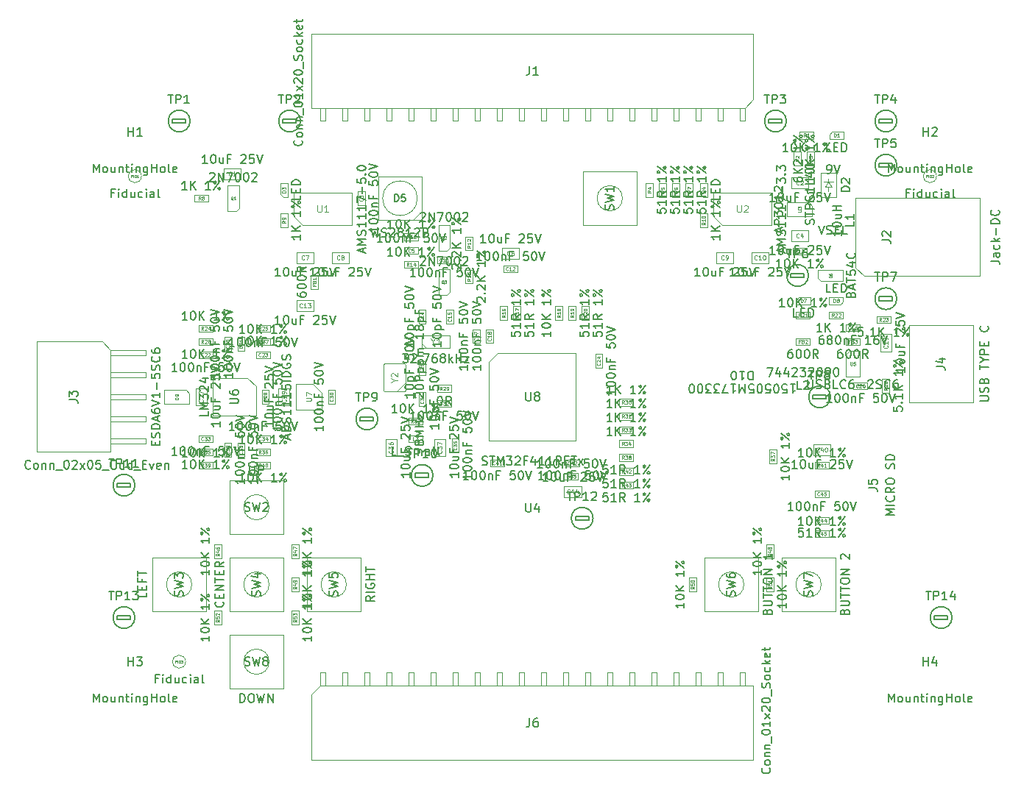
<source format=gbr>
G04 #@! TF.GenerationSoftware,KiCad,Pcbnew,8.0.0*
G04 #@! TF.CreationDate,2024-07-21T16:15:32-03:00*
G04 #@! TF.ProjectId,STM32XP,53544d33-3258-4502-9e6b-696361645f70,00*
G04 #@! TF.SameCoordinates,Original*
G04 #@! TF.FileFunction,AssemblyDrawing,Top*
%FSLAX46Y46*%
G04 Gerber Fmt 4.6, Leading zero omitted, Abs format (unit mm)*
G04 Created by KiCad (PCBNEW 8.0.0) date 2024-07-21 16:15:32*
%MOMM*%
%LPD*%
G01*
G04 APERTURE LIST*
%ADD10C,0.150000*%
%ADD11C,0.060000*%
%ADD12C,0.080000*%
%ADD13C,0.050000*%
%ADD14C,0.100000*%
%ADD15C,0.120000*%
%ADD16C,0.105000*%
G04 APERTURE END LIST*
D10*
X179547319Y-108977047D02*
X179547319Y-109548475D01*
X179547319Y-109262761D02*
X178547319Y-109262761D01*
X178547319Y-109262761D02*
X178690176Y-109357999D01*
X178690176Y-109357999D02*
X178785414Y-109453237D01*
X178785414Y-109453237D02*
X178833033Y-109548475D01*
X178547319Y-108357999D02*
X178547319Y-108262761D01*
X178547319Y-108262761D02*
X178594938Y-108167523D01*
X178594938Y-108167523D02*
X178642557Y-108119904D01*
X178642557Y-108119904D02*
X178737795Y-108072285D01*
X178737795Y-108072285D02*
X178928271Y-108024666D01*
X178928271Y-108024666D02*
X179166366Y-108024666D01*
X179166366Y-108024666D02*
X179356842Y-108072285D01*
X179356842Y-108072285D02*
X179452080Y-108119904D01*
X179452080Y-108119904D02*
X179499700Y-108167523D01*
X179499700Y-108167523D02*
X179547319Y-108262761D01*
X179547319Y-108262761D02*
X179547319Y-108357999D01*
X179547319Y-108357999D02*
X179499700Y-108453237D01*
X179499700Y-108453237D02*
X179452080Y-108500856D01*
X179452080Y-108500856D02*
X179356842Y-108548475D01*
X179356842Y-108548475D02*
X179166366Y-108596094D01*
X179166366Y-108596094D02*
X178928271Y-108596094D01*
X178928271Y-108596094D02*
X178737795Y-108548475D01*
X178737795Y-108548475D02*
X178642557Y-108500856D01*
X178642557Y-108500856D02*
X178594938Y-108453237D01*
X178594938Y-108453237D02*
X178547319Y-108357999D01*
X179547319Y-107596094D02*
X178547319Y-107596094D01*
X179547319Y-107024666D02*
X178975890Y-107453237D01*
X178547319Y-107024666D02*
X179118747Y-107596094D01*
X179547319Y-105310380D02*
X179547319Y-105881808D01*
X179547319Y-105596094D02*
X178547319Y-105596094D01*
X178547319Y-105596094D02*
X178690176Y-105691332D01*
X178690176Y-105691332D02*
X178785414Y-105786570D01*
X178785414Y-105786570D02*
X178833033Y-105881808D01*
X179547319Y-104929427D02*
X178547319Y-104167523D01*
X178547319Y-104786570D02*
X178594938Y-104691332D01*
X178594938Y-104691332D02*
X178690176Y-104643713D01*
X178690176Y-104643713D02*
X178785414Y-104691332D01*
X178785414Y-104691332D02*
X178833033Y-104786570D01*
X178833033Y-104786570D02*
X178785414Y-104881808D01*
X178785414Y-104881808D02*
X178690176Y-104929427D01*
X178690176Y-104929427D02*
X178594938Y-104881808D01*
X178594938Y-104881808D02*
X178547319Y-104786570D01*
X179499700Y-104215142D02*
X179404461Y-104167523D01*
X179404461Y-104167523D02*
X179309223Y-104215142D01*
X179309223Y-104215142D02*
X179261604Y-104310380D01*
X179261604Y-104310380D02*
X179309223Y-104405618D01*
X179309223Y-104405618D02*
X179404461Y-104453237D01*
X179404461Y-104453237D02*
X179499700Y-104405618D01*
X179499700Y-104405618D02*
X179547319Y-104310380D01*
X179547319Y-104310380D02*
X179499700Y-104215142D01*
D11*
X177844427Y-107115142D02*
X177653951Y-107248475D01*
X177844427Y-107343713D02*
X177444427Y-107343713D01*
X177444427Y-107343713D02*
X177444427Y-107191332D01*
X177444427Y-107191332D02*
X177463475Y-107153237D01*
X177463475Y-107153237D02*
X177482522Y-107134190D01*
X177482522Y-107134190D02*
X177520618Y-107115142D01*
X177520618Y-107115142D02*
X177577760Y-107115142D01*
X177577760Y-107115142D02*
X177615856Y-107134190D01*
X177615856Y-107134190D02*
X177634903Y-107153237D01*
X177634903Y-107153237D02*
X177653951Y-107191332D01*
X177653951Y-107191332D02*
X177653951Y-107343713D01*
X177444427Y-106981809D02*
X177444427Y-106734190D01*
X177444427Y-106734190D02*
X177596808Y-106867523D01*
X177596808Y-106867523D02*
X177596808Y-106810380D01*
X177596808Y-106810380D02*
X177615856Y-106772285D01*
X177615856Y-106772285D02*
X177634903Y-106753237D01*
X177634903Y-106753237D02*
X177672999Y-106734190D01*
X177672999Y-106734190D02*
X177768237Y-106734190D01*
X177768237Y-106734190D02*
X177806332Y-106753237D01*
X177806332Y-106753237D02*
X177825380Y-106772285D01*
X177825380Y-106772285D02*
X177844427Y-106810380D01*
X177844427Y-106810380D02*
X177844427Y-106924666D01*
X177844427Y-106924666D02*
X177825380Y-106962761D01*
X177825380Y-106962761D02*
X177806332Y-106981809D01*
X177444427Y-106600857D02*
X177444427Y-106334190D01*
X177444427Y-106334190D02*
X177844427Y-106505619D01*
D10*
X187981238Y-91994819D02*
X187505048Y-91994819D01*
X187505048Y-91994819D02*
X187457429Y-92471009D01*
X187457429Y-92471009D02*
X187505048Y-92423390D01*
X187505048Y-92423390D02*
X187600286Y-92375771D01*
X187600286Y-92375771D02*
X187838381Y-92375771D01*
X187838381Y-92375771D02*
X187933619Y-92423390D01*
X187933619Y-92423390D02*
X187981238Y-92471009D01*
X187981238Y-92471009D02*
X188028857Y-92566247D01*
X188028857Y-92566247D02*
X188028857Y-92804342D01*
X188028857Y-92804342D02*
X187981238Y-92899580D01*
X187981238Y-92899580D02*
X187933619Y-92947200D01*
X187933619Y-92947200D02*
X187838381Y-92994819D01*
X187838381Y-92994819D02*
X187600286Y-92994819D01*
X187600286Y-92994819D02*
X187505048Y-92947200D01*
X187505048Y-92947200D02*
X187457429Y-92899580D01*
X188457429Y-92899580D02*
X188505048Y-92947200D01*
X188505048Y-92947200D02*
X188457429Y-92994819D01*
X188457429Y-92994819D02*
X188409810Y-92947200D01*
X188409810Y-92947200D02*
X188457429Y-92899580D01*
X188457429Y-92899580D02*
X188457429Y-92994819D01*
X189457428Y-92994819D02*
X188886000Y-92994819D01*
X189171714Y-92994819D02*
X189171714Y-91994819D01*
X189171714Y-91994819D02*
X189076476Y-92137676D01*
X189076476Y-92137676D02*
X188981238Y-92232914D01*
X188981238Y-92232914D02*
X188886000Y-92280533D01*
X189886000Y-92994819D02*
X189886000Y-91994819D01*
X190457428Y-92994819D02*
X190028857Y-92423390D01*
X190457428Y-91994819D02*
X189886000Y-92566247D01*
X192171714Y-92994819D02*
X191600286Y-92994819D01*
X191886000Y-92994819D02*
X191886000Y-91994819D01*
X191886000Y-91994819D02*
X191790762Y-92137676D01*
X191790762Y-92137676D02*
X191695524Y-92232914D01*
X191695524Y-92232914D02*
X191600286Y-92280533D01*
X192552667Y-92994819D02*
X193314571Y-91994819D01*
X192695524Y-91994819D02*
X192790762Y-92042438D01*
X192790762Y-92042438D02*
X192838381Y-92137676D01*
X192838381Y-92137676D02*
X192790762Y-92232914D01*
X192790762Y-92232914D02*
X192695524Y-92280533D01*
X192695524Y-92280533D02*
X192600286Y-92232914D01*
X192600286Y-92232914D02*
X192552667Y-92137676D01*
X192552667Y-92137676D02*
X192600286Y-92042438D01*
X192600286Y-92042438D02*
X192695524Y-91994819D01*
X193266952Y-92947200D02*
X193314571Y-92851961D01*
X193314571Y-92851961D02*
X193266952Y-92756723D01*
X193266952Y-92756723D02*
X193171714Y-92709104D01*
X193171714Y-92709104D02*
X193076476Y-92756723D01*
X193076476Y-92756723D02*
X193028857Y-92851961D01*
X193028857Y-92851961D02*
X193076476Y-92947200D01*
X193076476Y-92947200D02*
X193171714Y-92994819D01*
X193171714Y-92994819D02*
X193266952Y-92947200D01*
D11*
X190128857Y-91291927D02*
X189995524Y-91101451D01*
X189900286Y-91291927D02*
X189900286Y-90891927D01*
X189900286Y-90891927D02*
X190052667Y-90891927D01*
X190052667Y-90891927D02*
X190090762Y-90910975D01*
X190090762Y-90910975D02*
X190109809Y-90930022D01*
X190109809Y-90930022D02*
X190128857Y-90968118D01*
X190128857Y-90968118D02*
X190128857Y-91025260D01*
X190128857Y-91025260D02*
X190109809Y-91063356D01*
X190109809Y-91063356D02*
X190090762Y-91082403D01*
X190090762Y-91082403D02*
X190052667Y-91101451D01*
X190052667Y-91101451D02*
X189900286Y-91101451D01*
X190281238Y-90930022D02*
X190300286Y-90910975D01*
X190300286Y-90910975D02*
X190338381Y-90891927D01*
X190338381Y-90891927D02*
X190433619Y-90891927D01*
X190433619Y-90891927D02*
X190471714Y-90910975D01*
X190471714Y-90910975D02*
X190490762Y-90930022D01*
X190490762Y-90930022D02*
X190509809Y-90968118D01*
X190509809Y-90968118D02*
X190509809Y-91006213D01*
X190509809Y-91006213D02*
X190490762Y-91063356D01*
X190490762Y-91063356D02*
X190262190Y-91291927D01*
X190262190Y-91291927D02*
X190509809Y-91291927D01*
X190643142Y-90891927D02*
X190890761Y-90891927D01*
X190890761Y-90891927D02*
X190757428Y-91044308D01*
X190757428Y-91044308D02*
X190814571Y-91044308D01*
X190814571Y-91044308D02*
X190852666Y-91063356D01*
X190852666Y-91063356D02*
X190871714Y-91082403D01*
X190871714Y-91082403D02*
X190890761Y-91120499D01*
X190890761Y-91120499D02*
X190890761Y-91215737D01*
X190890761Y-91215737D02*
X190871714Y-91253832D01*
X190871714Y-91253832D02*
X190852666Y-91272880D01*
X190852666Y-91272880D02*
X190814571Y-91291927D01*
X190814571Y-91291927D02*
X190700285Y-91291927D01*
X190700285Y-91291927D02*
X190662190Y-91272880D01*
X190662190Y-91272880D02*
X190643142Y-91253832D01*
D10*
X191524819Y-101134761D02*
X191524819Y-101610951D01*
X191524819Y-101610951D02*
X192001009Y-101658570D01*
X192001009Y-101658570D02*
X191953390Y-101610951D01*
X191953390Y-101610951D02*
X191905771Y-101515713D01*
X191905771Y-101515713D02*
X191905771Y-101277618D01*
X191905771Y-101277618D02*
X191953390Y-101182380D01*
X191953390Y-101182380D02*
X192001009Y-101134761D01*
X192001009Y-101134761D02*
X192096247Y-101087142D01*
X192096247Y-101087142D02*
X192334342Y-101087142D01*
X192334342Y-101087142D02*
X192429580Y-101134761D01*
X192429580Y-101134761D02*
X192477200Y-101182380D01*
X192477200Y-101182380D02*
X192524819Y-101277618D01*
X192524819Y-101277618D02*
X192524819Y-101515713D01*
X192524819Y-101515713D02*
X192477200Y-101610951D01*
X192477200Y-101610951D02*
X192429580Y-101658570D01*
X192429580Y-100658570D02*
X192477200Y-100610951D01*
X192477200Y-100610951D02*
X192524819Y-100658570D01*
X192524819Y-100658570D02*
X192477200Y-100706189D01*
X192477200Y-100706189D02*
X192429580Y-100658570D01*
X192429580Y-100658570D02*
X192524819Y-100658570D01*
X192524819Y-99658571D02*
X192524819Y-100229999D01*
X192524819Y-99944285D02*
X191524819Y-99944285D01*
X191524819Y-99944285D02*
X191667676Y-100039523D01*
X191667676Y-100039523D02*
X191762914Y-100134761D01*
X191762914Y-100134761D02*
X191810533Y-100229999D01*
X192524819Y-99229999D02*
X191524819Y-99229999D01*
X192524819Y-98658571D02*
X191953390Y-99087142D01*
X191524819Y-98658571D02*
X192096247Y-99229999D01*
X192524819Y-96944285D02*
X192524819Y-97515713D01*
X192524819Y-97229999D02*
X191524819Y-97229999D01*
X191524819Y-97229999D02*
X191667676Y-97325237D01*
X191667676Y-97325237D02*
X191762914Y-97420475D01*
X191762914Y-97420475D02*
X191810533Y-97515713D01*
X192524819Y-96563332D02*
X191524819Y-95801428D01*
X191524819Y-96420475D02*
X191572438Y-96325237D01*
X191572438Y-96325237D02*
X191667676Y-96277618D01*
X191667676Y-96277618D02*
X191762914Y-96325237D01*
X191762914Y-96325237D02*
X191810533Y-96420475D01*
X191810533Y-96420475D02*
X191762914Y-96515713D01*
X191762914Y-96515713D02*
X191667676Y-96563332D01*
X191667676Y-96563332D02*
X191572438Y-96515713D01*
X191572438Y-96515713D02*
X191524819Y-96420475D01*
X192477200Y-95849047D02*
X192381961Y-95801428D01*
X192381961Y-95801428D02*
X192286723Y-95849047D01*
X192286723Y-95849047D02*
X192239104Y-95944285D01*
X192239104Y-95944285D02*
X192286723Y-96039523D01*
X192286723Y-96039523D02*
X192381961Y-96087142D01*
X192381961Y-96087142D02*
X192477200Y-96039523D01*
X192477200Y-96039523D02*
X192524819Y-95944285D01*
X192524819Y-95944285D02*
X192477200Y-95849047D01*
D11*
X190821927Y-98987142D02*
X190631451Y-99120475D01*
X190821927Y-99215713D02*
X190421927Y-99215713D01*
X190421927Y-99215713D02*
X190421927Y-99063332D01*
X190421927Y-99063332D02*
X190440975Y-99025237D01*
X190440975Y-99025237D02*
X190460022Y-99006190D01*
X190460022Y-99006190D02*
X190498118Y-98987142D01*
X190498118Y-98987142D02*
X190555260Y-98987142D01*
X190555260Y-98987142D02*
X190593356Y-99006190D01*
X190593356Y-99006190D02*
X190612403Y-99025237D01*
X190612403Y-99025237D02*
X190631451Y-99063332D01*
X190631451Y-99063332D02*
X190631451Y-99215713D01*
X190460022Y-98834761D02*
X190440975Y-98815713D01*
X190440975Y-98815713D02*
X190421927Y-98777618D01*
X190421927Y-98777618D02*
X190421927Y-98682380D01*
X190421927Y-98682380D02*
X190440975Y-98644285D01*
X190440975Y-98644285D02*
X190460022Y-98625237D01*
X190460022Y-98625237D02*
X190498118Y-98606190D01*
X190498118Y-98606190D02*
X190536213Y-98606190D01*
X190536213Y-98606190D02*
X190593356Y-98625237D01*
X190593356Y-98625237D02*
X190821927Y-98853809D01*
X190821927Y-98853809D02*
X190821927Y-98606190D01*
X190593356Y-98377619D02*
X190574308Y-98415714D01*
X190574308Y-98415714D02*
X190555260Y-98434761D01*
X190555260Y-98434761D02*
X190517165Y-98453809D01*
X190517165Y-98453809D02*
X190498118Y-98453809D01*
X190498118Y-98453809D02*
X190460022Y-98434761D01*
X190460022Y-98434761D02*
X190440975Y-98415714D01*
X190440975Y-98415714D02*
X190421927Y-98377619D01*
X190421927Y-98377619D02*
X190421927Y-98301428D01*
X190421927Y-98301428D02*
X190440975Y-98263333D01*
X190440975Y-98263333D02*
X190460022Y-98244285D01*
X190460022Y-98244285D02*
X190498118Y-98225238D01*
X190498118Y-98225238D02*
X190517165Y-98225238D01*
X190517165Y-98225238D02*
X190555260Y-98244285D01*
X190555260Y-98244285D02*
X190574308Y-98263333D01*
X190574308Y-98263333D02*
X190593356Y-98301428D01*
X190593356Y-98301428D02*
X190593356Y-98377619D01*
X190593356Y-98377619D02*
X190612403Y-98415714D01*
X190612403Y-98415714D02*
X190631451Y-98434761D01*
X190631451Y-98434761D02*
X190669546Y-98453809D01*
X190669546Y-98453809D02*
X190745737Y-98453809D01*
X190745737Y-98453809D02*
X190783832Y-98434761D01*
X190783832Y-98434761D02*
X190802880Y-98415714D01*
X190802880Y-98415714D02*
X190821927Y-98377619D01*
X190821927Y-98377619D02*
X190821927Y-98301428D01*
X190821927Y-98301428D02*
X190802880Y-98263333D01*
X190802880Y-98263333D02*
X190783832Y-98244285D01*
X190783832Y-98244285D02*
X190745737Y-98225238D01*
X190745737Y-98225238D02*
X190669546Y-98225238D01*
X190669546Y-98225238D02*
X190631451Y-98244285D01*
X190631451Y-98244285D02*
X190612403Y-98263333D01*
X190612403Y-98263333D02*
X190593356Y-98301428D01*
D10*
X135561905Y-106003569D02*
X136133333Y-106003569D01*
X135847619Y-107003569D02*
X135847619Y-106003569D01*
X136466667Y-107003569D02*
X136466667Y-106003569D01*
X136466667Y-106003569D02*
X136847619Y-106003569D01*
X136847619Y-106003569D02*
X136942857Y-106051188D01*
X136942857Y-106051188D02*
X136990476Y-106098807D01*
X136990476Y-106098807D02*
X137038095Y-106194045D01*
X137038095Y-106194045D02*
X137038095Y-106336902D01*
X137038095Y-106336902D02*
X136990476Y-106432140D01*
X136990476Y-106432140D02*
X136942857Y-106479759D01*
X136942857Y-106479759D02*
X136847619Y-106527378D01*
X136847619Y-106527378D02*
X136466667Y-106527378D01*
X137990476Y-107003569D02*
X137419048Y-107003569D01*
X137704762Y-107003569D02*
X137704762Y-106003569D01*
X137704762Y-106003569D02*
X137609524Y-106146426D01*
X137609524Y-106146426D02*
X137514286Y-106241664D01*
X137514286Y-106241664D02*
X137419048Y-106289283D01*
X138609524Y-106003569D02*
X138704762Y-106003569D01*
X138704762Y-106003569D02*
X138800000Y-106051188D01*
X138800000Y-106051188D02*
X138847619Y-106098807D01*
X138847619Y-106098807D02*
X138895238Y-106194045D01*
X138895238Y-106194045D02*
X138942857Y-106384521D01*
X138942857Y-106384521D02*
X138942857Y-106622616D01*
X138942857Y-106622616D02*
X138895238Y-106813092D01*
X138895238Y-106813092D02*
X138847619Y-106908330D01*
X138847619Y-106908330D02*
X138800000Y-106955950D01*
X138800000Y-106955950D02*
X138704762Y-107003569D01*
X138704762Y-107003569D02*
X138609524Y-107003569D01*
X138609524Y-107003569D02*
X138514286Y-106955950D01*
X138514286Y-106955950D02*
X138466667Y-106908330D01*
X138466667Y-106908330D02*
X138419048Y-106813092D01*
X138419048Y-106813092D02*
X138371429Y-106622616D01*
X138371429Y-106622616D02*
X138371429Y-106384521D01*
X138371429Y-106384521D02*
X138419048Y-106194045D01*
X138419048Y-106194045D02*
X138466667Y-106098807D01*
X138466667Y-106098807D02*
X138514286Y-106051188D01*
X138514286Y-106051188D02*
X138609524Y-106003569D01*
X179376952Y-71785819D02*
X178805524Y-71785819D01*
X179091238Y-71785819D02*
X179091238Y-70785819D01*
X179091238Y-70785819D02*
X178996000Y-70928676D01*
X178996000Y-70928676D02*
X178900762Y-71023914D01*
X178900762Y-71023914D02*
X178805524Y-71071533D01*
X179996000Y-70785819D02*
X180091238Y-70785819D01*
X180091238Y-70785819D02*
X180186476Y-70833438D01*
X180186476Y-70833438D02*
X180234095Y-70881057D01*
X180234095Y-70881057D02*
X180281714Y-70976295D01*
X180281714Y-70976295D02*
X180329333Y-71166771D01*
X180329333Y-71166771D02*
X180329333Y-71404866D01*
X180329333Y-71404866D02*
X180281714Y-71595342D01*
X180281714Y-71595342D02*
X180234095Y-71690580D01*
X180234095Y-71690580D02*
X180186476Y-71738200D01*
X180186476Y-71738200D02*
X180091238Y-71785819D01*
X180091238Y-71785819D02*
X179996000Y-71785819D01*
X179996000Y-71785819D02*
X179900762Y-71738200D01*
X179900762Y-71738200D02*
X179853143Y-71690580D01*
X179853143Y-71690580D02*
X179805524Y-71595342D01*
X179805524Y-71595342D02*
X179757905Y-71404866D01*
X179757905Y-71404866D02*
X179757905Y-71166771D01*
X179757905Y-71166771D02*
X179805524Y-70976295D01*
X179805524Y-70976295D02*
X179853143Y-70881057D01*
X179853143Y-70881057D02*
X179900762Y-70833438D01*
X179900762Y-70833438D02*
X179996000Y-70785819D01*
X180757905Y-71785819D02*
X180757905Y-70785819D01*
X181329333Y-71785819D02*
X180900762Y-71214390D01*
X181329333Y-70785819D02*
X180757905Y-71357247D01*
X183043619Y-71785819D02*
X182472191Y-71785819D01*
X182757905Y-71785819D02*
X182757905Y-70785819D01*
X182757905Y-70785819D02*
X182662667Y-70928676D01*
X182662667Y-70928676D02*
X182567429Y-71023914D01*
X182567429Y-71023914D02*
X182472191Y-71071533D01*
X183424572Y-71785819D02*
X184186476Y-70785819D01*
X183567429Y-70785819D02*
X183662667Y-70833438D01*
X183662667Y-70833438D02*
X183710286Y-70928676D01*
X183710286Y-70928676D02*
X183662667Y-71023914D01*
X183662667Y-71023914D02*
X183567429Y-71071533D01*
X183567429Y-71071533D02*
X183472191Y-71023914D01*
X183472191Y-71023914D02*
X183424572Y-70928676D01*
X183424572Y-70928676D02*
X183472191Y-70833438D01*
X183472191Y-70833438D02*
X183567429Y-70785819D01*
X184138857Y-71738200D02*
X184186476Y-71642961D01*
X184186476Y-71642961D02*
X184138857Y-71547723D01*
X184138857Y-71547723D02*
X184043619Y-71500104D01*
X184043619Y-71500104D02*
X183948381Y-71547723D01*
X183948381Y-71547723D02*
X183900762Y-71642961D01*
X183900762Y-71642961D02*
X183948381Y-71738200D01*
X183948381Y-71738200D02*
X184043619Y-71785819D01*
X184043619Y-71785819D02*
X184138857Y-71738200D01*
D11*
X181429333Y-70082927D02*
X181296000Y-69892451D01*
X181200762Y-70082927D02*
X181200762Y-69682927D01*
X181200762Y-69682927D02*
X181353143Y-69682927D01*
X181353143Y-69682927D02*
X181391238Y-69701975D01*
X181391238Y-69701975D02*
X181410285Y-69721022D01*
X181410285Y-69721022D02*
X181429333Y-69759118D01*
X181429333Y-69759118D02*
X181429333Y-69816260D01*
X181429333Y-69816260D02*
X181410285Y-69854356D01*
X181410285Y-69854356D02*
X181391238Y-69873403D01*
X181391238Y-69873403D02*
X181353143Y-69892451D01*
X181353143Y-69892451D02*
X181200762Y-69892451D01*
X181810285Y-70082927D02*
X181581714Y-70082927D01*
X181696000Y-70082927D02*
X181696000Y-69682927D01*
X181696000Y-69682927D02*
X181657904Y-69740070D01*
X181657904Y-69740070D02*
X181619809Y-69778165D01*
X181619809Y-69778165D02*
X181581714Y-69797213D01*
D10*
X131450476Y-80594819D02*
X131688571Y-81594819D01*
X131688571Y-81594819D02*
X131879047Y-80880533D01*
X131879047Y-80880533D02*
X132069523Y-81594819D01*
X132069523Y-81594819D02*
X132307619Y-80594819D01*
X132640952Y-81547200D02*
X132783809Y-81594819D01*
X132783809Y-81594819D02*
X133021904Y-81594819D01*
X133021904Y-81594819D02*
X133117142Y-81547200D01*
X133117142Y-81547200D02*
X133164761Y-81499580D01*
X133164761Y-81499580D02*
X133212380Y-81404342D01*
X133212380Y-81404342D02*
X133212380Y-81309104D01*
X133212380Y-81309104D02*
X133164761Y-81213866D01*
X133164761Y-81213866D02*
X133117142Y-81166247D01*
X133117142Y-81166247D02*
X133021904Y-81118628D01*
X133021904Y-81118628D02*
X132831428Y-81071009D01*
X132831428Y-81071009D02*
X132736190Y-81023390D01*
X132736190Y-81023390D02*
X132688571Y-80975771D01*
X132688571Y-80975771D02*
X132640952Y-80880533D01*
X132640952Y-80880533D02*
X132640952Y-80785295D01*
X132640952Y-80785295D02*
X132688571Y-80690057D01*
X132688571Y-80690057D02*
X132736190Y-80642438D01*
X132736190Y-80642438D02*
X132831428Y-80594819D01*
X132831428Y-80594819D02*
X133069523Y-80594819D01*
X133069523Y-80594819D02*
X133212380Y-80642438D01*
X133593333Y-80690057D02*
X133640952Y-80642438D01*
X133640952Y-80642438D02*
X133736190Y-80594819D01*
X133736190Y-80594819D02*
X133974285Y-80594819D01*
X133974285Y-80594819D02*
X134069523Y-80642438D01*
X134069523Y-80642438D02*
X134117142Y-80690057D01*
X134117142Y-80690057D02*
X134164761Y-80785295D01*
X134164761Y-80785295D02*
X134164761Y-80880533D01*
X134164761Y-80880533D02*
X134117142Y-81023390D01*
X134117142Y-81023390D02*
X133545714Y-81594819D01*
X133545714Y-81594819D02*
X134164761Y-81594819D01*
X134736190Y-81023390D02*
X134640952Y-80975771D01*
X134640952Y-80975771D02*
X134593333Y-80928152D01*
X134593333Y-80928152D02*
X134545714Y-80832914D01*
X134545714Y-80832914D02*
X134545714Y-80785295D01*
X134545714Y-80785295D02*
X134593333Y-80690057D01*
X134593333Y-80690057D02*
X134640952Y-80642438D01*
X134640952Y-80642438D02*
X134736190Y-80594819D01*
X134736190Y-80594819D02*
X134926666Y-80594819D01*
X134926666Y-80594819D02*
X135021904Y-80642438D01*
X135021904Y-80642438D02*
X135069523Y-80690057D01*
X135069523Y-80690057D02*
X135117142Y-80785295D01*
X135117142Y-80785295D02*
X135117142Y-80832914D01*
X135117142Y-80832914D02*
X135069523Y-80928152D01*
X135069523Y-80928152D02*
X135021904Y-80975771D01*
X135021904Y-80975771D02*
X134926666Y-81023390D01*
X134926666Y-81023390D02*
X134736190Y-81023390D01*
X134736190Y-81023390D02*
X134640952Y-81071009D01*
X134640952Y-81071009D02*
X134593333Y-81118628D01*
X134593333Y-81118628D02*
X134545714Y-81213866D01*
X134545714Y-81213866D02*
X134545714Y-81404342D01*
X134545714Y-81404342D02*
X134593333Y-81499580D01*
X134593333Y-81499580D02*
X134640952Y-81547200D01*
X134640952Y-81547200D02*
X134736190Y-81594819D01*
X134736190Y-81594819D02*
X134926666Y-81594819D01*
X134926666Y-81594819D02*
X135021904Y-81547200D01*
X135021904Y-81547200D02*
X135069523Y-81499580D01*
X135069523Y-81499580D02*
X135117142Y-81404342D01*
X135117142Y-81404342D02*
X135117142Y-81213866D01*
X135117142Y-81213866D02*
X135069523Y-81118628D01*
X135069523Y-81118628D02*
X135021904Y-81071009D01*
X135021904Y-81071009D02*
X134926666Y-81023390D01*
X136069523Y-81594819D02*
X135498095Y-81594819D01*
X135783809Y-81594819D02*
X135783809Y-80594819D01*
X135783809Y-80594819D02*
X135688571Y-80737676D01*
X135688571Y-80737676D02*
X135593333Y-80832914D01*
X135593333Y-80832914D02*
X135498095Y-80880533D01*
X136450476Y-80690057D02*
X136498095Y-80642438D01*
X136498095Y-80642438D02*
X136593333Y-80594819D01*
X136593333Y-80594819D02*
X136831428Y-80594819D01*
X136831428Y-80594819D02*
X136926666Y-80642438D01*
X136926666Y-80642438D02*
X136974285Y-80690057D01*
X136974285Y-80690057D02*
X137021904Y-80785295D01*
X137021904Y-80785295D02*
X137021904Y-80880533D01*
X137021904Y-80880533D02*
X136974285Y-81023390D01*
X136974285Y-81023390D02*
X136402857Y-81594819D01*
X136402857Y-81594819D02*
X137021904Y-81594819D01*
X137783809Y-81071009D02*
X137926666Y-81118628D01*
X137926666Y-81118628D02*
X137974285Y-81166247D01*
X137974285Y-81166247D02*
X138021904Y-81261485D01*
X138021904Y-81261485D02*
X138021904Y-81404342D01*
X138021904Y-81404342D02*
X137974285Y-81499580D01*
X137974285Y-81499580D02*
X137926666Y-81547200D01*
X137926666Y-81547200D02*
X137831428Y-81594819D01*
X137831428Y-81594819D02*
X137450476Y-81594819D01*
X137450476Y-81594819D02*
X137450476Y-80594819D01*
X137450476Y-80594819D02*
X137783809Y-80594819D01*
X137783809Y-80594819D02*
X137879047Y-80642438D01*
X137879047Y-80642438D02*
X137926666Y-80690057D01*
X137926666Y-80690057D02*
X137974285Y-80785295D01*
X137974285Y-80785295D02*
X137974285Y-80880533D01*
X137974285Y-80880533D02*
X137926666Y-80975771D01*
X137926666Y-80975771D02*
X137879047Y-81023390D01*
X137879047Y-81023390D02*
X137783809Y-81071009D01*
X137783809Y-81071009D02*
X137450476Y-81071009D01*
X134169524Y-77502295D02*
X134169524Y-76702295D01*
X134169524Y-76702295D02*
X134360000Y-76702295D01*
X134360000Y-76702295D02*
X134474286Y-76740390D01*
X134474286Y-76740390D02*
X134550476Y-76816580D01*
X134550476Y-76816580D02*
X134588571Y-76892771D01*
X134588571Y-76892771D02*
X134626667Y-77045152D01*
X134626667Y-77045152D02*
X134626667Y-77159438D01*
X134626667Y-77159438D02*
X134588571Y-77311819D01*
X134588571Y-77311819D02*
X134550476Y-77388009D01*
X134550476Y-77388009D02*
X134474286Y-77464200D01*
X134474286Y-77464200D02*
X134360000Y-77502295D01*
X134360000Y-77502295D02*
X134169524Y-77502295D01*
X135350476Y-76702295D02*
X134969524Y-76702295D01*
X134969524Y-76702295D02*
X134931428Y-77083247D01*
X134931428Y-77083247D02*
X134969524Y-77045152D01*
X134969524Y-77045152D02*
X135045714Y-77007057D01*
X135045714Y-77007057D02*
X135236190Y-77007057D01*
X135236190Y-77007057D02*
X135312381Y-77045152D01*
X135312381Y-77045152D02*
X135350476Y-77083247D01*
X135350476Y-77083247D02*
X135388571Y-77159438D01*
X135388571Y-77159438D02*
X135388571Y-77349914D01*
X135388571Y-77349914D02*
X135350476Y-77426104D01*
X135350476Y-77426104D02*
X135312381Y-77464200D01*
X135312381Y-77464200D02*
X135236190Y-77502295D01*
X135236190Y-77502295D02*
X135045714Y-77502295D01*
X135045714Y-77502295D02*
X134969524Y-77464200D01*
X134969524Y-77464200D02*
X134931428Y-77426104D01*
X159152142Y-104422319D02*
X158580714Y-104422319D01*
X158866428Y-104422319D02*
X158866428Y-103422319D01*
X158866428Y-103422319D02*
X158771190Y-103565176D01*
X158771190Y-103565176D02*
X158675952Y-103660414D01*
X158675952Y-103660414D02*
X158580714Y-103708033D01*
X159580714Y-104422319D02*
X159580714Y-103422319D01*
X160152142Y-104422319D02*
X159723571Y-103850890D01*
X160152142Y-103422319D02*
X159580714Y-103993747D01*
X161866428Y-104422319D02*
X161295000Y-104422319D01*
X161580714Y-104422319D02*
X161580714Y-103422319D01*
X161580714Y-103422319D02*
X161485476Y-103565176D01*
X161485476Y-103565176D02*
X161390238Y-103660414D01*
X161390238Y-103660414D02*
X161295000Y-103708033D01*
X162247381Y-104422319D02*
X163009285Y-103422319D01*
X162390238Y-103422319D02*
X162485476Y-103469938D01*
X162485476Y-103469938D02*
X162533095Y-103565176D01*
X162533095Y-103565176D02*
X162485476Y-103660414D01*
X162485476Y-103660414D02*
X162390238Y-103708033D01*
X162390238Y-103708033D02*
X162295000Y-103660414D01*
X162295000Y-103660414D02*
X162247381Y-103565176D01*
X162247381Y-103565176D02*
X162295000Y-103469938D01*
X162295000Y-103469938D02*
X162390238Y-103422319D01*
X162961666Y-104374700D02*
X163009285Y-104279461D01*
X163009285Y-104279461D02*
X162961666Y-104184223D01*
X162961666Y-104184223D02*
X162866428Y-104136604D01*
X162866428Y-104136604D02*
X162771190Y-104184223D01*
X162771190Y-104184223D02*
X162723571Y-104279461D01*
X162723571Y-104279461D02*
X162771190Y-104374700D01*
X162771190Y-104374700D02*
X162866428Y-104422319D01*
X162866428Y-104422319D02*
X162961666Y-104374700D01*
D11*
X160537857Y-105579427D02*
X160404524Y-105388951D01*
X160309286Y-105579427D02*
X160309286Y-105179427D01*
X160309286Y-105179427D02*
X160461667Y-105179427D01*
X160461667Y-105179427D02*
X160499762Y-105198475D01*
X160499762Y-105198475D02*
X160518809Y-105217522D01*
X160518809Y-105217522D02*
X160537857Y-105255618D01*
X160537857Y-105255618D02*
X160537857Y-105312760D01*
X160537857Y-105312760D02*
X160518809Y-105350856D01*
X160518809Y-105350856D02*
X160499762Y-105369903D01*
X160499762Y-105369903D02*
X160461667Y-105388951D01*
X160461667Y-105388951D02*
X160309286Y-105388951D01*
X160671190Y-105179427D02*
X160918809Y-105179427D01*
X160918809Y-105179427D02*
X160785476Y-105331808D01*
X160785476Y-105331808D02*
X160842619Y-105331808D01*
X160842619Y-105331808D02*
X160880714Y-105350856D01*
X160880714Y-105350856D02*
X160899762Y-105369903D01*
X160899762Y-105369903D02*
X160918809Y-105407999D01*
X160918809Y-105407999D02*
X160918809Y-105503237D01*
X160918809Y-105503237D02*
X160899762Y-105541332D01*
X160899762Y-105541332D02*
X160880714Y-105560380D01*
X160880714Y-105560380D02*
X160842619Y-105579427D01*
X160842619Y-105579427D02*
X160728333Y-105579427D01*
X160728333Y-105579427D02*
X160690238Y-105560380D01*
X160690238Y-105560380D02*
X160671190Y-105541332D01*
X161261666Y-105312760D02*
X161261666Y-105579427D01*
X161166428Y-105160380D02*
X161071190Y-105446094D01*
X161071190Y-105446094D02*
X161318809Y-105446094D01*
D10*
X141466819Y-108675333D02*
X141466819Y-109246761D01*
X141466819Y-108961047D02*
X140466819Y-108961047D01*
X140466819Y-108961047D02*
X140609676Y-109056285D01*
X140609676Y-109056285D02*
X140704914Y-109151523D01*
X140704914Y-109151523D02*
X140752533Y-109246761D01*
X140466819Y-108056285D02*
X140466819Y-107961047D01*
X140466819Y-107961047D02*
X140514438Y-107865809D01*
X140514438Y-107865809D02*
X140562057Y-107818190D01*
X140562057Y-107818190D02*
X140657295Y-107770571D01*
X140657295Y-107770571D02*
X140847771Y-107722952D01*
X140847771Y-107722952D02*
X141085866Y-107722952D01*
X141085866Y-107722952D02*
X141276342Y-107770571D01*
X141276342Y-107770571D02*
X141371580Y-107818190D01*
X141371580Y-107818190D02*
X141419200Y-107865809D01*
X141419200Y-107865809D02*
X141466819Y-107961047D01*
X141466819Y-107961047D02*
X141466819Y-108056285D01*
X141466819Y-108056285D02*
X141419200Y-108151523D01*
X141419200Y-108151523D02*
X141371580Y-108199142D01*
X141371580Y-108199142D02*
X141276342Y-108246761D01*
X141276342Y-108246761D02*
X141085866Y-108294380D01*
X141085866Y-108294380D02*
X140847771Y-108294380D01*
X140847771Y-108294380D02*
X140657295Y-108246761D01*
X140657295Y-108246761D02*
X140562057Y-108199142D01*
X140562057Y-108199142D02*
X140514438Y-108151523D01*
X140514438Y-108151523D02*
X140466819Y-108056285D01*
X140800152Y-106865809D02*
X141466819Y-106865809D01*
X140800152Y-107294380D02*
X141323961Y-107294380D01*
X141323961Y-107294380D02*
X141419200Y-107246761D01*
X141419200Y-107246761D02*
X141466819Y-107151523D01*
X141466819Y-107151523D02*
X141466819Y-107008666D01*
X141466819Y-107008666D02*
X141419200Y-106913428D01*
X141419200Y-106913428D02*
X141371580Y-106865809D01*
X140943009Y-106056285D02*
X140943009Y-106389618D01*
X141466819Y-106389618D02*
X140466819Y-106389618D01*
X140466819Y-106389618D02*
X140466819Y-105913428D01*
X140562057Y-104818189D02*
X140514438Y-104770570D01*
X140514438Y-104770570D02*
X140466819Y-104675332D01*
X140466819Y-104675332D02*
X140466819Y-104437237D01*
X140466819Y-104437237D02*
X140514438Y-104341999D01*
X140514438Y-104341999D02*
X140562057Y-104294380D01*
X140562057Y-104294380D02*
X140657295Y-104246761D01*
X140657295Y-104246761D02*
X140752533Y-104246761D01*
X140752533Y-104246761D02*
X140895390Y-104294380D01*
X140895390Y-104294380D02*
X141466819Y-104865808D01*
X141466819Y-104865808D02*
X141466819Y-104246761D01*
X140466819Y-103341999D02*
X140466819Y-103818189D01*
X140466819Y-103818189D02*
X140943009Y-103865808D01*
X140943009Y-103865808D02*
X140895390Y-103818189D01*
X140895390Y-103818189D02*
X140847771Y-103722951D01*
X140847771Y-103722951D02*
X140847771Y-103484856D01*
X140847771Y-103484856D02*
X140895390Y-103389618D01*
X140895390Y-103389618D02*
X140943009Y-103341999D01*
X140943009Y-103341999D02*
X141038247Y-103294380D01*
X141038247Y-103294380D02*
X141276342Y-103294380D01*
X141276342Y-103294380D02*
X141371580Y-103341999D01*
X141371580Y-103341999D02*
X141419200Y-103389618D01*
X141419200Y-103389618D02*
X141466819Y-103484856D01*
X141466819Y-103484856D02*
X141466819Y-103722951D01*
X141466819Y-103722951D02*
X141419200Y-103818189D01*
X141419200Y-103818189D02*
X141371580Y-103865808D01*
X140466819Y-103008665D02*
X141466819Y-102675332D01*
X141466819Y-102675332D02*
X140466819Y-102341999D01*
D12*
X139511530Y-106163428D02*
X139535340Y-106187237D01*
X139535340Y-106187237D02*
X139559149Y-106258666D01*
X139559149Y-106258666D02*
X139559149Y-106306285D01*
X139559149Y-106306285D02*
X139535340Y-106377713D01*
X139535340Y-106377713D02*
X139487720Y-106425332D01*
X139487720Y-106425332D02*
X139440101Y-106449142D01*
X139440101Y-106449142D02*
X139344863Y-106472951D01*
X139344863Y-106472951D02*
X139273435Y-106472951D01*
X139273435Y-106472951D02*
X139178197Y-106449142D01*
X139178197Y-106449142D02*
X139130578Y-106425332D01*
X139130578Y-106425332D02*
X139082959Y-106377713D01*
X139082959Y-106377713D02*
X139059149Y-106306285D01*
X139059149Y-106306285D02*
X139059149Y-106258666D01*
X139059149Y-106258666D02*
X139082959Y-106187237D01*
X139082959Y-106187237D02*
X139106768Y-106163428D01*
X139059149Y-105996761D02*
X139059149Y-105687237D01*
X139059149Y-105687237D02*
X139249625Y-105853904D01*
X139249625Y-105853904D02*
X139249625Y-105782475D01*
X139249625Y-105782475D02*
X139273435Y-105734856D01*
X139273435Y-105734856D02*
X139297244Y-105711047D01*
X139297244Y-105711047D02*
X139344863Y-105687237D01*
X139344863Y-105687237D02*
X139463911Y-105687237D01*
X139463911Y-105687237D02*
X139511530Y-105711047D01*
X139511530Y-105711047D02*
X139535340Y-105734856D01*
X139535340Y-105734856D02*
X139559149Y-105782475D01*
X139559149Y-105782475D02*
X139559149Y-105925332D01*
X139559149Y-105925332D02*
X139535340Y-105972951D01*
X139535340Y-105972951D02*
X139511530Y-105996761D01*
X139059149Y-105520571D02*
X139059149Y-105187238D01*
X139059149Y-105187238D02*
X139559149Y-105401523D01*
D10*
X142547819Y-96324524D02*
X142547819Y-96895952D01*
X142547819Y-96610238D02*
X141547819Y-96610238D01*
X141547819Y-96610238D02*
X141690676Y-96705476D01*
X141690676Y-96705476D02*
X141785914Y-96800714D01*
X141785914Y-96800714D02*
X141833533Y-96895952D01*
X141547819Y-95705476D02*
X141547819Y-95610238D01*
X141547819Y-95610238D02*
X141595438Y-95515000D01*
X141595438Y-95515000D02*
X141643057Y-95467381D01*
X141643057Y-95467381D02*
X141738295Y-95419762D01*
X141738295Y-95419762D02*
X141928771Y-95372143D01*
X141928771Y-95372143D02*
X142166866Y-95372143D01*
X142166866Y-95372143D02*
X142357342Y-95419762D01*
X142357342Y-95419762D02*
X142452580Y-95467381D01*
X142452580Y-95467381D02*
X142500200Y-95515000D01*
X142500200Y-95515000D02*
X142547819Y-95610238D01*
X142547819Y-95610238D02*
X142547819Y-95705476D01*
X142547819Y-95705476D02*
X142500200Y-95800714D01*
X142500200Y-95800714D02*
X142452580Y-95848333D01*
X142452580Y-95848333D02*
X142357342Y-95895952D01*
X142357342Y-95895952D02*
X142166866Y-95943571D01*
X142166866Y-95943571D02*
X141928771Y-95943571D01*
X141928771Y-95943571D02*
X141738295Y-95895952D01*
X141738295Y-95895952D02*
X141643057Y-95848333D01*
X141643057Y-95848333D02*
X141595438Y-95800714D01*
X141595438Y-95800714D02*
X141547819Y-95705476D01*
X141547819Y-94753095D02*
X141547819Y-94657857D01*
X141547819Y-94657857D02*
X141595438Y-94562619D01*
X141595438Y-94562619D02*
X141643057Y-94515000D01*
X141643057Y-94515000D02*
X141738295Y-94467381D01*
X141738295Y-94467381D02*
X141928771Y-94419762D01*
X141928771Y-94419762D02*
X142166866Y-94419762D01*
X142166866Y-94419762D02*
X142357342Y-94467381D01*
X142357342Y-94467381D02*
X142452580Y-94515000D01*
X142452580Y-94515000D02*
X142500200Y-94562619D01*
X142500200Y-94562619D02*
X142547819Y-94657857D01*
X142547819Y-94657857D02*
X142547819Y-94753095D01*
X142547819Y-94753095D02*
X142500200Y-94848333D01*
X142500200Y-94848333D02*
X142452580Y-94895952D01*
X142452580Y-94895952D02*
X142357342Y-94943571D01*
X142357342Y-94943571D02*
X142166866Y-94991190D01*
X142166866Y-94991190D02*
X141928771Y-94991190D01*
X141928771Y-94991190D02*
X141738295Y-94943571D01*
X141738295Y-94943571D02*
X141643057Y-94895952D01*
X141643057Y-94895952D02*
X141595438Y-94848333D01*
X141595438Y-94848333D02*
X141547819Y-94753095D01*
X141881152Y-93991190D02*
X142547819Y-93991190D01*
X141976390Y-93991190D02*
X141928771Y-93943571D01*
X141928771Y-93943571D02*
X141881152Y-93848333D01*
X141881152Y-93848333D02*
X141881152Y-93705476D01*
X141881152Y-93705476D02*
X141928771Y-93610238D01*
X141928771Y-93610238D02*
X142024009Y-93562619D01*
X142024009Y-93562619D02*
X142547819Y-93562619D01*
X142024009Y-92753095D02*
X142024009Y-93086428D01*
X142547819Y-93086428D02*
X141547819Y-93086428D01*
X141547819Y-93086428D02*
X141547819Y-92610238D01*
X141547819Y-90991190D02*
X141547819Y-91467380D01*
X141547819Y-91467380D02*
X142024009Y-91514999D01*
X142024009Y-91514999D02*
X141976390Y-91467380D01*
X141976390Y-91467380D02*
X141928771Y-91372142D01*
X141928771Y-91372142D02*
X141928771Y-91134047D01*
X141928771Y-91134047D02*
X141976390Y-91038809D01*
X141976390Y-91038809D02*
X142024009Y-90991190D01*
X142024009Y-90991190D02*
X142119247Y-90943571D01*
X142119247Y-90943571D02*
X142357342Y-90943571D01*
X142357342Y-90943571D02*
X142452580Y-90991190D01*
X142452580Y-90991190D02*
X142500200Y-91038809D01*
X142500200Y-91038809D02*
X142547819Y-91134047D01*
X142547819Y-91134047D02*
X142547819Y-91372142D01*
X142547819Y-91372142D02*
X142500200Y-91467380D01*
X142500200Y-91467380D02*
X142452580Y-91514999D01*
X141547819Y-90324523D02*
X141547819Y-90229285D01*
X141547819Y-90229285D02*
X141595438Y-90134047D01*
X141595438Y-90134047D02*
X141643057Y-90086428D01*
X141643057Y-90086428D02*
X141738295Y-90038809D01*
X141738295Y-90038809D02*
X141928771Y-89991190D01*
X141928771Y-89991190D02*
X142166866Y-89991190D01*
X142166866Y-89991190D02*
X142357342Y-90038809D01*
X142357342Y-90038809D02*
X142452580Y-90086428D01*
X142452580Y-90086428D02*
X142500200Y-90134047D01*
X142500200Y-90134047D02*
X142547819Y-90229285D01*
X142547819Y-90229285D02*
X142547819Y-90324523D01*
X142547819Y-90324523D02*
X142500200Y-90419761D01*
X142500200Y-90419761D02*
X142452580Y-90467380D01*
X142452580Y-90467380D02*
X142357342Y-90514999D01*
X142357342Y-90514999D02*
X142166866Y-90562618D01*
X142166866Y-90562618D02*
X141928771Y-90562618D01*
X141928771Y-90562618D02*
X141738295Y-90514999D01*
X141738295Y-90514999D02*
X141643057Y-90467380D01*
X141643057Y-90467380D02*
X141595438Y-90419761D01*
X141595438Y-90419761D02*
X141547819Y-90324523D01*
X141547819Y-89705475D02*
X142547819Y-89372142D01*
X142547819Y-89372142D02*
X141547819Y-89038809D01*
D11*
X143666832Y-93272142D02*
X143685880Y-93291190D01*
X143685880Y-93291190D02*
X143704927Y-93348332D01*
X143704927Y-93348332D02*
X143704927Y-93386428D01*
X143704927Y-93386428D02*
X143685880Y-93443571D01*
X143685880Y-93443571D02*
X143647784Y-93481666D01*
X143647784Y-93481666D02*
X143609689Y-93500713D01*
X143609689Y-93500713D02*
X143533499Y-93519761D01*
X143533499Y-93519761D02*
X143476356Y-93519761D01*
X143476356Y-93519761D02*
X143400165Y-93500713D01*
X143400165Y-93500713D02*
X143362070Y-93481666D01*
X143362070Y-93481666D02*
X143323975Y-93443571D01*
X143323975Y-93443571D02*
X143304927Y-93386428D01*
X143304927Y-93386428D02*
X143304927Y-93348332D01*
X143304927Y-93348332D02*
X143323975Y-93291190D01*
X143323975Y-93291190D02*
X143343022Y-93272142D01*
X143704927Y-92891190D02*
X143704927Y-93119761D01*
X143704927Y-93005475D02*
X143304927Y-93005475D01*
X143304927Y-93005475D02*
X143362070Y-93043571D01*
X143362070Y-93043571D02*
X143400165Y-93081666D01*
X143400165Y-93081666D02*
X143419213Y-93119761D01*
X143304927Y-92757857D02*
X143304927Y-92491190D01*
X143304927Y-92491190D02*
X143704927Y-92662619D01*
D10*
X171569819Y-81322857D02*
X171569819Y-81894285D01*
X171569819Y-81608571D02*
X170569819Y-81608571D01*
X170569819Y-81608571D02*
X170712676Y-81703809D01*
X170712676Y-81703809D02*
X170807914Y-81799047D01*
X170807914Y-81799047D02*
X170855533Y-81894285D01*
X171569819Y-80894285D02*
X170569819Y-80894285D01*
X171569819Y-80322857D02*
X170998390Y-80751428D01*
X170569819Y-80322857D02*
X171141247Y-80894285D01*
X171569819Y-78608571D02*
X171569819Y-79179999D01*
X171569819Y-78894285D02*
X170569819Y-78894285D01*
X170569819Y-78894285D02*
X170712676Y-78989523D01*
X170712676Y-78989523D02*
X170807914Y-79084761D01*
X170807914Y-79084761D02*
X170855533Y-79179999D01*
X171569819Y-78227618D02*
X170569819Y-77465714D01*
X170569819Y-78084761D02*
X170617438Y-77989523D01*
X170617438Y-77989523D02*
X170712676Y-77941904D01*
X170712676Y-77941904D02*
X170807914Y-77989523D01*
X170807914Y-77989523D02*
X170855533Y-78084761D01*
X170855533Y-78084761D02*
X170807914Y-78179999D01*
X170807914Y-78179999D02*
X170712676Y-78227618D01*
X170712676Y-78227618D02*
X170617438Y-78179999D01*
X170617438Y-78179999D02*
X170569819Y-78084761D01*
X171522200Y-77513333D02*
X171426961Y-77465714D01*
X171426961Y-77465714D02*
X171331723Y-77513333D01*
X171331723Y-77513333D02*
X171284104Y-77608571D01*
X171284104Y-77608571D02*
X171331723Y-77703809D01*
X171331723Y-77703809D02*
X171426961Y-77751428D01*
X171426961Y-77751428D02*
X171522200Y-77703809D01*
X171522200Y-77703809D02*
X171569819Y-77608571D01*
X171569819Y-77608571D02*
X171522200Y-77513333D01*
D11*
X169866927Y-79937142D02*
X169676451Y-80070475D01*
X169866927Y-80165713D02*
X169466927Y-80165713D01*
X169466927Y-80165713D02*
X169466927Y-80013332D01*
X169466927Y-80013332D02*
X169485975Y-79975237D01*
X169485975Y-79975237D02*
X169505022Y-79956190D01*
X169505022Y-79956190D02*
X169543118Y-79937142D01*
X169543118Y-79937142D02*
X169600260Y-79937142D01*
X169600260Y-79937142D02*
X169638356Y-79956190D01*
X169638356Y-79956190D02*
X169657403Y-79975237D01*
X169657403Y-79975237D02*
X169676451Y-80013332D01*
X169676451Y-80013332D02*
X169676451Y-80165713D01*
X169866927Y-79556190D02*
X169866927Y-79784761D01*
X169866927Y-79670475D02*
X169466927Y-79670475D01*
X169466927Y-79670475D02*
X169524070Y-79708571D01*
X169524070Y-79708571D02*
X169562165Y-79746666D01*
X169562165Y-79746666D02*
X169581213Y-79784761D01*
X169466927Y-79308571D02*
X169466927Y-79270476D01*
X169466927Y-79270476D02*
X169485975Y-79232380D01*
X169485975Y-79232380D02*
X169505022Y-79213333D01*
X169505022Y-79213333D02*
X169543118Y-79194285D01*
X169543118Y-79194285D02*
X169619308Y-79175238D01*
X169619308Y-79175238D02*
X169714546Y-79175238D01*
X169714546Y-79175238D02*
X169790737Y-79194285D01*
X169790737Y-79194285D02*
X169828832Y-79213333D01*
X169828832Y-79213333D02*
X169847880Y-79232380D01*
X169847880Y-79232380D02*
X169866927Y-79270476D01*
X169866927Y-79270476D02*
X169866927Y-79308571D01*
X169866927Y-79308571D02*
X169847880Y-79346666D01*
X169847880Y-79346666D02*
X169828832Y-79365714D01*
X169828832Y-79365714D02*
X169790737Y-79384761D01*
X169790737Y-79384761D02*
X169714546Y-79403809D01*
X169714546Y-79403809D02*
X169619308Y-79403809D01*
X169619308Y-79403809D02*
X169543118Y-79384761D01*
X169543118Y-79384761D02*
X169505022Y-79365714D01*
X169505022Y-79365714D02*
X169485975Y-79346666D01*
X169485975Y-79346666D02*
X169466927Y-79308571D01*
D10*
X185490819Y-80846666D02*
X185490819Y-81418094D01*
X185490819Y-81132380D02*
X184490819Y-81132380D01*
X184490819Y-81132380D02*
X184633676Y-81227618D01*
X184633676Y-81227618D02*
X184728914Y-81322856D01*
X184728914Y-81322856D02*
X184776533Y-81418094D01*
X184490819Y-80227618D02*
X184490819Y-80132380D01*
X184490819Y-80132380D02*
X184538438Y-80037142D01*
X184538438Y-80037142D02*
X184586057Y-79989523D01*
X184586057Y-79989523D02*
X184681295Y-79941904D01*
X184681295Y-79941904D02*
X184871771Y-79894285D01*
X184871771Y-79894285D02*
X185109866Y-79894285D01*
X185109866Y-79894285D02*
X185300342Y-79941904D01*
X185300342Y-79941904D02*
X185395580Y-79989523D01*
X185395580Y-79989523D02*
X185443200Y-80037142D01*
X185443200Y-80037142D02*
X185490819Y-80132380D01*
X185490819Y-80132380D02*
X185490819Y-80227618D01*
X185490819Y-80227618D02*
X185443200Y-80322856D01*
X185443200Y-80322856D02*
X185395580Y-80370475D01*
X185395580Y-80370475D02*
X185300342Y-80418094D01*
X185300342Y-80418094D02*
X185109866Y-80465713D01*
X185109866Y-80465713D02*
X184871771Y-80465713D01*
X184871771Y-80465713D02*
X184681295Y-80418094D01*
X184681295Y-80418094D02*
X184586057Y-80370475D01*
X184586057Y-80370475D02*
X184538438Y-80322856D01*
X184538438Y-80322856D02*
X184490819Y-80227618D01*
X184824152Y-79037142D02*
X185490819Y-79037142D01*
X184824152Y-79465713D02*
X185347961Y-79465713D01*
X185347961Y-79465713D02*
X185443200Y-79418094D01*
X185443200Y-79418094D02*
X185490819Y-79322856D01*
X185490819Y-79322856D02*
X185490819Y-79179999D01*
X185490819Y-79179999D02*
X185443200Y-79084761D01*
X185443200Y-79084761D02*
X185395580Y-79037142D01*
X185490819Y-78560951D02*
X184490819Y-78560951D01*
X184967009Y-78560951D02*
X184967009Y-77989523D01*
X185490819Y-77989523D02*
X184490819Y-77989523D01*
X186990819Y-79846666D02*
X186990819Y-80322856D01*
X186990819Y-80322856D02*
X185990819Y-80322856D01*
X186990819Y-78989523D02*
X186990819Y-79560951D01*
X186990819Y-79275237D02*
X185990819Y-79275237D01*
X185990819Y-79275237D02*
X186133676Y-79370475D01*
X186133676Y-79370475D02*
X186228914Y-79465713D01*
X186228914Y-79465713D02*
X186276533Y-79560951D01*
X143677557Y-89085570D02*
X143629938Y-89037951D01*
X143629938Y-89037951D02*
X143582319Y-88942713D01*
X143582319Y-88942713D02*
X143582319Y-88704618D01*
X143582319Y-88704618D02*
X143629938Y-88609380D01*
X143629938Y-88609380D02*
X143677557Y-88561761D01*
X143677557Y-88561761D02*
X143772795Y-88514142D01*
X143772795Y-88514142D02*
X143868033Y-88514142D01*
X143868033Y-88514142D02*
X144010890Y-88561761D01*
X144010890Y-88561761D02*
X144582319Y-89133189D01*
X144582319Y-89133189D02*
X144582319Y-88514142D01*
X144487080Y-88085570D02*
X144534700Y-88037951D01*
X144534700Y-88037951D02*
X144582319Y-88085570D01*
X144582319Y-88085570D02*
X144534700Y-88133189D01*
X144534700Y-88133189D02*
X144487080Y-88085570D01*
X144487080Y-88085570D02*
X144582319Y-88085570D01*
X143677557Y-87656999D02*
X143629938Y-87609380D01*
X143629938Y-87609380D02*
X143582319Y-87514142D01*
X143582319Y-87514142D02*
X143582319Y-87276047D01*
X143582319Y-87276047D02*
X143629938Y-87180809D01*
X143629938Y-87180809D02*
X143677557Y-87133190D01*
X143677557Y-87133190D02*
X143772795Y-87085571D01*
X143772795Y-87085571D02*
X143868033Y-87085571D01*
X143868033Y-87085571D02*
X144010890Y-87133190D01*
X144010890Y-87133190D02*
X144582319Y-87704618D01*
X144582319Y-87704618D02*
X144582319Y-87085571D01*
X144582319Y-86656999D02*
X143582319Y-86656999D01*
X144582319Y-86085571D02*
X144010890Y-86514142D01*
X143582319Y-86085571D02*
X144153747Y-86656999D01*
X144582319Y-84371285D02*
X144582319Y-84942713D01*
X144582319Y-84656999D02*
X143582319Y-84656999D01*
X143582319Y-84656999D02*
X143725176Y-84752237D01*
X143725176Y-84752237D02*
X143820414Y-84847475D01*
X143820414Y-84847475D02*
X143868033Y-84942713D01*
X144582319Y-83990332D02*
X143582319Y-83228428D01*
X143582319Y-83847475D02*
X143629938Y-83752237D01*
X143629938Y-83752237D02*
X143725176Y-83704618D01*
X143725176Y-83704618D02*
X143820414Y-83752237D01*
X143820414Y-83752237D02*
X143868033Y-83847475D01*
X143868033Y-83847475D02*
X143820414Y-83942713D01*
X143820414Y-83942713D02*
X143725176Y-83990332D01*
X143725176Y-83990332D02*
X143629938Y-83942713D01*
X143629938Y-83942713D02*
X143582319Y-83847475D01*
X144534700Y-83276047D02*
X144439461Y-83228428D01*
X144439461Y-83228428D02*
X144344223Y-83276047D01*
X144344223Y-83276047D02*
X144296604Y-83371285D01*
X144296604Y-83371285D02*
X144344223Y-83466523D01*
X144344223Y-83466523D02*
X144439461Y-83514142D01*
X144439461Y-83514142D02*
X144534700Y-83466523D01*
X144534700Y-83466523D02*
X144582319Y-83371285D01*
X144582319Y-83371285D02*
X144534700Y-83276047D01*
D11*
X142879427Y-86414142D02*
X142688951Y-86547475D01*
X142879427Y-86642713D02*
X142479427Y-86642713D01*
X142479427Y-86642713D02*
X142479427Y-86490332D01*
X142479427Y-86490332D02*
X142498475Y-86452237D01*
X142498475Y-86452237D02*
X142517522Y-86433190D01*
X142517522Y-86433190D02*
X142555618Y-86414142D01*
X142555618Y-86414142D02*
X142612760Y-86414142D01*
X142612760Y-86414142D02*
X142650856Y-86433190D01*
X142650856Y-86433190D02*
X142669903Y-86452237D01*
X142669903Y-86452237D02*
X142688951Y-86490332D01*
X142688951Y-86490332D02*
X142688951Y-86642713D01*
X142879427Y-86033190D02*
X142879427Y-86261761D01*
X142879427Y-86147475D02*
X142479427Y-86147475D01*
X142479427Y-86147475D02*
X142536570Y-86185571D01*
X142536570Y-86185571D02*
X142574665Y-86223666D01*
X142574665Y-86223666D02*
X142593713Y-86261761D01*
X142479427Y-85671285D02*
X142479427Y-85861761D01*
X142479427Y-85861761D02*
X142669903Y-85880809D01*
X142669903Y-85880809D02*
X142650856Y-85861761D01*
X142650856Y-85861761D02*
X142631808Y-85823666D01*
X142631808Y-85823666D02*
X142631808Y-85728428D01*
X142631808Y-85728428D02*
X142650856Y-85690333D01*
X142650856Y-85690333D02*
X142669903Y-85671285D01*
X142669903Y-85671285D02*
X142707999Y-85652238D01*
X142707999Y-85652238D02*
X142803237Y-85652238D01*
X142803237Y-85652238D02*
X142841332Y-85671285D01*
X142841332Y-85671285D02*
X142860380Y-85690333D01*
X142860380Y-85690333D02*
X142879427Y-85728428D01*
X142879427Y-85728428D02*
X142879427Y-85823666D01*
X142879427Y-85823666D02*
X142860380Y-85861761D01*
X142860380Y-85861761D02*
X142841332Y-85880809D01*
D10*
X159152142Y-101247319D02*
X158580714Y-101247319D01*
X158866428Y-101247319D02*
X158866428Y-100247319D01*
X158866428Y-100247319D02*
X158771190Y-100390176D01*
X158771190Y-100390176D02*
X158675952Y-100485414D01*
X158675952Y-100485414D02*
X158580714Y-100533033D01*
X159580714Y-101247319D02*
X159580714Y-100247319D01*
X160152142Y-101247319D02*
X159723571Y-100675890D01*
X160152142Y-100247319D02*
X159580714Y-100818747D01*
X161866428Y-101247319D02*
X161295000Y-101247319D01*
X161580714Y-101247319D02*
X161580714Y-100247319D01*
X161580714Y-100247319D02*
X161485476Y-100390176D01*
X161485476Y-100390176D02*
X161390238Y-100485414D01*
X161390238Y-100485414D02*
X161295000Y-100533033D01*
X162247381Y-101247319D02*
X163009285Y-100247319D01*
X162390238Y-100247319D02*
X162485476Y-100294938D01*
X162485476Y-100294938D02*
X162533095Y-100390176D01*
X162533095Y-100390176D02*
X162485476Y-100485414D01*
X162485476Y-100485414D02*
X162390238Y-100533033D01*
X162390238Y-100533033D02*
X162295000Y-100485414D01*
X162295000Y-100485414D02*
X162247381Y-100390176D01*
X162247381Y-100390176D02*
X162295000Y-100294938D01*
X162295000Y-100294938D02*
X162390238Y-100247319D01*
X162961666Y-101199700D02*
X163009285Y-101104461D01*
X163009285Y-101104461D02*
X162961666Y-101009223D01*
X162961666Y-101009223D02*
X162866428Y-100961604D01*
X162866428Y-100961604D02*
X162771190Y-101009223D01*
X162771190Y-101009223D02*
X162723571Y-101104461D01*
X162723571Y-101104461D02*
X162771190Y-101199700D01*
X162771190Y-101199700D02*
X162866428Y-101247319D01*
X162866428Y-101247319D02*
X162961666Y-101199700D01*
D11*
X160537857Y-102404427D02*
X160404524Y-102213951D01*
X160309286Y-102404427D02*
X160309286Y-102004427D01*
X160309286Y-102004427D02*
X160461667Y-102004427D01*
X160461667Y-102004427D02*
X160499762Y-102023475D01*
X160499762Y-102023475D02*
X160518809Y-102042522D01*
X160518809Y-102042522D02*
X160537857Y-102080618D01*
X160537857Y-102080618D02*
X160537857Y-102137760D01*
X160537857Y-102137760D02*
X160518809Y-102175856D01*
X160518809Y-102175856D02*
X160499762Y-102194903D01*
X160499762Y-102194903D02*
X160461667Y-102213951D01*
X160461667Y-102213951D02*
X160309286Y-102213951D01*
X160671190Y-102004427D02*
X160918809Y-102004427D01*
X160918809Y-102004427D02*
X160785476Y-102156808D01*
X160785476Y-102156808D02*
X160842619Y-102156808D01*
X160842619Y-102156808D02*
X160880714Y-102175856D01*
X160880714Y-102175856D02*
X160899762Y-102194903D01*
X160899762Y-102194903D02*
X160918809Y-102232999D01*
X160918809Y-102232999D02*
X160918809Y-102328237D01*
X160918809Y-102328237D02*
X160899762Y-102366332D01*
X160899762Y-102366332D02*
X160880714Y-102385380D01*
X160880714Y-102385380D02*
X160842619Y-102404427D01*
X160842619Y-102404427D02*
X160728333Y-102404427D01*
X160728333Y-102404427D02*
X160690238Y-102385380D01*
X160690238Y-102385380D02*
X160671190Y-102366332D01*
X161299761Y-102404427D02*
X161071190Y-102404427D01*
X161185476Y-102404427D02*
X161185476Y-102004427D01*
X161185476Y-102004427D02*
X161147380Y-102061570D01*
X161147380Y-102061570D02*
X161109285Y-102099665D01*
X161109285Y-102099665D02*
X161071190Y-102118713D01*
D10*
X179653809Y-98545180D02*
X180225237Y-98545180D01*
X179939523Y-98545180D02*
X179939523Y-99545180D01*
X179939523Y-99545180D02*
X180034761Y-99402323D01*
X180034761Y-99402323D02*
X180129999Y-99307085D01*
X180129999Y-99307085D02*
X180225237Y-99259466D01*
X178749047Y-99545180D02*
X179225237Y-99545180D01*
X179225237Y-99545180D02*
X179272856Y-99068990D01*
X179272856Y-99068990D02*
X179225237Y-99116609D01*
X179225237Y-99116609D02*
X179129999Y-99164228D01*
X179129999Y-99164228D02*
X178891904Y-99164228D01*
X178891904Y-99164228D02*
X178796666Y-99116609D01*
X178796666Y-99116609D02*
X178749047Y-99068990D01*
X178749047Y-99068990D02*
X178701428Y-98973752D01*
X178701428Y-98973752D02*
X178701428Y-98735657D01*
X178701428Y-98735657D02*
X178749047Y-98640419D01*
X178749047Y-98640419D02*
X178796666Y-98592800D01*
X178796666Y-98592800D02*
X178891904Y-98545180D01*
X178891904Y-98545180D02*
X179129999Y-98545180D01*
X179129999Y-98545180D02*
X179225237Y-98592800D01*
X179225237Y-98592800D02*
X179272856Y-98640419D01*
X178082380Y-99545180D02*
X177987142Y-99545180D01*
X177987142Y-99545180D02*
X177891904Y-99497561D01*
X177891904Y-99497561D02*
X177844285Y-99449942D01*
X177844285Y-99449942D02*
X177796666Y-99354704D01*
X177796666Y-99354704D02*
X177749047Y-99164228D01*
X177749047Y-99164228D02*
X177749047Y-98926133D01*
X177749047Y-98926133D02*
X177796666Y-98735657D01*
X177796666Y-98735657D02*
X177844285Y-98640419D01*
X177844285Y-98640419D02*
X177891904Y-98592800D01*
X177891904Y-98592800D02*
X177987142Y-98545180D01*
X177987142Y-98545180D02*
X178082380Y-98545180D01*
X178082380Y-98545180D02*
X178177618Y-98592800D01*
X178177618Y-98592800D02*
X178225237Y-98640419D01*
X178225237Y-98640419D02*
X178272856Y-98735657D01*
X178272856Y-98735657D02*
X178320475Y-98926133D01*
X178320475Y-98926133D02*
X178320475Y-99164228D01*
X178320475Y-99164228D02*
X178272856Y-99354704D01*
X178272856Y-99354704D02*
X178225237Y-99449942D01*
X178225237Y-99449942D02*
X178177618Y-99497561D01*
X178177618Y-99497561D02*
X178082380Y-99545180D01*
X176844285Y-99545180D02*
X177320475Y-99545180D01*
X177320475Y-99545180D02*
X177368094Y-99068990D01*
X177368094Y-99068990D02*
X177320475Y-99116609D01*
X177320475Y-99116609D02*
X177225237Y-99164228D01*
X177225237Y-99164228D02*
X176987142Y-99164228D01*
X176987142Y-99164228D02*
X176891904Y-99116609D01*
X176891904Y-99116609D02*
X176844285Y-99068990D01*
X176844285Y-99068990D02*
X176796666Y-98973752D01*
X176796666Y-98973752D02*
X176796666Y-98735657D01*
X176796666Y-98735657D02*
X176844285Y-98640419D01*
X176844285Y-98640419D02*
X176891904Y-98592800D01*
X176891904Y-98592800D02*
X176987142Y-98545180D01*
X176987142Y-98545180D02*
X177225237Y-98545180D01*
X177225237Y-98545180D02*
X177320475Y-98592800D01*
X177320475Y-98592800D02*
X177368094Y-98640419D01*
X176177618Y-99545180D02*
X176082380Y-99545180D01*
X176082380Y-99545180D02*
X175987142Y-99497561D01*
X175987142Y-99497561D02*
X175939523Y-99449942D01*
X175939523Y-99449942D02*
X175891904Y-99354704D01*
X175891904Y-99354704D02*
X175844285Y-99164228D01*
X175844285Y-99164228D02*
X175844285Y-98926133D01*
X175844285Y-98926133D02*
X175891904Y-98735657D01*
X175891904Y-98735657D02*
X175939523Y-98640419D01*
X175939523Y-98640419D02*
X175987142Y-98592800D01*
X175987142Y-98592800D02*
X176082380Y-98545180D01*
X176082380Y-98545180D02*
X176177618Y-98545180D01*
X176177618Y-98545180D02*
X176272856Y-98592800D01*
X176272856Y-98592800D02*
X176320475Y-98640419D01*
X176320475Y-98640419D02*
X176368094Y-98735657D01*
X176368094Y-98735657D02*
X176415713Y-98926133D01*
X176415713Y-98926133D02*
X176415713Y-99164228D01*
X176415713Y-99164228D02*
X176368094Y-99354704D01*
X176368094Y-99354704D02*
X176320475Y-99449942D01*
X176320475Y-99449942D02*
X176272856Y-99497561D01*
X176272856Y-99497561D02*
X176177618Y-99545180D01*
X174939523Y-99545180D02*
X175415713Y-99545180D01*
X175415713Y-99545180D02*
X175463332Y-99068990D01*
X175463332Y-99068990D02*
X175415713Y-99116609D01*
X175415713Y-99116609D02*
X175320475Y-99164228D01*
X175320475Y-99164228D02*
X175082380Y-99164228D01*
X175082380Y-99164228D02*
X174987142Y-99116609D01*
X174987142Y-99116609D02*
X174939523Y-99068990D01*
X174939523Y-99068990D02*
X174891904Y-98973752D01*
X174891904Y-98973752D02*
X174891904Y-98735657D01*
X174891904Y-98735657D02*
X174939523Y-98640419D01*
X174939523Y-98640419D02*
X174987142Y-98592800D01*
X174987142Y-98592800D02*
X175082380Y-98545180D01*
X175082380Y-98545180D02*
X175320475Y-98545180D01*
X175320475Y-98545180D02*
X175415713Y-98592800D01*
X175415713Y-98592800D02*
X175463332Y-98640419D01*
X174463332Y-98545180D02*
X174463332Y-99545180D01*
X174463332Y-99545180D02*
X174129999Y-98830895D01*
X174129999Y-98830895D02*
X173796666Y-99545180D01*
X173796666Y-99545180D02*
X173796666Y-98545180D01*
X172796666Y-98545180D02*
X173368094Y-98545180D01*
X173082380Y-98545180D02*
X173082380Y-99545180D01*
X173082380Y-99545180D02*
X173177618Y-99402323D01*
X173177618Y-99402323D02*
X173272856Y-99307085D01*
X173272856Y-99307085D02*
X173368094Y-99259466D01*
X172463332Y-99545180D02*
X171796666Y-99545180D01*
X171796666Y-99545180D02*
X172225237Y-98545180D01*
X171510951Y-99545180D02*
X170891904Y-99545180D01*
X170891904Y-99545180D02*
X171225237Y-99164228D01*
X171225237Y-99164228D02*
X171082380Y-99164228D01*
X171082380Y-99164228D02*
X170987142Y-99116609D01*
X170987142Y-99116609D02*
X170939523Y-99068990D01*
X170939523Y-99068990D02*
X170891904Y-98973752D01*
X170891904Y-98973752D02*
X170891904Y-98735657D01*
X170891904Y-98735657D02*
X170939523Y-98640419D01*
X170939523Y-98640419D02*
X170987142Y-98592800D01*
X170987142Y-98592800D02*
X171082380Y-98545180D01*
X171082380Y-98545180D02*
X171368094Y-98545180D01*
X171368094Y-98545180D02*
X171463332Y-98592800D01*
X171463332Y-98592800D02*
X171510951Y-98640419D01*
X170558570Y-99545180D02*
X169939523Y-99545180D01*
X169939523Y-99545180D02*
X170272856Y-99164228D01*
X170272856Y-99164228D02*
X170129999Y-99164228D01*
X170129999Y-99164228D02*
X170034761Y-99116609D01*
X170034761Y-99116609D02*
X169987142Y-99068990D01*
X169987142Y-99068990D02*
X169939523Y-98973752D01*
X169939523Y-98973752D02*
X169939523Y-98735657D01*
X169939523Y-98735657D02*
X169987142Y-98640419D01*
X169987142Y-98640419D02*
X170034761Y-98592800D01*
X170034761Y-98592800D02*
X170129999Y-98545180D01*
X170129999Y-98545180D02*
X170415713Y-98545180D01*
X170415713Y-98545180D02*
X170510951Y-98592800D01*
X170510951Y-98592800D02*
X170558570Y-98640419D01*
X169320475Y-99545180D02*
X169225237Y-99545180D01*
X169225237Y-99545180D02*
X169129999Y-99497561D01*
X169129999Y-99497561D02*
X169082380Y-99449942D01*
X169082380Y-99449942D02*
X169034761Y-99354704D01*
X169034761Y-99354704D02*
X168987142Y-99164228D01*
X168987142Y-99164228D02*
X168987142Y-98926133D01*
X168987142Y-98926133D02*
X169034761Y-98735657D01*
X169034761Y-98735657D02*
X169082380Y-98640419D01*
X169082380Y-98640419D02*
X169129999Y-98592800D01*
X169129999Y-98592800D02*
X169225237Y-98545180D01*
X169225237Y-98545180D02*
X169320475Y-98545180D01*
X169320475Y-98545180D02*
X169415713Y-98592800D01*
X169415713Y-98592800D02*
X169463332Y-98640419D01*
X169463332Y-98640419D02*
X169510951Y-98735657D01*
X169510951Y-98735657D02*
X169558570Y-98926133D01*
X169558570Y-98926133D02*
X169558570Y-99164228D01*
X169558570Y-99164228D02*
X169510951Y-99354704D01*
X169510951Y-99354704D02*
X169463332Y-99449942D01*
X169463332Y-99449942D02*
X169415713Y-99497561D01*
X169415713Y-99497561D02*
X169320475Y-99545180D01*
X168368094Y-99545180D02*
X168272856Y-99545180D01*
X168272856Y-99545180D02*
X168177618Y-99497561D01*
X168177618Y-99497561D02*
X168129999Y-99449942D01*
X168129999Y-99449942D02*
X168082380Y-99354704D01*
X168082380Y-99354704D02*
X168034761Y-99164228D01*
X168034761Y-99164228D02*
X168034761Y-98926133D01*
X168034761Y-98926133D02*
X168082380Y-98735657D01*
X168082380Y-98735657D02*
X168129999Y-98640419D01*
X168129999Y-98640419D02*
X168177618Y-98592800D01*
X168177618Y-98592800D02*
X168272856Y-98545180D01*
X168272856Y-98545180D02*
X168368094Y-98545180D01*
X168368094Y-98545180D02*
X168463332Y-98592800D01*
X168463332Y-98592800D02*
X168510951Y-98640419D01*
X168510951Y-98640419D02*
X168558570Y-98735657D01*
X168558570Y-98735657D02*
X168606189Y-98926133D01*
X168606189Y-98926133D02*
X168606189Y-99164228D01*
X168606189Y-99164228D02*
X168558570Y-99354704D01*
X168558570Y-99354704D02*
X168510951Y-99449942D01*
X168510951Y-99449942D02*
X168463332Y-99497561D01*
X168463332Y-99497561D02*
X168368094Y-99545180D01*
X175344285Y-97045180D02*
X175344285Y-98045180D01*
X175344285Y-98045180D02*
X175106190Y-98045180D01*
X175106190Y-98045180D02*
X174963333Y-97997561D01*
X174963333Y-97997561D02*
X174868095Y-97902323D01*
X174868095Y-97902323D02*
X174820476Y-97807085D01*
X174820476Y-97807085D02*
X174772857Y-97616609D01*
X174772857Y-97616609D02*
X174772857Y-97473752D01*
X174772857Y-97473752D02*
X174820476Y-97283276D01*
X174820476Y-97283276D02*
X174868095Y-97188038D01*
X174868095Y-97188038D02*
X174963333Y-97092800D01*
X174963333Y-97092800D02*
X175106190Y-97045180D01*
X175106190Y-97045180D02*
X175344285Y-97045180D01*
X173820476Y-97045180D02*
X174391904Y-97045180D01*
X174106190Y-97045180D02*
X174106190Y-98045180D01*
X174106190Y-98045180D02*
X174201428Y-97902323D01*
X174201428Y-97902323D02*
X174296666Y-97807085D01*
X174296666Y-97807085D02*
X174391904Y-97759466D01*
X173201428Y-98045180D02*
X173106190Y-98045180D01*
X173106190Y-98045180D02*
X173010952Y-97997561D01*
X173010952Y-97997561D02*
X172963333Y-97949942D01*
X172963333Y-97949942D02*
X172915714Y-97854704D01*
X172915714Y-97854704D02*
X172868095Y-97664228D01*
X172868095Y-97664228D02*
X172868095Y-97426133D01*
X172868095Y-97426133D02*
X172915714Y-97235657D01*
X172915714Y-97235657D02*
X172963333Y-97140419D01*
X172963333Y-97140419D02*
X173010952Y-97092800D01*
X173010952Y-97092800D02*
X173106190Y-97045180D01*
X173106190Y-97045180D02*
X173201428Y-97045180D01*
X173201428Y-97045180D02*
X173296666Y-97092800D01*
X173296666Y-97092800D02*
X173344285Y-97140419D01*
X173344285Y-97140419D02*
X173391904Y-97235657D01*
X173391904Y-97235657D02*
X173439523Y-97426133D01*
X173439523Y-97426133D02*
X173439523Y-97664228D01*
X173439523Y-97664228D02*
X173391904Y-97854704D01*
X173391904Y-97854704D02*
X173344285Y-97949942D01*
X173344285Y-97949942D02*
X173296666Y-97997561D01*
X173296666Y-97997561D02*
X173201428Y-98045180D01*
X185911009Y-124709047D02*
X185958628Y-124566190D01*
X185958628Y-124566190D02*
X186006247Y-124518571D01*
X186006247Y-124518571D02*
X186101485Y-124470952D01*
X186101485Y-124470952D02*
X186244342Y-124470952D01*
X186244342Y-124470952D02*
X186339580Y-124518571D01*
X186339580Y-124518571D02*
X186387200Y-124566190D01*
X186387200Y-124566190D02*
X186434819Y-124661428D01*
X186434819Y-124661428D02*
X186434819Y-125042380D01*
X186434819Y-125042380D02*
X185434819Y-125042380D01*
X185434819Y-125042380D02*
X185434819Y-124709047D01*
X185434819Y-124709047D02*
X185482438Y-124613809D01*
X185482438Y-124613809D02*
X185530057Y-124566190D01*
X185530057Y-124566190D02*
X185625295Y-124518571D01*
X185625295Y-124518571D02*
X185720533Y-124518571D01*
X185720533Y-124518571D02*
X185815771Y-124566190D01*
X185815771Y-124566190D02*
X185863390Y-124613809D01*
X185863390Y-124613809D02*
X185911009Y-124709047D01*
X185911009Y-124709047D02*
X185911009Y-125042380D01*
X185434819Y-124042380D02*
X186244342Y-124042380D01*
X186244342Y-124042380D02*
X186339580Y-123994761D01*
X186339580Y-123994761D02*
X186387200Y-123947142D01*
X186387200Y-123947142D02*
X186434819Y-123851904D01*
X186434819Y-123851904D02*
X186434819Y-123661428D01*
X186434819Y-123661428D02*
X186387200Y-123566190D01*
X186387200Y-123566190D02*
X186339580Y-123518571D01*
X186339580Y-123518571D02*
X186244342Y-123470952D01*
X186244342Y-123470952D02*
X185434819Y-123470952D01*
X185434819Y-123137618D02*
X185434819Y-122566190D01*
X186434819Y-122851904D02*
X185434819Y-122851904D01*
X185434819Y-122375713D02*
X185434819Y-121804285D01*
X186434819Y-122089999D02*
X185434819Y-122089999D01*
X185434819Y-121280475D02*
X185434819Y-121089999D01*
X185434819Y-121089999D02*
X185482438Y-120994761D01*
X185482438Y-120994761D02*
X185577676Y-120899523D01*
X185577676Y-120899523D02*
X185768152Y-120851904D01*
X185768152Y-120851904D02*
X186101485Y-120851904D01*
X186101485Y-120851904D02*
X186291961Y-120899523D01*
X186291961Y-120899523D02*
X186387200Y-120994761D01*
X186387200Y-120994761D02*
X186434819Y-121089999D01*
X186434819Y-121089999D02*
X186434819Y-121280475D01*
X186434819Y-121280475D02*
X186387200Y-121375713D01*
X186387200Y-121375713D02*
X186291961Y-121470951D01*
X186291961Y-121470951D02*
X186101485Y-121518570D01*
X186101485Y-121518570D02*
X185768152Y-121518570D01*
X185768152Y-121518570D02*
X185577676Y-121470951D01*
X185577676Y-121470951D02*
X185482438Y-121375713D01*
X185482438Y-121375713D02*
X185434819Y-121280475D01*
X186434819Y-120423332D02*
X185434819Y-120423332D01*
X185434819Y-120423332D02*
X186434819Y-119851904D01*
X186434819Y-119851904D02*
X185434819Y-119851904D01*
X185530057Y-118661427D02*
X185482438Y-118613808D01*
X185482438Y-118613808D02*
X185434819Y-118518570D01*
X185434819Y-118518570D02*
X185434819Y-118280475D01*
X185434819Y-118280475D02*
X185482438Y-118185237D01*
X185482438Y-118185237D02*
X185530057Y-118137618D01*
X185530057Y-118137618D02*
X185625295Y-118089999D01*
X185625295Y-118089999D02*
X185720533Y-118089999D01*
X185720533Y-118089999D02*
X185863390Y-118137618D01*
X185863390Y-118137618D02*
X186434819Y-118709046D01*
X186434819Y-118709046D02*
X186434819Y-118089999D01*
X182157200Y-122923332D02*
X182204819Y-122780475D01*
X182204819Y-122780475D02*
X182204819Y-122542380D01*
X182204819Y-122542380D02*
X182157200Y-122447142D01*
X182157200Y-122447142D02*
X182109580Y-122399523D01*
X182109580Y-122399523D02*
X182014342Y-122351904D01*
X182014342Y-122351904D02*
X181919104Y-122351904D01*
X181919104Y-122351904D02*
X181823866Y-122399523D01*
X181823866Y-122399523D02*
X181776247Y-122447142D01*
X181776247Y-122447142D02*
X181728628Y-122542380D01*
X181728628Y-122542380D02*
X181681009Y-122732856D01*
X181681009Y-122732856D02*
X181633390Y-122828094D01*
X181633390Y-122828094D02*
X181585771Y-122875713D01*
X181585771Y-122875713D02*
X181490533Y-122923332D01*
X181490533Y-122923332D02*
X181395295Y-122923332D01*
X181395295Y-122923332D02*
X181300057Y-122875713D01*
X181300057Y-122875713D02*
X181252438Y-122828094D01*
X181252438Y-122828094D02*
X181204819Y-122732856D01*
X181204819Y-122732856D02*
X181204819Y-122494761D01*
X181204819Y-122494761D02*
X181252438Y-122351904D01*
X181204819Y-122018570D02*
X182204819Y-121780475D01*
X182204819Y-121780475D02*
X181490533Y-121589999D01*
X181490533Y-121589999D02*
X182204819Y-121399523D01*
X182204819Y-121399523D02*
X181204819Y-121161428D01*
X181204819Y-120875713D02*
X181204819Y-120209047D01*
X181204819Y-120209047D02*
X182204819Y-120637618D01*
X181639524Y-98044819D02*
X181639524Y-98854342D01*
X181639524Y-98854342D02*
X181687143Y-98949580D01*
X181687143Y-98949580D02*
X181734762Y-98997200D01*
X181734762Y-98997200D02*
X181830000Y-99044819D01*
X181830000Y-99044819D02*
X182020476Y-99044819D01*
X182020476Y-99044819D02*
X182115714Y-98997200D01*
X182115714Y-98997200D02*
X182163333Y-98949580D01*
X182163333Y-98949580D02*
X182210952Y-98854342D01*
X182210952Y-98854342D02*
X182210952Y-98044819D01*
X182639524Y-98997200D02*
X182782381Y-99044819D01*
X182782381Y-99044819D02*
X183020476Y-99044819D01*
X183020476Y-99044819D02*
X183115714Y-98997200D01*
X183115714Y-98997200D02*
X183163333Y-98949580D01*
X183163333Y-98949580D02*
X183210952Y-98854342D01*
X183210952Y-98854342D02*
X183210952Y-98759104D01*
X183210952Y-98759104D02*
X183163333Y-98663866D01*
X183163333Y-98663866D02*
X183115714Y-98616247D01*
X183115714Y-98616247D02*
X183020476Y-98568628D01*
X183020476Y-98568628D02*
X182830000Y-98521009D01*
X182830000Y-98521009D02*
X182734762Y-98473390D01*
X182734762Y-98473390D02*
X182687143Y-98425771D01*
X182687143Y-98425771D02*
X182639524Y-98330533D01*
X182639524Y-98330533D02*
X182639524Y-98235295D01*
X182639524Y-98235295D02*
X182687143Y-98140057D01*
X182687143Y-98140057D02*
X182734762Y-98092438D01*
X182734762Y-98092438D02*
X182830000Y-98044819D01*
X182830000Y-98044819D02*
X183068095Y-98044819D01*
X183068095Y-98044819D02*
X183210952Y-98092438D01*
X183972857Y-98521009D02*
X184115714Y-98568628D01*
X184115714Y-98568628D02*
X184163333Y-98616247D01*
X184163333Y-98616247D02*
X184210952Y-98711485D01*
X184210952Y-98711485D02*
X184210952Y-98854342D01*
X184210952Y-98854342D02*
X184163333Y-98949580D01*
X184163333Y-98949580D02*
X184115714Y-98997200D01*
X184115714Y-98997200D02*
X184020476Y-99044819D01*
X184020476Y-99044819D02*
X183639524Y-99044819D01*
X183639524Y-99044819D02*
X183639524Y-98044819D01*
X183639524Y-98044819D02*
X183972857Y-98044819D01*
X183972857Y-98044819D02*
X184068095Y-98092438D01*
X184068095Y-98092438D02*
X184115714Y-98140057D01*
X184115714Y-98140057D02*
X184163333Y-98235295D01*
X184163333Y-98235295D02*
X184163333Y-98330533D01*
X184163333Y-98330533D02*
X184115714Y-98425771D01*
X184115714Y-98425771D02*
X184068095Y-98473390D01*
X184068095Y-98473390D02*
X183972857Y-98521009D01*
X183972857Y-98521009D02*
X183639524Y-98521009D01*
X185115714Y-99044819D02*
X184639524Y-99044819D01*
X184639524Y-99044819D02*
X184639524Y-98044819D01*
X186020476Y-98949580D02*
X185972857Y-98997200D01*
X185972857Y-98997200D02*
X185830000Y-99044819D01*
X185830000Y-99044819D02*
X185734762Y-99044819D01*
X185734762Y-99044819D02*
X185591905Y-98997200D01*
X185591905Y-98997200D02*
X185496667Y-98901961D01*
X185496667Y-98901961D02*
X185449048Y-98806723D01*
X185449048Y-98806723D02*
X185401429Y-98616247D01*
X185401429Y-98616247D02*
X185401429Y-98473390D01*
X185401429Y-98473390D02*
X185449048Y-98282914D01*
X185449048Y-98282914D02*
X185496667Y-98187676D01*
X185496667Y-98187676D02*
X185591905Y-98092438D01*
X185591905Y-98092438D02*
X185734762Y-98044819D01*
X185734762Y-98044819D02*
X185830000Y-98044819D01*
X185830000Y-98044819D02*
X185972857Y-98092438D01*
X185972857Y-98092438D02*
X186020476Y-98140057D01*
X186877619Y-98044819D02*
X186687143Y-98044819D01*
X186687143Y-98044819D02*
X186591905Y-98092438D01*
X186591905Y-98092438D02*
X186544286Y-98140057D01*
X186544286Y-98140057D02*
X186449048Y-98282914D01*
X186449048Y-98282914D02*
X186401429Y-98473390D01*
X186401429Y-98473390D02*
X186401429Y-98854342D01*
X186401429Y-98854342D02*
X186449048Y-98949580D01*
X186449048Y-98949580D02*
X186496667Y-98997200D01*
X186496667Y-98997200D02*
X186591905Y-99044819D01*
X186591905Y-99044819D02*
X186782381Y-99044819D01*
X186782381Y-99044819D02*
X186877619Y-98997200D01*
X186877619Y-98997200D02*
X186925238Y-98949580D01*
X186925238Y-98949580D02*
X186972857Y-98854342D01*
X186972857Y-98854342D02*
X186972857Y-98616247D01*
X186972857Y-98616247D02*
X186925238Y-98521009D01*
X186925238Y-98521009D02*
X186877619Y-98473390D01*
X186877619Y-98473390D02*
X186782381Y-98425771D01*
X186782381Y-98425771D02*
X186591905Y-98425771D01*
X186591905Y-98425771D02*
X186496667Y-98473390D01*
X186496667Y-98473390D02*
X186449048Y-98521009D01*
X186449048Y-98521009D02*
X186401429Y-98616247D01*
X187401429Y-98663866D02*
X188163334Y-98663866D01*
X188591905Y-98140057D02*
X188639524Y-98092438D01*
X188639524Y-98092438D02*
X188734762Y-98044819D01*
X188734762Y-98044819D02*
X188972857Y-98044819D01*
X188972857Y-98044819D02*
X189068095Y-98092438D01*
X189068095Y-98092438D02*
X189115714Y-98140057D01*
X189115714Y-98140057D02*
X189163333Y-98235295D01*
X189163333Y-98235295D02*
X189163333Y-98330533D01*
X189163333Y-98330533D02*
X189115714Y-98473390D01*
X189115714Y-98473390D02*
X188544286Y-99044819D01*
X188544286Y-99044819D02*
X189163333Y-99044819D01*
X189544286Y-98997200D02*
X189687143Y-99044819D01*
X189687143Y-99044819D02*
X189925238Y-99044819D01*
X189925238Y-99044819D02*
X190020476Y-98997200D01*
X190020476Y-98997200D02*
X190068095Y-98949580D01*
X190068095Y-98949580D02*
X190115714Y-98854342D01*
X190115714Y-98854342D02*
X190115714Y-98759104D01*
X190115714Y-98759104D02*
X190068095Y-98663866D01*
X190068095Y-98663866D02*
X190020476Y-98616247D01*
X190020476Y-98616247D02*
X189925238Y-98568628D01*
X189925238Y-98568628D02*
X189734762Y-98521009D01*
X189734762Y-98521009D02*
X189639524Y-98473390D01*
X189639524Y-98473390D02*
X189591905Y-98425771D01*
X189591905Y-98425771D02*
X189544286Y-98330533D01*
X189544286Y-98330533D02*
X189544286Y-98235295D01*
X189544286Y-98235295D02*
X189591905Y-98140057D01*
X189591905Y-98140057D02*
X189639524Y-98092438D01*
X189639524Y-98092438D02*
X189734762Y-98044819D01*
X189734762Y-98044819D02*
X189972857Y-98044819D01*
X189972857Y-98044819D02*
X190115714Y-98092438D01*
X191115714Y-98949580D02*
X191068095Y-98997200D01*
X191068095Y-98997200D02*
X190925238Y-99044819D01*
X190925238Y-99044819D02*
X190830000Y-99044819D01*
X190830000Y-99044819D02*
X190687143Y-98997200D01*
X190687143Y-98997200D02*
X190591905Y-98901961D01*
X190591905Y-98901961D02*
X190544286Y-98806723D01*
X190544286Y-98806723D02*
X190496667Y-98616247D01*
X190496667Y-98616247D02*
X190496667Y-98473390D01*
X190496667Y-98473390D02*
X190544286Y-98282914D01*
X190544286Y-98282914D02*
X190591905Y-98187676D01*
X190591905Y-98187676D02*
X190687143Y-98092438D01*
X190687143Y-98092438D02*
X190830000Y-98044819D01*
X190830000Y-98044819D02*
X190925238Y-98044819D01*
X190925238Y-98044819D02*
X191068095Y-98092438D01*
X191068095Y-98092438D02*
X191115714Y-98140057D01*
X191972857Y-98044819D02*
X191782381Y-98044819D01*
X191782381Y-98044819D02*
X191687143Y-98092438D01*
X191687143Y-98092438D02*
X191639524Y-98140057D01*
X191639524Y-98140057D02*
X191544286Y-98282914D01*
X191544286Y-98282914D02*
X191496667Y-98473390D01*
X191496667Y-98473390D02*
X191496667Y-98854342D01*
X191496667Y-98854342D02*
X191544286Y-98949580D01*
X191544286Y-98949580D02*
X191591905Y-98997200D01*
X191591905Y-98997200D02*
X191687143Y-99044819D01*
X191687143Y-99044819D02*
X191877619Y-99044819D01*
X191877619Y-99044819D02*
X191972857Y-98997200D01*
X191972857Y-98997200D02*
X192020476Y-98949580D01*
X192020476Y-98949580D02*
X192068095Y-98854342D01*
X192068095Y-98854342D02*
X192068095Y-98616247D01*
X192068095Y-98616247D02*
X192020476Y-98521009D01*
X192020476Y-98521009D02*
X191972857Y-98473390D01*
X191972857Y-98473390D02*
X191877619Y-98425771D01*
X191877619Y-98425771D02*
X191687143Y-98425771D01*
X191687143Y-98425771D02*
X191591905Y-98473390D01*
X191591905Y-98473390D02*
X191544286Y-98521009D01*
X191544286Y-98521009D02*
X191496667Y-98616247D01*
D11*
X186525238Y-95971927D02*
X186525238Y-96295737D01*
X186525238Y-96295737D02*
X186544285Y-96333832D01*
X186544285Y-96333832D02*
X186563333Y-96352880D01*
X186563333Y-96352880D02*
X186601428Y-96371927D01*
X186601428Y-96371927D02*
X186677619Y-96371927D01*
X186677619Y-96371927D02*
X186715714Y-96352880D01*
X186715714Y-96352880D02*
X186734761Y-96333832D01*
X186734761Y-96333832D02*
X186753809Y-96295737D01*
X186753809Y-96295737D02*
X186753809Y-95971927D01*
X187134762Y-95971927D02*
X186944286Y-95971927D01*
X186944286Y-95971927D02*
X186925238Y-96162403D01*
X186925238Y-96162403D02*
X186944286Y-96143356D01*
X186944286Y-96143356D02*
X186982381Y-96124308D01*
X186982381Y-96124308D02*
X187077619Y-96124308D01*
X187077619Y-96124308D02*
X187115714Y-96143356D01*
X187115714Y-96143356D02*
X187134762Y-96162403D01*
X187134762Y-96162403D02*
X187153809Y-96200499D01*
X187153809Y-96200499D02*
X187153809Y-96295737D01*
X187153809Y-96295737D02*
X187134762Y-96333832D01*
X187134762Y-96333832D02*
X187115714Y-96352880D01*
X187115714Y-96352880D02*
X187077619Y-96371927D01*
X187077619Y-96371927D02*
X186982381Y-96371927D01*
X186982381Y-96371927D02*
X186944286Y-96352880D01*
X186944286Y-96352880D02*
X186925238Y-96333832D01*
D10*
X112868714Y-74290057D02*
X112916333Y-74242438D01*
X112916333Y-74242438D02*
X113011571Y-74194819D01*
X113011571Y-74194819D02*
X113249666Y-74194819D01*
X113249666Y-74194819D02*
X113344904Y-74242438D01*
X113344904Y-74242438D02*
X113392523Y-74290057D01*
X113392523Y-74290057D02*
X113440142Y-74385295D01*
X113440142Y-74385295D02*
X113440142Y-74480533D01*
X113440142Y-74480533D02*
X113392523Y-74623390D01*
X113392523Y-74623390D02*
X112821095Y-75194819D01*
X112821095Y-75194819D02*
X113440142Y-75194819D01*
X113868714Y-75194819D02*
X113868714Y-74194819D01*
X113868714Y-74194819D02*
X114440142Y-75194819D01*
X114440142Y-75194819D02*
X114440142Y-74194819D01*
X114821095Y-74194819D02*
X115487761Y-74194819D01*
X115487761Y-74194819D02*
X115059190Y-75194819D01*
X116059190Y-74194819D02*
X116154428Y-74194819D01*
X116154428Y-74194819D02*
X116249666Y-74242438D01*
X116249666Y-74242438D02*
X116297285Y-74290057D01*
X116297285Y-74290057D02*
X116344904Y-74385295D01*
X116344904Y-74385295D02*
X116392523Y-74575771D01*
X116392523Y-74575771D02*
X116392523Y-74813866D01*
X116392523Y-74813866D02*
X116344904Y-75004342D01*
X116344904Y-75004342D02*
X116297285Y-75099580D01*
X116297285Y-75099580D02*
X116249666Y-75147200D01*
X116249666Y-75147200D02*
X116154428Y-75194819D01*
X116154428Y-75194819D02*
X116059190Y-75194819D01*
X116059190Y-75194819D02*
X115963952Y-75147200D01*
X115963952Y-75147200D02*
X115916333Y-75099580D01*
X115916333Y-75099580D02*
X115868714Y-75004342D01*
X115868714Y-75004342D02*
X115821095Y-74813866D01*
X115821095Y-74813866D02*
X115821095Y-74575771D01*
X115821095Y-74575771D02*
X115868714Y-74385295D01*
X115868714Y-74385295D02*
X115916333Y-74290057D01*
X115916333Y-74290057D02*
X115963952Y-74242438D01*
X115963952Y-74242438D02*
X116059190Y-74194819D01*
X117011571Y-74194819D02*
X117106809Y-74194819D01*
X117106809Y-74194819D02*
X117202047Y-74242438D01*
X117202047Y-74242438D02*
X117249666Y-74290057D01*
X117249666Y-74290057D02*
X117297285Y-74385295D01*
X117297285Y-74385295D02*
X117344904Y-74575771D01*
X117344904Y-74575771D02*
X117344904Y-74813866D01*
X117344904Y-74813866D02*
X117297285Y-75004342D01*
X117297285Y-75004342D02*
X117249666Y-75099580D01*
X117249666Y-75099580D02*
X117202047Y-75147200D01*
X117202047Y-75147200D02*
X117106809Y-75194819D01*
X117106809Y-75194819D02*
X117011571Y-75194819D01*
X117011571Y-75194819D02*
X116916333Y-75147200D01*
X116916333Y-75147200D02*
X116868714Y-75099580D01*
X116868714Y-75099580D02*
X116821095Y-75004342D01*
X116821095Y-75004342D02*
X116773476Y-74813866D01*
X116773476Y-74813866D02*
X116773476Y-74575771D01*
X116773476Y-74575771D02*
X116821095Y-74385295D01*
X116821095Y-74385295D02*
X116868714Y-74290057D01*
X116868714Y-74290057D02*
X116916333Y-74242438D01*
X116916333Y-74242438D02*
X117011571Y-74194819D01*
X117725857Y-74290057D02*
X117773476Y-74242438D01*
X117773476Y-74242438D02*
X117868714Y-74194819D01*
X117868714Y-74194819D02*
X118106809Y-74194819D01*
X118106809Y-74194819D02*
X118202047Y-74242438D01*
X118202047Y-74242438D02*
X118249666Y-74290057D01*
X118249666Y-74290057D02*
X118297285Y-74385295D01*
X118297285Y-74385295D02*
X118297285Y-74480533D01*
X118297285Y-74480533D02*
X118249666Y-74623390D01*
X118249666Y-74623390D02*
X117678238Y-75194819D01*
X117678238Y-75194819D02*
X118297285Y-75194819D01*
D13*
X115552523Y-77315914D02*
X115522047Y-77300676D01*
X115522047Y-77300676D02*
X115491571Y-77270200D01*
X115491571Y-77270200D02*
X115445857Y-77224485D01*
X115445857Y-77224485D02*
X115415380Y-77209247D01*
X115415380Y-77209247D02*
X115384904Y-77209247D01*
X115400142Y-77285438D02*
X115369666Y-77270200D01*
X115369666Y-77270200D02*
X115339190Y-77239723D01*
X115339190Y-77239723D02*
X115323952Y-77178771D01*
X115323952Y-77178771D02*
X115323952Y-77072104D01*
X115323952Y-77072104D02*
X115339190Y-77011152D01*
X115339190Y-77011152D02*
X115369666Y-76980676D01*
X115369666Y-76980676D02*
X115400142Y-76965438D01*
X115400142Y-76965438D02*
X115461095Y-76965438D01*
X115461095Y-76965438D02*
X115491571Y-76980676D01*
X115491571Y-76980676D02*
X115522047Y-77011152D01*
X115522047Y-77011152D02*
X115537285Y-77072104D01*
X115537285Y-77072104D02*
X115537285Y-77178771D01*
X115537285Y-77178771D02*
X115522047Y-77239723D01*
X115522047Y-77239723D02*
X115491571Y-77270200D01*
X115491571Y-77270200D02*
X115461095Y-77285438D01*
X115461095Y-77285438D02*
X115400142Y-77285438D01*
X115842047Y-77285438D02*
X115659190Y-77285438D01*
X115750618Y-77285438D02*
X115750618Y-76965438D01*
X115750618Y-76965438D02*
X115720142Y-77011152D01*
X115720142Y-77011152D02*
X115689666Y-77041628D01*
X115689666Y-77041628D02*
X115659190Y-77056866D01*
D10*
X171569819Y-76830357D02*
X171569819Y-77306547D01*
X171569819Y-77306547D02*
X170569819Y-77306547D01*
X171046009Y-76497023D02*
X171046009Y-76163690D01*
X171569819Y-76020833D02*
X171569819Y-76497023D01*
X171569819Y-76497023D02*
X170569819Y-76497023D01*
X170569819Y-76497023D02*
X170569819Y-76020833D01*
X171569819Y-75592261D02*
X170569819Y-75592261D01*
X170569819Y-75592261D02*
X170569819Y-75354166D01*
X170569819Y-75354166D02*
X170617438Y-75211309D01*
X170617438Y-75211309D02*
X170712676Y-75116071D01*
X170712676Y-75116071D02*
X170807914Y-75068452D01*
X170807914Y-75068452D02*
X170998390Y-75020833D01*
X170998390Y-75020833D02*
X171141247Y-75020833D01*
X171141247Y-75020833D02*
X171331723Y-75068452D01*
X171331723Y-75068452D02*
X171426961Y-75116071D01*
X171426961Y-75116071D02*
X171522200Y-75211309D01*
X171522200Y-75211309D02*
X171569819Y-75354166D01*
X171569819Y-75354166D02*
X171569819Y-75592261D01*
D11*
X169866927Y-76482737D02*
X169466927Y-76482737D01*
X169466927Y-76482737D02*
X169466927Y-76387499D01*
X169466927Y-76387499D02*
X169485975Y-76330356D01*
X169485975Y-76330356D02*
X169524070Y-76292261D01*
X169524070Y-76292261D02*
X169562165Y-76273214D01*
X169562165Y-76273214D02*
X169638356Y-76254166D01*
X169638356Y-76254166D02*
X169695499Y-76254166D01*
X169695499Y-76254166D02*
X169771689Y-76273214D01*
X169771689Y-76273214D02*
X169809784Y-76292261D01*
X169809784Y-76292261D02*
X169847880Y-76330356D01*
X169847880Y-76330356D02*
X169866927Y-76387499D01*
X169866927Y-76387499D02*
X169866927Y-76482737D01*
X169600260Y-75911309D02*
X169866927Y-75911309D01*
X169447880Y-76006547D02*
X169733594Y-76101785D01*
X169733594Y-76101785D02*
X169733594Y-75854166D01*
D10*
X121004666Y-91632319D02*
X120433238Y-91632319D01*
X120718952Y-91632319D02*
X120718952Y-90632319D01*
X120718952Y-90632319D02*
X120623714Y-90775176D01*
X120623714Y-90775176D02*
X120528476Y-90870414D01*
X120528476Y-90870414D02*
X120433238Y-90918033D01*
X121623714Y-90632319D02*
X121718952Y-90632319D01*
X121718952Y-90632319D02*
X121814190Y-90679938D01*
X121814190Y-90679938D02*
X121861809Y-90727557D01*
X121861809Y-90727557D02*
X121909428Y-90822795D01*
X121909428Y-90822795D02*
X121957047Y-91013271D01*
X121957047Y-91013271D02*
X121957047Y-91251366D01*
X121957047Y-91251366D02*
X121909428Y-91441842D01*
X121909428Y-91441842D02*
X121861809Y-91537080D01*
X121861809Y-91537080D02*
X121814190Y-91584700D01*
X121814190Y-91584700D02*
X121718952Y-91632319D01*
X121718952Y-91632319D02*
X121623714Y-91632319D01*
X121623714Y-91632319D02*
X121528476Y-91584700D01*
X121528476Y-91584700D02*
X121480857Y-91537080D01*
X121480857Y-91537080D02*
X121433238Y-91441842D01*
X121433238Y-91441842D02*
X121385619Y-91251366D01*
X121385619Y-91251366D02*
X121385619Y-91013271D01*
X121385619Y-91013271D02*
X121433238Y-90822795D01*
X121433238Y-90822795D02*
X121480857Y-90727557D01*
X121480857Y-90727557D02*
X121528476Y-90679938D01*
X121528476Y-90679938D02*
X121623714Y-90632319D01*
X122814190Y-90965652D02*
X122814190Y-91632319D01*
X122385619Y-90965652D02*
X122385619Y-91489461D01*
X122385619Y-91489461D02*
X122433238Y-91584700D01*
X122433238Y-91584700D02*
X122528476Y-91632319D01*
X122528476Y-91632319D02*
X122671333Y-91632319D01*
X122671333Y-91632319D02*
X122766571Y-91584700D01*
X122766571Y-91584700D02*
X122814190Y-91537080D01*
X123623714Y-91108509D02*
X123290381Y-91108509D01*
X123290381Y-91632319D02*
X123290381Y-90632319D01*
X123290381Y-90632319D02*
X123766571Y-90632319D01*
X124861810Y-90727557D02*
X124909429Y-90679938D01*
X124909429Y-90679938D02*
X125004667Y-90632319D01*
X125004667Y-90632319D02*
X125242762Y-90632319D01*
X125242762Y-90632319D02*
X125338000Y-90679938D01*
X125338000Y-90679938D02*
X125385619Y-90727557D01*
X125385619Y-90727557D02*
X125433238Y-90822795D01*
X125433238Y-90822795D02*
X125433238Y-90918033D01*
X125433238Y-90918033D02*
X125385619Y-91060890D01*
X125385619Y-91060890D02*
X124814191Y-91632319D01*
X124814191Y-91632319D02*
X125433238Y-91632319D01*
X126338000Y-90632319D02*
X125861810Y-90632319D01*
X125861810Y-90632319D02*
X125814191Y-91108509D01*
X125814191Y-91108509D02*
X125861810Y-91060890D01*
X125861810Y-91060890D02*
X125957048Y-91013271D01*
X125957048Y-91013271D02*
X126195143Y-91013271D01*
X126195143Y-91013271D02*
X126290381Y-91060890D01*
X126290381Y-91060890D02*
X126338000Y-91108509D01*
X126338000Y-91108509D02*
X126385619Y-91203747D01*
X126385619Y-91203747D02*
X126385619Y-91441842D01*
X126385619Y-91441842D02*
X126338000Y-91537080D01*
X126338000Y-91537080D02*
X126290381Y-91584700D01*
X126290381Y-91584700D02*
X126195143Y-91632319D01*
X126195143Y-91632319D02*
X125957048Y-91632319D01*
X125957048Y-91632319D02*
X125861810Y-91584700D01*
X125861810Y-91584700D02*
X125814191Y-91537080D01*
X126671334Y-90632319D02*
X127004667Y-91632319D01*
X127004667Y-91632319D02*
X127338000Y-90632319D01*
D12*
X123516571Y-89677030D02*
X123492762Y-89700840D01*
X123492762Y-89700840D02*
X123421333Y-89724649D01*
X123421333Y-89724649D02*
X123373714Y-89724649D01*
X123373714Y-89724649D02*
X123302286Y-89700840D01*
X123302286Y-89700840D02*
X123254667Y-89653220D01*
X123254667Y-89653220D02*
X123230857Y-89605601D01*
X123230857Y-89605601D02*
X123207048Y-89510363D01*
X123207048Y-89510363D02*
X123207048Y-89438935D01*
X123207048Y-89438935D02*
X123230857Y-89343697D01*
X123230857Y-89343697D02*
X123254667Y-89296078D01*
X123254667Y-89296078D02*
X123302286Y-89248459D01*
X123302286Y-89248459D02*
X123373714Y-89224649D01*
X123373714Y-89224649D02*
X123421333Y-89224649D01*
X123421333Y-89224649D02*
X123492762Y-89248459D01*
X123492762Y-89248459D02*
X123516571Y-89272268D01*
X123992762Y-89724649D02*
X123707048Y-89724649D01*
X123849905Y-89724649D02*
X123849905Y-89224649D01*
X123849905Y-89224649D02*
X123802286Y-89296078D01*
X123802286Y-89296078D02*
X123754667Y-89343697D01*
X123754667Y-89343697D02*
X123707048Y-89367506D01*
X124159428Y-89224649D02*
X124468952Y-89224649D01*
X124468952Y-89224649D02*
X124302285Y-89415125D01*
X124302285Y-89415125D02*
X124373714Y-89415125D01*
X124373714Y-89415125D02*
X124421333Y-89438935D01*
X124421333Y-89438935D02*
X124445142Y-89462744D01*
X124445142Y-89462744D02*
X124468952Y-89510363D01*
X124468952Y-89510363D02*
X124468952Y-89629411D01*
X124468952Y-89629411D02*
X124445142Y-89677030D01*
X124445142Y-89677030D02*
X124421333Y-89700840D01*
X124421333Y-89700840D02*
X124373714Y-89724649D01*
X124373714Y-89724649D02*
X124230857Y-89724649D01*
X124230857Y-89724649D02*
X124183238Y-89700840D01*
X124183238Y-89700840D02*
X124159428Y-89677030D01*
D10*
X139499819Y-93625833D02*
X139499819Y-94197261D01*
X139499819Y-93911547D02*
X138499819Y-93911547D01*
X138499819Y-93911547D02*
X138642676Y-94006785D01*
X138642676Y-94006785D02*
X138737914Y-94102023D01*
X138737914Y-94102023D02*
X138785533Y-94197261D01*
X138499819Y-93006785D02*
X138499819Y-92911547D01*
X138499819Y-92911547D02*
X138547438Y-92816309D01*
X138547438Y-92816309D02*
X138595057Y-92768690D01*
X138595057Y-92768690D02*
X138690295Y-92721071D01*
X138690295Y-92721071D02*
X138880771Y-92673452D01*
X138880771Y-92673452D02*
X139118866Y-92673452D01*
X139118866Y-92673452D02*
X139309342Y-92721071D01*
X139309342Y-92721071D02*
X139404580Y-92768690D01*
X139404580Y-92768690D02*
X139452200Y-92816309D01*
X139452200Y-92816309D02*
X139499819Y-92911547D01*
X139499819Y-92911547D02*
X139499819Y-93006785D01*
X139499819Y-93006785D02*
X139452200Y-93102023D01*
X139452200Y-93102023D02*
X139404580Y-93149642D01*
X139404580Y-93149642D02*
X139309342Y-93197261D01*
X139309342Y-93197261D02*
X139118866Y-93244880D01*
X139118866Y-93244880D02*
X138880771Y-93244880D01*
X138880771Y-93244880D02*
X138690295Y-93197261D01*
X138690295Y-93197261D02*
X138595057Y-93149642D01*
X138595057Y-93149642D02*
X138547438Y-93102023D01*
X138547438Y-93102023D02*
X138499819Y-93006785D01*
X138833152Y-92244880D02*
X139833152Y-92244880D01*
X138880771Y-92244880D02*
X138833152Y-92149642D01*
X138833152Y-92149642D02*
X138833152Y-91959166D01*
X138833152Y-91959166D02*
X138880771Y-91863928D01*
X138880771Y-91863928D02*
X138928390Y-91816309D01*
X138928390Y-91816309D02*
X139023628Y-91768690D01*
X139023628Y-91768690D02*
X139309342Y-91768690D01*
X139309342Y-91768690D02*
X139404580Y-91816309D01*
X139404580Y-91816309D02*
X139452200Y-91863928D01*
X139452200Y-91863928D02*
X139499819Y-91959166D01*
X139499819Y-91959166D02*
X139499819Y-92149642D01*
X139499819Y-92149642D02*
X139452200Y-92244880D01*
X138976009Y-91006785D02*
X138976009Y-91340118D01*
X139499819Y-91340118D02*
X138499819Y-91340118D01*
X138499819Y-91340118D02*
X138499819Y-90863928D01*
X138499819Y-89244880D02*
X138499819Y-89721070D01*
X138499819Y-89721070D02*
X138976009Y-89768689D01*
X138976009Y-89768689D02*
X138928390Y-89721070D01*
X138928390Y-89721070D02*
X138880771Y-89625832D01*
X138880771Y-89625832D02*
X138880771Y-89387737D01*
X138880771Y-89387737D02*
X138928390Y-89292499D01*
X138928390Y-89292499D02*
X138976009Y-89244880D01*
X138976009Y-89244880D02*
X139071247Y-89197261D01*
X139071247Y-89197261D02*
X139309342Y-89197261D01*
X139309342Y-89197261D02*
X139404580Y-89244880D01*
X139404580Y-89244880D02*
X139452200Y-89292499D01*
X139452200Y-89292499D02*
X139499819Y-89387737D01*
X139499819Y-89387737D02*
X139499819Y-89625832D01*
X139499819Y-89625832D02*
X139452200Y-89721070D01*
X139452200Y-89721070D02*
X139404580Y-89768689D01*
X138499819Y-88578213D02*
X138499819Y-88482975D01*
X138499819Y-88482975D02*
X138547438Y-88387737D01*
X138547438Y-88387737D02*
X138595057Y-88340118D01*
X138595057Y-88340118D02*
X138690295Y-88292499D01*
X138690295Y-88292499D02*
X138880771Y-88244880D01*
X138880771Y-88244880D02*
X139118866Y-88244880D01*
X139118866Y-88244880D02*
X139309342Y-88292499D01*
X139309342Y-88292499D02*
X139404580Y-88340118D01*
X139404580Y-88340118D02*
X139452200Y-88387737D01*
X139452200Y-88387737D02*
X139499819Y-88482975D01*
X139499819Y-88482975D02*
X139499819Y-88578213D01*
X139499819Y-88578213D02*
X139452200Y-88673451D01*
X139452200Y-88673451D02*
X139404580Y-88721070D01*
X139404580Y-88721070D02*
X139309342Y-88768689D01*
X139309342Y-88768689D02*
X139118866Y-88816308D01*
X139118866Y-88816308D02*
X138880771Y-88816308D01*
X138880771Y-88816308D02*
X138690295Y-88768689D01*
X138690295Y-88768689D02*
X138595057Y-88721070D01*
X138595057Y-88721070D02*
X138547438Y-88673451D01*
X138547438Y-88673451D02*
X138499819Y-88578213D01*
X138499819Y-87959165D02*
X139499819Y-87625832D01*
X139499819Y-87625832D02*
X138499819Y-87292499D01*
D11*
X140618832Y-91049642D02*
X140637880Y-91068690D01*
X140637880Y-91068690D02*
X140656927Y-91125832D01*
X140656927Y-91125832D02*
X140656927Y-91163928D01*
X140656927Y-91163928D02*
X140637880Y-91221071D01*
X140637880Y-91221071D02*
X140599784Y-91259166D01*
X140599784Y-91259166D02*
X140561689Y-91278213D01*
X140561689Y-91278213D02*
X140485499Y-91297261D01*
X140485499Y-91297261D02*
X140428356Y-91297261D01*
X140428356Y-91297261D02*
X140352165Y-91278213D01*
X140352165Y-91278213D02*
X140314070Y-91259166D01*
X140314070Y-91259166D02*
X140275975Y-91221071D01*
X140275975Y-91221071D02*
X140256927Y-91163928D01*
X140256927Y-91163928D02*
X140256927Y-91125832D01*
X140256927Y-91125832D02*
X140275975Y-91068690D01*
X140275975Y-91068690D02*
X140295022Y-91049642D01*
X140656927Y-90668690D02*
X140656927Y-90897261D01*
X140656927Y-90782975D02*
X140256927Y-90782975D01*
X140256927Y-90782975D02*
X140314070Y-90821071D01*
X140314070Y-90821071D02*
X140352165Y-90859166D01*
X140352165Y-90859166D02*
X140371213Y-90897261D01*
X140256927Y-90306785D02*
X140256927Y-90497261D01*
X140256927Y-90497261D02*
X140447403Y-90516309D01*
X140447403Y-90516309D02*
X140428356Y-90497261D01*
X140428356Y-90497261D02*
X140409308Y-90459166D01*
X140409308Y-90459166D02*
X140409308Y-90363928D01*
X140409308Y-90363928D02*
X140428356Y-90325833D01*
X140428356Y-90325833D02*
X140447403Y-90306785D01*
X140447403Y-90306785D02*
X140485499Y-90287738D01*
X140485499Y-90287738D02*
X140580737Y-90287738D01*
X140580737Y-90287738D02*
X140618832Y-90306785D01*
X140618832Y-90306785D02*
X140637880Y-90325833D01*
X140637880Y-90325833D02*
X140656927Y-90363928D01*
X140656927Y-90363928D02*
X140656927Y-90459166D01*
X140656927Y-90459166D02*
X140637880Y-90497261D01*
X140637880Y-90497261D02*
X140618832Y-90516309D01*
D10*
X181154952Y-114772819D02*
X180583524Y-114772819D01*
X180869238Y-114772819D02*
X180869238Y-113772819D01*
X180869238Y-113772819D02*
X180774000Y-113915676D01*
X180774000Y-113915676D02*
X180678762Y-114010914D01*
X180678762Y-114010914D02*
X180583524Y-114058533D01*
X181774000Y-113772819D02*
X181869238Y-113772819D01*
X181869238Y-113772819D02*
X181964476Y-113820438D01*
X181964476Y-113820438D02*
X182012095Y-113868057D01*
X182012095Y-113868057D02*
X182059714Y-113963295D01*
X182059714Y-113963295D02*
X182107333Y-114153771D01*
X182107333Y-114153771D02*
X182107333Y-114391866D01*
X182107333Y-114391866D02*
X182059714Y-114582342D01*
X182059714Y-114582342D02*
X182012095Y-114677580D01*
X182012095Y-114677580D02*
X181964476Y-114725200D01*
X181964476Y-114725200D02*
X181869238Y-114772819D01*
X181869238Y-114772819D02*
X181774000Y-114772819D01*
X181774000Y-114772819D02*
X181678762Y-114725200D01*
X181678762Y-114725200D02*
X181631143Y-114677580D01*
X181631143Y-114677580D02*
X181583524Y-114582342D01*
X181583524Y-114582342D02*
X181535905Y-114391866D01*
X181535905Y-114391866D02*
X181535905Y-114153771D01*
X181535905Y-114153771D02*
X181583524Y-113963295D01*
X181583524Y-113963295D02*
X181631143Y-113868057D01*
X181631143Y-113868057D02*
X181678762Y-113820438D01*
X181678762Y-113820438D02*
X181774000Y-113772819D01*
X182535905Y-114772819D02*
X182535905Y-113772819D01*
X183107333Y-114772819D02*
X182678762Y-114201390D01*
X183107333Y-113772819D02*
X182535905Y-114344247D01*
X184821619Y-114772819D02*
X184250191Y-114772819D01*
X184535905Y-114772819D02*
X184535905Y-113772819D01*
X184535905Y-113772819D02*
X184440667Y-113915676D01*
X184440667Y-113915676D02*
X184345429Y-114010914D01*
X184345429Y-114010914D02*
X184250191Y-114058533D01*
X185202572Y-114772819D02*
X185964476Y-113772819D01*
X185345429Y-113772819D02*
X185440667Y-113820438D01*
X185440667Y-113820438D02*
X185488286Y-113915676D01*
X185488286Y-113915676D02*
X185440667Y-114010914D01*
X185440667Y-114010914D02*
X185345429Y-114058533D01*
X185345429Y-114058533D02*
X185250191Y-114010914D01*
X185250191Y-114010914D02*
X185202572Y-113915676D01*
X185202572Y-113915676D02*
X185250191Y-113820438D01*
X185250191Y-113820438D02*
X185345429Y-113772819D01*
X185916857Y-114725200D02*
X185964476Y-114629961D01*
X185964476Y-114629961D02*
X185916857Y-114534723D01*
X185916857Y-114534723D02*
X185821619Y-114487104D01*
X185821619Y-114487104D02*
X185726381Y-114534723D01*
X185726381Y-114534723D02*
X185678762Y-114629961D01*
X185678762Y-114629961D02*
X185726381Y-114725200D01*
X185726381Y-114725200D02*
X185821619Y-114772819D01*
X185821619Y-114772819D02*
X185916857Y-114725200D01*
D11*
X183016857Y-115929927D02*
X182883524Y-115739451D01*
X182788286Y-115929927D02*
X182788286Y-115529927D01*
X182788286Y-115529927D02*
X182940667Y-115529927D01*
X182940667Y-115529927D02*
X182978762Y-115548975D01*
X182978762Y-115548975D02*
X182997809Y-115568022D01*
X182997809Y-115568022D02*
X183016857Y-115606118D01*
X183016857Y-115606118D02*
X183016857Y-115663260D01*
X183016857Y-115663260D02*
X182997809Y-115701356D01*
X182997809Y-115701356D02*
X182978762Y-115720403D01*
X182978762Y-115720403D02*
X182940667Y-115739451D01*
X182940667Y-115739451D02*
X182788286Y-115739451D01*
X183359714Y-115663260D02*
X183359714Y-115929927D01*
X183264476Y-115510880D02*
X183169238Y-115796594D01*
X183169238Y-115796594D02*
X183416857Y-115796594D01*
X183759714Y-115529927D02*
X183569238Y-115529927D01*
X183569238Y-115529927D02*
X183550190Y-115720403D01*
X183550190Y-115720403D02*
X183569238Y-115701356D01*
X183569238Y-115701356D02*
X183607333Y-115682308D01*
X183607333Y-115682308D02*
X183702571Y-115682308D01*
X183702571Y-115682308D02*
X183740666Y-115701356D01*
X183740666Y-115701356D02*
X183759714Y-115720403D01*
X183759714Y-115720403D02*
X183778761Y-115758499D01*
X183778761Y-115758499D02*
X183778761Y-115853737D01*
X183778761Y-115853737D02*
X183759714Y-115891832D01*
X183759714Y-115891832D02*
X183740666Y-115910880D01*
X183740666Y-115910880D02*
X183702571Y-115929927D01*
X183702571Y-115929927D02*
X183607333Y-115929927D01*
X183607333Y-115929927D02*
X183569238Y-115910880D01*
X183569238Y-115910880D02*
X183550190Y-115891832D01*
D10*
X109098475Y-97058819D02*
X108527047Y-97058819D01*
X108812761Y-97058819D02*
X108812761Y-96058819D01*
X108812761Y-96058819D02*
X108717523Y-96201676D01*
X108717523Y-96201676D02*
X108622285Y-96296914D01*
X108622285Y-96296914D02*
X108527047Y-96344533D01*
X109717523Y-96058819D02*
X109812761Y-96058819D01*
X109812761Y-96058819D02*
X109907999Y-96106438D01*
X109907999Y-96106438D02*
X109955618Y-96154057D01*
X109955618Y-96154057D02*
X110003237Y-96249295D01*
X110003237Y-96249295D02*
X110050856Y-96439771D01*
X110050856Y-96439771D02*
X110050856Y-96677866D01*
X110050856Y-96677866D02*
X110003237Y-96868342D01*
X110003237Y-96868342D02*
X109955618Y-96963580D01*
X109955618Y-96963580D02*
X109907999Y-97011200D01*
X109907999Y-97011200D02*
X109812761Y-97058819D01*
X109812761Y-97058819D02*
X109717523Y-97058819D01*
X109717523Y-97058819D02*
X109622285Y-97011200D01*
X109622285Y-97011200D02*
X109574666Y-96963580D01*
X109574666Y-96963580D02*
X109527047Y-96868342D01*
X109527047Y-96868342D02*
X109479428Y-96677866D01*
X109479428Y-96677866D02*
X109479428Y-96439771D01*
X109479428Y-96439771D02*
X109527047Y-96249295D01*
X109527047Y-96249295D02*
X109574666Y-96154057D01*
X109574666Y-96154057D02*
X109622285Y-96106438D01*
X109622285Y-96106438D02*
X109717523Y-96058819D01*
X110669904Y-96058819D02*
X110765142Y-96058819D01*
X110765142Y-96058819D02*
X110860380Y-96106438D01*
X110860380Y-96106438D02*
X110907999Y-96154057D01*
X110907999Y-96154057D02*
X110955618Y-96249295D01*
X110955618Y-96249295D02*
X111003237Y-96439771D01*
X111003237Y-96439771D02*
X111003237Y-96677866D01*
X111003237Y-96677866D02*
X110955618Y-96868342D01*
X110955618Y-96868342D02*
X110907999Y-96963580D01*
X110907999Y-96963580D02*
X110860380Y-97011200D01*
X110860380Y-97011200D02*
X110765142Y-97058819D01*
X110765142Y-97058819D02*
X110669904Y-97058819D01*
X110669904Y-97058819D02*
X110574666Y-97011200D01*
X110574666Y-97011200D02*
X110527047Y-96963580D01*
X110527047Y-96963580D02*
X110479428Y-96868342D01*
X110479428Y-96868342D02*
X110431809Y-96677866D01*
X110431809Y-96677866D02*
X110431809Y-96439771D01*
X110431809Y-96439771D02*
X110479428Y-96249295D01*
X110479428Y-96249295D02*
X110527047Y-96154057D01*
X110527047Y-96154057D02*
X110574666Y-96106438D01*
X110574666Y-96106438D02*
X110669904Y-96058819D01*
X111431809Y-96392152D02*
X111431809Y-97058819D01*
X111431809Y-96487390D02*
X111479428Y-96439771D01*
X111479428Y-96439771D02*
X111574666Y-96392152D01*
X111574666Y-96392152D02*
X111717523Y-96392152D01*
X111717523Y-96392152D02*
X111812761Y-96439771D01*
X111812761Y-96439771D02*
X111860380Y-96535009D01*
X111860380Y-96535009D02*
X111860380Y-97058819D01*
X112669904Y-96535009D02*
X112336571Y-96535009D01*
X112336571Y-97058819D02*
X112336571Y-96058819D01*
X112336571Y-96058819D02*
X112812761Y-96058819D01*
X114431809Y-96058819D02*
X113955619Y-96058819D01*
X113955619Y-96058819D02*
X113908000Y-96535009D01*
X113908000Y-96535009D02*
X113955619Y-96487390D01*
X113955619Y-96487390D02*
X114050857Y-96439771D01*
X114050857Y-96439771D02*
X114288952Y-96439771D01*
X114288952Y-96439771D02*
X114384190Y-96487390D01*
X114384190Y-96487390D02*
X114431809Y-96535009D01*
X114431809Y-96535009D02*
X114479428Y-96630247D01*
X114479428Y-96630247D02*
X114479428Y-96868342D01*
X114479428Y-96868342D02*
X114431809Y-96963580D01*
X114431809Y-96963580D02*
X114384190Y-97011200D01*
X114384190Y-97011200D02*
X114288952Y-97058819D01*
X114288952Y-97058819D02*
X114050857Y-97058819D01*
X114050857Y-97058819D02*
X113955619Y-97011200D01*
X113955619Y-97011200D02*
X113908000Y-96963580D01*
X115098476Y-96058819D02*
X115193714Y-96058819D01*
X115193714Y-96058819D02*
X115288952Y-96106438D01*
X115288952Y-96106438D02*
X115336571Y-96154057D01*
X115336571Y-96154057D02*
X115384190Y-96249295D01*
X115384190Y-96249295D02*
X115431809Y-96439771D01*
X115431809Y-96439771D02*
X115431809Y-96677866D01*
X115431809Y-96677866D02*
X115384190Y-96868342D01*
X115384190Y-96868342D02*
X115336571Y-96963580D01*
X115336571Y-96963580D02*
X115288952Y-97011200D01*
X115288952Y-97011200D02*
X115193714Y-97058819D01*
X115193714Y-97058819D02*
X115098476Y-97058819D01*
X115098476Y-97058819D02*
X115003238Y-97011200D01*
X115003238Y-97011200D02*
X114955619Y-96963580D01*
X114955619Y-96963580D02*
X114908000Y-96868342D01*
X114908000Y-96868342D02*
X114860381Y-96677866D01*
X114860381Y-96677866D02*
X114860381Y-96439771D01*
X114860381Y-96439771D02*
X114908000Y-96249295D01*
X114908000Y-96249295D02*
X114955619Y-96154057D01*
X114955619Y-96154057D02*
X115003238Y-96106438D01*
X115003238Y-96106438D02*
X115098476Y-96058819D01*
X115717524Y-96058819D02*
X116050857Y-97058819D01*
X116050857Y-97058819D02*
X116384190Y-96058819D01*
D11*
X112150857Y-95317832D02*
X112131809Y-95336880D01*
X112131809Y-95336880D02*
X112074667Y-95355927D01*
X112074667Y-95355927D02*
X112036571Y-95355927D01*
X112036571Y-95355927D02*
X111979428Y-95336880D01*
X111979428Y-95336880D02*
X111941333Y-95298784D01*
X111941333Y-95298784D02*
X111922286Y-95260689D01*
X111922286Y-95260689D02*
X111903238Y-95184499D01*
X111903238Y-95184499D02*
X111903238Y-95127356D01*
X111903238Y-95127356D02*
X111922286Y-95051165D01*
X111922286Y-95051165D02*
X111941333Y-95013070D01*
X111941333Y-95013070D02*
X111979428Y-94974975D01*
X111979428Y-94974975D02*
X112036571Y-94955927D01*
X112036571Y-94955927D02*
X112074667Y-94955927D01*
X112074667Y-94955927D02*
X112131809Y-94974975D01*
X112131809Y-94974975D02*
X112150857Y-94994022D01*
X112303238Y-94994022D02*
X112322286Y-94974975D01*
X112322286Y-94974975D02*
X112360381Y-94955927D01*
X112360381Y-94955927D02*
X112455619Y-94955927D01*
X112455619Y-94955927D02*
X112493714Y-94974975D01*
X112493714Y-94974975D02*
X112512762Y-94994022D01*
X112512762Y-94994022D02*
X112531809Y-95032118D01*
X112531809Y-95032118D02*
X112531809Y-95070213D01*
X112531809Y-95070213D02*
X112512762Y-95127356D01*
X112512762Y-95127356D02*
X112284190Y-95355927D01*
X112284190Y-95355927D02*
X112531809Y-95355927D01*
X112684190Y-94994022D02*
X112703238Y-94974975D01*
X112703238Y-94974975D02*
X112741333Y-94955927D01*
X112741333Y-94955927D02*
X112836571Y-94955927D01*
X112836571Y-94955927D02*
X112874666Y-94974975D01*
X112874666Y-94974975D02*
X112893714Y-94994022D01*
X112893714Y-94994022D02*
X112912761Y-95032118D01*
X112912761Y-95032118D02*
X112912761Y-95070213D01*
X112912761Y-95070213D02*
X112893714Y-95127356D01*
X112893714Y-95127356D02*
X112665142Y-95355927D01*
X112665142Y-95355927D02*
X112912761Y-95355927D01*
D10*
X137125714Y-78862057D02*
X137173333Y-78814438D01*
X137173333Y-78814438D02*
X137268571Y-78766819D01*
X137268571Y-78766819D02*
X137506666Y-78766819D01*
X137506666Y-78766819D02*
X137601904Y-78814438D01*
X137601904Y-78814438D02*
X137649523Y-78862057D01*
X137649523Y-78862057D02*
X137697142Y-78957295D01*
X137697142Y-78957295D02*
X137697142Y-79052533D01*
X137697142Y-79052533D02*
X137649523Y-79195390D01*
X137649523Y-79195390D02*
X137078095Y-79766819D01*
X137078095Y-79766819D02*
X137697142Y-79766819D01*
X138125714Y-79766819D02*
X138125714Y-78766819D01*
X138125714Y-78766819D02*
X138697142Y-79766819D01*
X138697142Y-79766819D02*
X138697142Y-78766819D01*
X139078095Y-78766819D02*
X139744761Y-78766819D01*
X139744761Y-78766819D02*
X139316190Y-79766819D01*
X140316190Y-78766819D02*
X140411428Y-78766819D01*
X140411428Y-78766819D02*
X140506666Y-78814438D01*
X140506666Y-78814438D02*
X140554285Y-78862057D01*
X140554285Y-78862057D02*
X140601904Y-78957295D01*
X140601904Y-78957295D02*
X140649523Y-79147771D01*
X140649523Y-79147771D02*
X140649523Y-79385866D01*
X140649523Y-79385866D02*
X140601904Y-79576342D01*
X140601904Y-79576342D02*
X140554285Y-79671580D01*
X140554285Y-79671580D02*
X140506666Y-79719200D01*
X140506666Y-79719200D02*
X140411428Y-79766819D01*
X140411428Y-79766819D02*
X140316190Y-79766819D01*
X140316190Y-79766819D02*
X140220952Y-79719200D01*
X140220952Y-79719200D02*
X140173333Y-79671580D01*
X140173333Y-79671580D02*
X140125714Y-79576342D01*
X140125714Y-79576342D02*
X140078095Y-79385866D01*
X140078095Y-79385866D02*
X140078095Y-79147771D01*
X140078095Y-79147771D02*
X140125714Y-78957295D01*
X140125714Y-78957295D02*
X140173333Y-78862057D01*
X140173333Y-78862057D02*
X140220952Y-78814438D01*
X140220952Y-78814438D02*
X140316190Y-78766819D01*
X141268571Y-78766819D02*
X141363809Y-78766819D01*
X141363809Y-78766819D02*
X141459047Y-78814438D01*
X141459047Y-78814438D02*
X141506666Y-78862057D01*
X141506666Y-78862057D02*
X141554285Y-78957295D01*
X141554285Y-78957295D02*
X141601904Y-79147771D01*
X141601904Y-79147771D02*
X141601904Y-79385866D01*
X141601904Y-79385866D02*
X141554285Y-79576342D01*
X141554285Y-79576342D02*
X141506666Y-79671580D01*
X141506666Y-79671580D02*
X141459047Y-79719200D01*
X141459047Y-79719200D02*
X141363809Y-79766819D01*
X141363809Y-79766819D02*
X141268571Y-79766819D01*
X141268571Y-79766819D02*
X141173333Y-79719200D01*
X141173333Y-79719200D02*
X141125714Y-79671580D01*
X141125714Y-79671580D02*
X141078095Y-79576342D01*
X141078095Y-79576342D02*
X141030476Y-79385866D01*
X141030476Y-79385866D02*
X141030476Y-79147771D01*
X141030476Y-79147771D02*
X141078095Y-78957295D01*
X141078095Y-78957295D02*
X141125714Y-78862057D01*
X141125714Y-78862057D02*
X141173333Y-78814438D01*
X141173333Y-78814438D02*
X141268571Y-78766819D01*
X141982857Y-78862057D02*
X142030476Y-78814438D01*
X142030476Y-78814438D02*
X142125714Y-78766819D01*
X142125714Y-78766819D02*
X142363809Y-78766819D01*
X142363809Y-78766819D02*
X142459047Y-78814438D01*
X142459047Y-78814438D02*
X142506666Y-78862057D01*
X142506666Y-78862057D02*
X142554285Y-78957295D01*
X142554285Y-78957295D02*
X142554285Y-79052533D01*
X142554285Y-79052533D02*
X142506666Y-79195390D01*
X142506666Y-79195390D02*
X141935238Y-79766819D01*
X141935238Y-79766819D02*
X142554285Y-79766819D01*
D13*
X139809523Y-81887914D02*
X139779047Y-81872676D01*
X139779047Y-81872676D02*
X139748571Y-81842200D01*
X139748571Y-81842200D02*
X139702857Y-81796485D01*
X139702857Y-81796485D02*
X139672380Y-81781247D01*
X139672380Y-81781247D02*
X139641904Y-81781247D01*
X139657142Y-81857438D02*
X139626666Y-81842200D01*
X139626666Y-81842200D02*
X139596190Y-81811723D01*
X139596190Y-81811723D02*
X139580952Y-81750771D01*
X139580952Y-81750771D02*
X139580952Y-81644104D01*
X139580952Y-81644104D02*
X139596190Y-81583152D01*
X139596190Y-81583152D02*
X139626666Y-81552676D01*
X139626666Y-81552676D02*
X139657142Y-81537438D01*
X139657142Y-81537438D02*
X139718095Y-81537438D01*
X139718095Y-81537438D02*
X139748571Y-81552676D01*
X139748571Y-81552676D02*
X139779047Y-81583152D01*
X139779047Y-81583152D02*
X139794285Y-81644104D01*
X139794285Y-81644104D02*
X139794285Y-81750771D01*
X139794285Y-81750771D02*
X139779047Y-81811723D01*
X139779047Y-81811723D02*
X139748571Y-81842200D01*
X139748571Y-81842200D02*
X139718095Y-81857438D01*
X139718095Y-81857438D02*
X139657142Y-81857438D01*
X139916190Y-81567914D02*
X139931428Y-81552676D01*
X139931428Y-81552676D02*
X139961904Y-81537438D01*
X139961904Y-81537438D02*
X140038095Y-81537438D01*
X140038095Y-81537438D02*
X140068571Y-81552676D01*
X140068571Y-81552676D02*
X140083809Y-81567914D01*
X140083809Y-81567914D02*
X140099047Y-81598390D01*
X140099047Y-81598390D02*
X140099047Y-81628866D01*
X140099047Y-81628866D02*
X140083809Y-81674580D01*
X140083809Y-81674580D02*
X139900952Y-81857438D01*
X139900952Y-81857438D02*
X140099047Y-81857438D01*
D10*
X136530475Y-86136819D02*
X135959047Y-86136819D01*
X136244761Y-86136819D02*
X136244761Y-85136819D01*
X136244761Y-85136819D02*
X136149523Y-85279676D01*
X136149523Y-85279676D02*
X136054285Y-85374914D01*
X136054285Y-85374914D02*
X135959047Y-85422533D01*
X137149523Y-85136819D02*
X137244761Y-85136819D01*
X137244761Y-85136819D02*
X137339999Y-85184438D01*
X137339999Y-85184438D02*
X137387618Y-85232057D01*
X137387618Y-85232057D02*
X137435237Y-85327295D01*
X137435237Y-85327295D02*
X137482856Y-85517771D01*
X137482856Y-85517771D02*
X137482856Y-85755866D01*
X137482856Y-85755866D02*
X137435237Y-85946342D01*
X137435237Y-85946342D02*
X137387618Y-86041580D01*
X137387618Y-86041580D02*
X137339999Y-86089200D01*
X137339999Y-86089200D02*
X137244761Y-86136819D01*
X137244761Y-86136819D02*
X137149523Y-86136819D01*
X137149523Y-86136819D02*
X137054285Y-86089200D01*
X137054285Y-86089200D02*
X137006666Y-86041580D01*
X137006666Y-86041580D02*
X136959047Y-85946342D01*
X136959047Y-85946342D02*
X136911428Y-85755866D01*
X136911428Y-85755866D02*
X136911428Y-85517771D01*
X136911428Y-85517771D02*
X136959047Y-85327295D01*
X136959047Y-85327295D02*
X137006666Y-85232057D01*
X137006666Y-85232057D02*
X137054285Y-85184438D01*
X137054285Y-85184438D02*
X137149523Y-85136819D01*
X138101904Y-85136819D02*
X138197142Y-85136819D01*
X138197142Y-85136819D02*
X138292380Y-85184438D01*
X138292380Y-85184438D02*
X138339999Y-85232057D01*
X138339999Y-85232057D02*
X138387618Y-85327295D01*
X138387618Y-85327295D02*
X138435237Y-85517771D01*
X138435237Y-85517771D02*
X138435237Y-85755866D01*
X138435237Y-85755866D02*
X138387618Y-85946342D01*
X138387618Y-85946342D02*
X138339999Y-86041580D01*
X138339999Y-86041580D02*
X138292380Y-86089200D01*
X138292380Y-86089200D02*
X138197142Y-86136819D01*
X138197142Y-86136819D02*
X138101904Y-86136819D01*
X138101904Y-86136819D02*
X138006666Y-86089200D01*
X138006666Y-86089200D02*
X137959047Y-86041580D01*
X137959047Y-86041580D02*
X137911428Y-85946342D01*
X137911428Y-85946342D02*
X137863809Y-85755866D01*
X137863809Y-85755866D02*
X137863809Y-85517771D01*
X137863809Y-85517771D02*
X137911428Y-85327295D01*
X137911428Y-85327295D02*
X137959047Y-85232057D01*
X137959047Y-85232057D02*
X138006666Y-85184438D01*
X138006666Y-85184438D02*
X138101904Y-85136819D01*
X138863809Y-85470152D02*
X138863809Y-86136819D01*
X138863809Y-85565390D02*
X138911428Y-85517771D01*
X138911428Y-85517771D02*
X139006666Y-85470152D01*
X139006666Y-85470152D02*
X139149523Y-85470152D01*
X139149523Y-85470152D02*
X139244761Y-85517771D01*
X139244761Y-85517771D02*
X139292380Y-85613009D01*
X139292380Y-85613009D02*
X139292380Y-86136819D01*
X140101904Y-85613009D02*
X139768571Y-85613009D01*
X139768571Y-86136819D02*
X139768571Y-85136819D01*
X139768571Y-85136819D02*
X140244761Y-85136819D01*
X141863809Y-85136819D02*
X141387619Y-85136819D01*
X141387619Y-85136819D02*
X141340000Y-85613009D01*
X141340000Y-85613009D02*
X141387619Y-85565390D01*
X141387619Y-85565390D02*
X141482857Y-85517771D01*
X141482857Y-85517771D02*
X141720952Y-85517771D01*
X141720952Y-85517771D02*
X141816190Y-85565390D01*
X141816190Y-85565390D02*
X141863809Y-85613009D01*
X141863809Y-85613009D02*
X141911428Y-85708247D01*
X141911428Y-85708247D02*
X141911428Y-85946342D01*
X141911428Y-85946342D02*
X141863809Y-86041580D01*
X141863809Y-86041580D02*
X141816190Y-86089200D01*
X141816190Y-86089200D02*
X141720952Y-86136819D01*
X141720952Y-86136819D02*
X141482857Y-86136819D01*
X141482857Y-86136819D02*
X141387619Y-86089200D01*
X141387619Y-86089200D02*
X141340000Y-86041580D01*
X142530476Y-85136819D02*
X142625714Y-85136819D01*
X142625714Y-85136819D02*
X142720952Y-85184438D01*
X142720952Y-85184438D02*
X142768571Y-85232057D01*
X142768571Y-85232057D02*
X142816190Y-85327295D01*
X142816190Y-85327295D02*
X142863809Y-85517771D01*
X142863809Y-85517771D02*
X142863809Y-85755866D01*
X142863809Y-85755866D02*
X142816190Y-85946342D01*
X142816190Y-85946342D02*
X142768571Y-86041580D01*
X142768571Y-86041580D02*
X142720952Y-86089200D01*
X142720952Y-86089200D02*
X142625714Y-86136819D01*
X142625714Y-86136819D02*
X142530476Y-86136819D01*
X142530476Y-86136819D02*
X142435238Y-86089200D01*
X142435238Y-86089200D02*
X142387619Y-86041580D01*
X142387619Y-86041580D02*
X142340000Y-85946342D01*
X142340000Y-85946342D02*
X142292381Y-85755866D01*
X142292381Y-85755866D02*
X142292381Y-85517771D01*
X142292381Y-85517771D02*
X142340000Y-85327295D01*
X142340000Y-85327295D02*
X142387619Y-85232057D01*
X142387619Y-85232057D02*
X142435238Y-85184438D01*
X142435238Y-85184438D02*
X142530476Y-85136819D01*
X143149524Y-85136819D02*
X143482857Y-86136819D01*
X143482857Y-86136819D02*
X143816190Y-85136819D01*
D11*
X139582857Y-84395832D02*
X139563809Y-84414880D01*
X139563809Y-84414880D02*
X139506667Y-84433927D01*
X139506667Y-84433927D02*
X139468571Y-84433927D01*
X139468571Y-84433927D02*
X139411428Y-84414880D01*
X139411428Y-84414880D02*
X139373333Y-84376784D01*
X139373333Y-84376784D02*
X139354286Y-84338689D01*
X139354286Y-84338689D02*
X139335238Y-84262499D01*
X139335238Y-84262499D02*
X139335238Y-84205356D01*
X139335238Y-84205356D02*
X139354286Y-84129165D01*
X139354286Y-84129165D02*
X139373333Y-84091070D01*
X139373333Y-84091070D02*
X139411428Y-84052975D01*
X139411428Y-84052975D02*
X139468571Y-84033927D01*
X139468571Y-84033927D02*
X139506667Y-84033927D01*
X139506667Y-84033927D02*
X139563809Y-84052975D01*
X139563809Y-84052975D02*
X139582857Y-84072022D01*
X139963809Y-84433927D02*
X139735238Y-84433927D01*
X139849524Y-84433927D02*
X139849524Y-84033927D01*
X139849524Y-84033927D02*
X139811428Y-84091070D01*
X139811428Y-84091070D02*
X139773333Y-84129165D01*
X139773333Y-84129165D02*
X139735238Y-84148213D01*
X140344761Y-84433927D02*
X140116190Y-84433927D01*
X140230476Y-84433927D02*
X140230476Y-84033927D01*
X140230476Y-84033927D02*
X140192380Y-84091070D01*
X140192380Y-84091070D02*
X140154285Y-84129165D01*
X140154285Y-84129165D02*
X140116190Y-84148213D01*
D10*
X181758095Y-96954819D02*
X182329523Y-96954819D01*
X182043809Y-97954819D02*
X182043809Y-96954819D01*
X182662857Y-97954819D02*
X182662857Y-96954819D01*
X182662857Y-96954819D02*
X183043809Y-96954819D01*
X183043809Y-96954819D02*
X183139047Y-97002438D01*
X183139047Y-97002438D02*
X183186666Y-97050057D01*
X183186666Y-97050057D02*
X183234285Y-97145295D01*
X183234285Y-97145295D02*
X183234285Y-97288152D01*
X183234285Y-97288152D02*
X183186666Y-97383390D01*
X183186666Y-97383390D02*
X183139047Y-97431009D01*
X183139047Y-97431009D02*
X183043809Y-97478628D01*
X183043809Y-97478628D02*
X182662857Y-97478628D01*
X183805714Y-97383390D02*
X183710476Y-97335771D01*
X183710476Y-97335771D02*
X183662857Y-97288152D01*
X183662857Y-97288152D02*
X183615238Y-97192914D01*
X183615238Y-97192914D02*
X183615238Y-97145295D01*
X183615238Y-97145295D02*
X183662857Y-97050057D01*
X183662857Y-97050057D02*
X183710476Y-97002438D01*
X183710476Y-97002438D02*
X183805714Y-96954819D01*
X183805714Y-96954819D02*
X183996190Y-96954819D01*
X183996190Y-96954819D02*
X184091428Y-97002438D01*
X184091428Y-97002438D02*
X184139047Y-97050057D01*
X184139047Y-97050057D02*
X184186666Y-97145295D01*
X184186666Y-97145295D02*
X184186666Y-97192914D01*
X184186666Y-97192914D02*
X184139047Y-97288152D01*
X184139047Y-97288152D02*
X184091428Y-97335771D01*
X184091428Y-97335771D02*
X183996190Y-97383390D01*
X183996190Y-97383390D02*
X183805714Y-97383390D01*
X183805714Y-97383390D02*
X183710476Y-97431009D01*
X183710476Y-97431009D02*
X183662857Y-97478628D01*
X183662857Y-97478628D02*
X183615238Y-97573866D01*
X183615238Y-97573866D02*
X183615238Y-97764342D01*
X183615238Y-97764342D02*
X183662857Y-97859580D01*
X183662857Y-97859580D02*
X183710476Y-97907200D01*
X183710476Y-97907200D02*
X183805714Y-97954819D01*
X183805714Y-97954819D02*
X183996190Y-97954819D01*
X183996190Y-97954819D02*
X184091428Y-97907200D01*
X184091428Y-97907200D02*
X184139047Y-97859580D01*
X184139047Y-97859580D02*
X184186666Y-97764342D01*
X184186666Y-97764342D02*
X184186666Y-97573866D01*
X184186666Y-97573866D02*
X184139047Y-97478628D01*
X184139047Y-97478628D02*
X184091428Y-97431009D01*
X184091428Y-97431009D02*
X183996190Y-97383390D01*
X159152142Y-99659819D02*
X158580714Y-99659819D01*
X158866428Y-99659819D02*
X158866428Y-98659819D01*
X158866428Y-98659819D02*
X158771190Y-98802676D01*
X158771190Y-98802676D02*
X158675952Y-98897914D01*
X158675952Y-98897914D02*
X158580714Y-98945533D01*
X159580714Y-99659819D02*
X159580714Y-98659819D01*
X160152142Y-99659819D02*
X159723571Y-99088390D01*
X160152142Y-98659819D02*
X159580714Y-99231247D01*
X161866428Y-99659819D02*
X161295000Y-99659819D01*
X161580714Y-99659819D02*
X161580714Y-98659819D01*
X161580714Y-98659819D02*
X161485476Y-98802676D01*
X161485476Y-98802676D02*
X161390238Y-98897914D01*
X161390238Y-98897914D02*
X161295000Y-98945533D01*
X162247381Y-99659819D02*
X163009285Y-98659819D01*
X162390238Y-98659819D02*
X162485476Y-98707438D01*
X162485476Y-98707438D02*
X162533095Y-98802676D01*
X162533095Y-98802676D02*
X162485476Y-98897914D01*
X162485476Y-98897914D02*
X162390238Y-98945533D01*
X162390238Y-98945533D02*
X162295000Y-98897914D01*
X162295000Y-98897914D02*
X162247381Y-98802676D01*
X162247381Y-98802676D02*
X162295000Y-98707438D01*
X162295000Y-98707438D02*
X162390238Y-98659819D01*
X162961666Y-99612200D02*
X163009285Y-99516961D01*
X163009285Y-99516961D02*
X162961666Y-99421723D01*
X162961666Y-99421723D02*
X162866428Y-99374104D01*
X162866428Y-99374104D02*
X162771190Y-99421723D01*
X162771190Y-99421723D02*
X162723571Y-99516961D01*
X162723571Y-99516961D02*
X162771190Y-99612200D01*
X162771190Y-99612200D02*
X162866428Y-99659819D01*
X162866428Y-99659819D02*
X162961666Y-99612200D01*
D11*
X160537857Y-100816927D02*
X160404524Y-100626451D01*
X160309286Y-100816927D02*
X160309286Y-100416927D01*
X160309286Y-100416927D02*
X160461667Y-100416927D01*
X160461667Y-100416927D02*
X160499762Y-100435975D01*
X160499762Y-100435975D02*
X160518809Y-100455022D01*
X160518809Y-100455022D02*
X160537857Y-100493118D01*
X160537857Y-100493118D02*
X160537857Y-100550260D01*
X160537857Y-100550260D02*
X160518809Y-100588356D01*
X160518809Y-100588356D02*
X160499762Y-100607403D01*
X160499762Y-100607403D02*
X160461667Y-100626451D01*
X160461667Y-100626451D02*
X160309286Y-100626451D01*
X160671190Y-100416927D02*
X160918809Y-100416927D01*
X160918809Y-100416927D02*
X160785476Y-100569308D01*
X160785476Y-100569308D02*
X160842619Y-100569308D01*
X160842619Y-100569308D02*
X160880714Y-100588356D01*
X160880714Y-100588356D02*
X160899762Y-100607403D01*
X160899762Y-100607403D02*
X160918809Y-100645499D01*
X160918809Y-100645499D02*
X160918809Y-100740737D01*
X160918809Y-100740737D02*
X160899762Y-100778832D01*
X160899762Y-100778832D02*
X160880714Y-100797880D01*
X160880714Y-100797880D02*
X160842619Y-100816927D01*
X160842619Y-100816927D02*
X160728333Y-100816927D01*
X160728333Y-100816927D02*
X160690238Y-100797880D01*
X160690238Y-100797880D02*
X160671190Y-100778832D01*
X161166428Y-100416927D02*
X161204523Y-100416927D01*
X161204523Y-100416927D02*
X161242619Y-100435975D01*
X161242619Y-100435975D02*
X161261666Y-100455022D01*
X161261666Y-100455022D02*
X161280714Y-100493118D01*
X161280714Y-100493118D02*
X161299761Y-100569308D01*
X161299761Y-100569308D02*
X161299761Y-100664546D01*
X161299761Y-100664546D02*
X161280714Y-100740737D01*
X161280714Y-100740737D02*
X161261666Y-100778832D01*
X161261666Y-100778832D02*
X161242619Y-100797880D01*
X161242619Y-100797880D02*
X161204523Y-100816927D01*
X161204523Y-100816927D02*
X161166428Y-100816927D01*
X161166428Y-100816927D02*
X161128333Y-100797880D01*
X161128333Y-100797880D02*
X161109285Y-100778832D01*
X161109285Y-100778832D02*
X161090238Y-100740737D01*
X161090238Y-100740737D02*
X161071190Y-100664546D01*
X161071190Y-100664546D02*
X161071190Y-100569308D01*
X161071190Y-100569308D02*
X161090238Y-100493118D01*
X161090238Y-100493118D02*
X161109285Y-100455022D01*
X161109285Y-100455022D02*
X161128333Y-100435975D01*
X161128333Y-100435975D02*
X161166428Y-100416927D01*
D10*
X201444819Y-100475714D02*
X202254342Y-100475714D01*
X202254342Y-100475714D02*
X202349580Y-100428095D01*
X202349580Y-100428095D02*
X202397200Y-100380476D01*
X202397200Y-100380476D02*
X202444819Y-100285238D01*
X202444819Y-100285238D02*
X202444819Y-100094762D01*
X202444819Y-100094762D02*
X202397200Y-99999524D01*
X202397200Y-99999524D02*
X202349580Y-99951905D01*
X202349580Y-99951905D02*
X202254342Y-99904286D01*
X202254342Y-99904286D02*
X201444819Y-99904286D01*
X202397200Y-99475714D02*
X202444819Y-99332857D01*
X202444819Y-99332857D02*
X202444819Y-99094762D01*
X202444819Y-99094762D02*
X202397200Y-98999524D01*
X202397200Y-98999524D02*
X202349580Y-98951905D01*
X202349580Y-98951905D02*
X202254342Y-98904286D01*
X202254342Y-98904286D02*
X202159104Y-98904286D01*
X202159104Y-98904286D02*
X202063866Y-98951905D01*
X202063866Y-98951905D02*
X202016247Y-98999524D01*
X202016247Y-98999524D02*
X201968628Y-99094762D01*
X201968628Y-99094762D02*
X201921009Y-99285238D01*
X201921009Y-99285238D02*
X201873390Y-99380476D01*
X201873390Y-99380476D02*
X201825771Y-99428095D01*
X201825771Y-99428095D02*
X201730533Y-99475714D01*
X201730533Y-99475714D02*
X201635295Y-99475714D01*
X201635295Y-99475714D02*
X201540057Y-99428095D01*
X201540057Y-99428095D02*
X201492438Y-99380476D01*
X201492438Y-99380476D02*
X201444819Y-99285238D01*
X201444819Y-99285238D02*
X201444819Y-99047143D01*
X201444819Y-99047143D02*
X201492438Y-98904286D01*
X201921009Y-98142381D02*
X201968628Y-97999524D01*
X201968628Y-97999524D02*
X202016247Y-97951905D01*
X202016247Y-97951905D02*
X202111485Y-97904286D01*
X202111485Y-97904286D02*
X202254342Y-97904286D01*
X202254342Y-97904286D02*
X202349580Y-97951905D01*
X202349580Y-97951905D02*
X202397200Y-97999524D01*
X202397200Y-97999524D02*
X202444819Y-98094762D01*
X202444819Y-98094762D02*
X202444819Y-98475714D01*
X202444819Y-98475714D02*
X201444819Y-98475714D01*
X201444819Y-98475714D02*
X201444819Y-98142381D01*
X201444819Y-98142381D02*
X201492438Y-98047143D01*
X201492438Y-98047143D02*
X201540057Y-97999524D01*
X201540057Y-97999524D02*
X201635295Y-97951905D01*
X201635295Y-97951905D02*
X201730533Y-97951905D01*
X201730533Y-97951905D02*
X201825771Y-97999524D01*
X201825771Y-97999524D02*
X201873390Y-98047143D01*
X201873390Y-98047143D02*
X201921009Y-98142381D01*
X201921009Y-98142381D02*
X201921009Y-98475714D01*
X201444819Y-96856666D02*
X201444819Y-96285238D01*
X202444819Y-96570952D02*
X201444819Y-96570952D01*
X201968628Y-95761428D02*
X202444819Y-95761428D01*
X201444819Y-96094761D02*
X201968628Y-95761428D01*
X201968628Y-95761428D02*
X201444819Y-95428095D01*
X202444819Y-95094761D02*
X201444819Y-95094761D01*
X201444819Y-95094761D02*
X201444819Y-94713809D01*
X201444819Y-94713809D02*
X201492438Y-94618571D01*
X201492438Y-94618571D02*
X201540057Y-94570952D01*
X201540057Y-94570952D02*
X201635295Y-94523333D01*
X201635295Y-94523333D02*
X201778152Y-94523333D01*
X201778152Y-94523333D02*
X201873390Y-94570952D01*
X201873390Y-94570952D02*
X201921009Y-94618571D01*
X201921009Y-94618571D02*
X201968628Y-94713809D01*
X201968628Y-94713809D02*
X201968628Y-95094761D01*
X201921009Y-94094761D02*
X201921009Y-93761428D01*
X202444819Y-93618571D02*
X202444819Y-94094761D01*
X202444819Y-94094761D02*
X201444819Y-94094761D01*
X201444819Y-94094761D02*
X201444819Y-93618571D01*
X202349580Y-91856666D02*
X202397200Y-91904285D01*
X202397200Y-91904285D02*
X202444819Y-92047142D01*
X202444819Y-92047142D02*
X202444819Y-92142380D01*
X202444819Y-92142380D02*
X202397200Y-92285237D01*
X202397200Y-92285237D02*
X202301961Y-92380475D01*
X202301961Y-92380475D02*
X202206723Y-92428094D01*
X202206723Y-92428094D02*
X202016247Y-92475713D01*
X202016247Y-92475713D02*
X201873390Y-92475713D01*
X201873390Y-92475713D02*
X201682914Y-92428094D01*
X201682914Y-92428094D02*
X201587676Y-92380475D01*
X201587676Y-92380475D02*
X201492438Y-92285237D01*
X201492438Y-92285237D02*
X201444819Y-92142380D01*
X201444819Y-92142380D02*
X201444819Y-92047142D01*
X201444819Y-92047142D02*
X201492438Y-91904285D01*
X201492438Y-91904285D02*
X201540057Y-91856666D01*
X196444819Y-96523333D02*
X197159104Y-96523333D01*
X197159104Y-96523333D02*
X197301961Y-96570952D01*
X197301961Y-96570952D02*
X197397200Y-96666190D01*
X197397200Y-96666190D02*
X197444819Y-96809047D01*
X197444819Y-96809047D02*
X197444819Y-96904285D01*
X196778152Y-95618571D02*
X197444819Y-95618571D01*
X196397200Y-95856666D02*
X197111485Y-96094761D01*
X197111485Y-96094761D02*
X197111485Y-95475714D01*
X120798095Y-65204819D02*
X121369523Y-65204819D01*
X121083809Y-66204819D02*
X121083809Y-65204819D01*
X121702857Y-66204819D02*
X121702857Y-65204819D01*
X121702857Y-65204819D02*
X122083809Y-65204819D01*
X122083809Y-65204819D02*
X122179047Y-65252438D01*
X122179047Y-65252438D02*
X122226666Y-65300057D01*
X122226666Y-65300057D02*
X122274285Y-65395295D01*
X122274285Y-65395295D02*
X122274285Y-65538152D01*
X122274285Y-65538152D02*
X122226666Y-65633390D01*
X122226666Y-65633390D02*
X122179047Y-65681009D01*
X122179047Y-65681009D02*
X122083809Y-65728628D01*
X122083809Y-65728628D02*
X121702857Y-65728628D01*
X122655238Y-65300057D02*
X122702857Y-65252438D01*
X122702857Y-65252438D02*
X122798095Y-65204819D01*
X122798095Y-65204819D02*
X123036190Y-65204819D01*
X123036190Y-65204819D02*
X123131428Y-65252438D01*
X123131428Y-65252438D02*
X123179047Y-65300057D01*
X123179047Y-65300057D02*
X123226666Y-65395295D01*
X123226666Y-65395295D02*
X123226666Y-65490533D01*
X123226666Y-65490533D02*
X123179047Y-65633390D01*
X123179047Y-65633390D02*
X122607619Y-66204819D01*
X122607619Y-66204819D02*
X123226666Y-66204819D01*
X121901604Y-104833332D02*
X121901604Y-104357142D01*
X122187319Y-104928570D02*
X121187319Y-104595237D01*
X121187319Y-104595237D02*
X122187319Y-104261904D01*
X122187319Y-103928570D02*
X121187319Y-103928570D01*
X121187319Y-103928570D02*
X121187319Y-103690475D01*
X121187319Y-103690475D02*
X121234938Y-103547618D01*
X121234938Y-103547618D02*
X121330176Y-103452380D01*
X121330176Y-103452380D02*
X121425414Y-103404761D01*
X121425414Y-103404761D02*
X121615890Y-103357142D01*
X121615890Y-103357142D02*
X121758747Y-103357142D01*
X121758747Y-103357142D02*
X121949223Y-103404761D01*
X121949223Y-103404761D02*
X122044461Y-103452380D01*
X122044461Y-103452380D02*
X122139700Y-103547618D01*
X122139700Y-103547618D02*
X122187319Y-103690475D01*
X122187319Y-103690475D02*
X122187319Y-103928570D01*
X122139700Y-102976189D02*
X122187319Y-102833332D01*
X122187319Y-102833332D02*
X122187319Y-102595237D01*
X122187319Y-102595237D02*
X122139700Y-102499999D01*
X122139700Y-102499999D02*
X122092080Y-102452380D01*
X122092080Y-102452380D02*
X121996842Y-102404761D01*
X121996842Y-102404761D02*
X121901604Y-102404761D01*
X121901604Y-102404761D02*
X121806366Y-102452380D01*
X121806366Y-102452380D02*
X121758747Y-102499999D01*
X121758747Y-102499999D02*
X121711128Y-102595237D01*
X121711128Y-102595237D02*
X121663509Y-102785713D01*
X121663509Y-102785713D02*
X121615890Y-102880951D01*
X121615890Y-102880951D02*
X121568271Y-102928570D01*
X121568271Y-102928570D02*
X121473033Y-102976189D01*
X121473033Y-102976189D02*
X121377795Y-102976189D01*
X121377795Y-102976189D02*
X121282557Y-102928570D01*
X121282557Y-102928570D02*
X121234938Y-102880951D01*
X121234938Y-102880951D02*
X121187319Y-102785713D01*
X121187319Y-102785713D02*
X121187319Y-102547618D01*
X121187319Y-102547618D02*
X121234938Y-102404761D01*
X122187319Y-101452380D02*
X122187319Y-102023808D01*
X122187319Y-101738094D02*
X121187319Y-101738094D01*
X121187319Y-101738094D02*
X121330176Y-101833332D01*
X121330176Y-101833332D02*
X121425414Y-101928570D01*
X121425414Y-101928570D02*
X121473033Y-102023808D01*
X122187319Y-100499999D02*
X122187319Y-101071427D01*
X122187319Y-100785713D02*
X121187319Y-100785713D01*
X121187319Y-100785713D02*
X121330176Y-100880951D01*
X121330176Y-100880951D02*
X121425414Y-100976189D01*
X121425414Y-100976189D02*
X121473033Y-101071427D01*
X122187319Y-99547618D02*
X122187319Y-100119046D01*
X122187319Y-99833332D02*
X121187319Y-99833332D01*
X121187319Y-99833332D02*
X121330176Y-99928570D01*
X121330176Y-99928570D02*
X121425414Y-100023808D01*
X121425414Y-100023808D02*
X121473033Y-100119046D01*
X121187319Y-98642856D02*
X121187319Y-99119046D01*
X121187319Y-99119046D02*
X121663509Y-99166665D01*
X121663509Y-99166665D02*
X121615890Y-99119046D01*
X121615890Y-99119046D02*
X121568271Y-99023808D01*
X121568271Y-99023808D02*
X121568271Y-98785713D01*
X121568271Y-98785713D02*
X121615890Y-98690475D01*
X121615890Y-98690475D02*
X121663509Y-98642856D01*
X121663509Y-98642856D02*
X121758747Y-98595237D01*
X121758747Y-98595237D02*
X121996842Y-98595237D01*
X121996842Y-98595237D02*
X122092080Y-98642856D01*
X122092080Y-98642856D02*
X122139700Y-98690475D01*
X122139700Y-98690475D02*
X122187319Y-98785713D01*
X122187319Y-98785713D02*
X122187319Y-99023808D01*
X122187319Y-99023808D02*
X122139700Y-99119046D01*
X122139700Y-99119046D02*
X122092080Y-99166665D01*
X122187319Y-98166665D02*
X121187319Y-98166665D01*
X122187319Y-97690475D02*
X121187319Y-97690475D01*
X121187319Y-97690475D02*
X121187319Y-97452380D01*
X121187319Y-97452380D02*
X121234938Y-97309523D01*
X121234938Y-97309523D02*
X121330176Y-97214285D01*
X121330176Y-97214285D02*
X121425414Y-97166666D01*
X121425414Y-97166666D02*
X121615890Y-97119047D01*
X121615890Y-97119047D02*
X121758747Y-97119047D01*
X121758747Y-97119047D02*
X121949223Y-97166666D01*
X121949223Y-97166666D02*
X122044461Y-97214285D01*
X122044461Y-97214285D02*
X122139700Y-97309523D01*
X122139700Y-97309523D02*
X122187319Y-97452380D01*
X122187319Y-97452380D02*
X122187319Y-97690475D01*
X121234938Y-96166666D02*
X121187319Y-96261904D01*
X121187319Y-96261904D02*
X121187319Y-96404761D01*
X121187319Y-96404761D02*
X121234938Y-96547618D01*
X121234938Y-96547618D02*
X121330176Y-96642856D01*
X121330176Y-96642856D02*
X121425414Y-96690475D01*
X121425414Y-96690475D02*
X121615890Y-96738094D01*
X121615890Y-96738094D02*
X121758747Y-96738094D01*
X121758747Y-96738094D02*
X121949223Y-96690475D01*
X121949223Y-96690475D02*
X122044461Y-96642856D01*
X122044461Y-96642856D02*
X122139700Y-96547618D01*
X122139700Y-96547618D02*
X122187319Y-96404761D01*
X122187319Y-96404761D02*
X122187319Y-96309523D01*
X122187319Y-96309523D02*
X122139700Y-96166666D01*
X122139700Y-96166666D02*
X122092080Y-96119047D01*
X122092080Y-96119047D02*
X121758747Y-96119047D01*
X121758747Y-96119047D02*
X121758747Y-96309523D01*
X122139700Y-95738094D02*
X122187319Y-95595237D01*
X122187319Y-95595237D02*
X122187319Y-95357142D01*
X122187319Y-95357142D02*
X122139700Y-95261904D01*
X122139700Y-95261904D02*
X122092080Y-95214285D01*
X122092080Y-95214285D02*
X121996842Y-95166666D01*
X121996842Y-95166666D02*
X121901604Y-95166666D01*
X121901604Y-95166666D02*
X121806366Y-95214285D01*
X121806366Y-95214285D02*
X121758747Y-95261904D01*
X121758747Y-95261904D02*
X121711128Y-95357142D01*
X121711128Y-95357142D02*
X121663509Y-95547618D01*
X121663509Y-95547618D02*
X121615890Y-95642856D01*
X121615890Y-95642856D02*
X121568271Y-95690475D01*
X121568271Y-95690475D02*
X121473033Y-95738094D01*
X121473033Y-95738094D02*
X121377795Y-95738094D01*
X121377795Y-95738094D02*
X121282557Y-95690475D01*
X121282557Y-95690475D02*
X121234938Y-95642856D01*
X121234938Y-95642856D02*
X121187319Y-95547618D01*
X121187319Y-95547618D02*
X121187319Y-95309523D01*
X121187319Y-95309523D02*
X121234938Y-95166666D01*
D14*
X123954871Y-100457142D02*
X124440585Y-100457142D01*
X124440585Y-100457142D02*
X124497728Y-100428571D01*
X124497728Y-100428571D02*
X124526300Y-100400000D01*
X124526300Y-100400000D02*
X124554871Y-100342857D01*
X124554871Y-100342857D02*
X124554871Y-100228571D01*
X124554871Y-100228571D02*
X124526300Y-100171428D01*
X124526300Y-100171428D02*
X124497728Y-100142857D01*
X124497728Y-100142857D02*
X124440585Y-100114285D01*
X124440585Y-100114285D02*
X123954871Y-100114285D01*
X123954871Y-99885714D02*
X123954871Y-99485714D01*
X123954871Y-99485714D02*
X124554871Y-99742857D01*
D10*
X139292381Y-99932319D02*
X139387619Y-99932319D01*
X139387619Y-99932319D02*
X139482857Y-99979938D01*
X139482857Y-99979938D02*
X139530476Y-100027557D01*
X139530476Y-100027557D02*
X139578095Y-100122795D01*
X139578095Y-100122795D02*
X139625714Y-100313271D01*
X139625714Y-100313271D02*
X139625714Y-100551366D01*
X139625714Y-100551366D02*
X139578095Y-100741842D01*
X139578095Y-100741842D02*
X139530476Y-100837080D01*
X139530476Y-100837080D02*
X139482857Y-100884700D01*
X139482857Y-100884700D02*
X139387619Y-100932319D01*
X139387619Y-100932319D02*
X139292381Y-100932319D01*
X139292381Y-100932319D02*
X139197143Y-100884700D01*
X139197143Y-100884700D02*
X139149524Y-100837080D01*
X139149524Y-100837080D02*
X139101905Y-100741842D01*
X139101905Y-100741842D02*
X139054286Y-100551366D01*
X139054286Y-100551366D02*
X139054286Y-100313271D01*
X139054286Y-100313271D02*
X139101905Y-100122795D01*
X139101905Y-100122795D02*
X139149524Y-100027557D01*
X139149524Y-100027557D02*
X139197143Y-99979938D01*
X139197143Y-99979938D02*
X139292381Y-99932319D01*
X140625714Y-100932319D02*
X140292381Y-100456128D01*
X140054286Y-100932319D02*
X140054286Y-99932319D01*
X140054286Y-99932319D02*
X140435238Y-99932319D01*
X140435238Y-99932319D02*
X140530476Y-99979938D01*
X140530476Y-99979938D02*
X140578095Y-100027557D01*
X140578095Y-100027557D02*
X140625714Y-100122795D01*
X140625714Y-100122795D02*
X140625714Y-100265652D01*
X140625714Y-100265652D02*
X140578095Y-100360890D01*
X140578095Y-100360890D02*
X140530476Y-100408509D01*
X140530476Y-100408509D02*
X140435238Y-100456128D01*
X140435238Y-100456128D02*
X140054286Y-100456128D01*
D11*
X139582857Y-99229427D02*
X139449524Y-99038951D01*
X139354286Y-99229427D02*
X139354286Y-98829427D01*
X139354286Y-98829427D02*
X139506667Y-98829427D01*
X139506667Y-98829427D02*
X139544762Y-98848475D01*
X139544762Y-98848475D02*
X139563809Y-98867522D01*
X139563809Y-98867522D02*
X139582857Y-98905618D01*
X139582857Y-98905618D02*
X139582857Y-98962760D01*
X139582857Y-98962760D02*
X139563809Y-99000856D01*
X139563809Y-99000856D02*
X139544762Y-99019903D01*
X139544762Y-99019903D02*
X139506667Y-99038951D01*
X139506667Y-99038951D02*
X139354286Y-99038951D01*
X139735238Y-98867522D02*
X139754286Y-98848475D01*
X139754286Y-98848475D02*
X139792381Y-98829427D01*
X139792381Y-98829427D02*
X139887619Y-98829427D01*
X139887619Y-98829427D02*
X139925714Y-98848475D01*
X139925714Y-98848475D02*
X139944762Y-98867522D01*
X139944762Y-98867522D02*
X139963809Y-98905618D01*
X139963809Y-98905618D02*
X139963809Y-98943713D01*
X139963809Y-98943713D02*
X139944762Y-99000856D01*
X139944762Y-99000856D02*
X139716190Y-99229427D01*
X139716190Y-99229427D02*
X139963809Y-99229427D01*
X140154285Y-99229427D02*
X140230476Y-99229427D01*
X140230476Y-99229427D02*
X140268571Y-99210380D01*
X140268571Y-99210380D02*
X140287619Y-99191332D01*
X140287619Y-99191332D02*
X140325714Y-99134189D01*
X140325714Y-99134189D02*
X140344761Y-99057999D01*
X140344761Y-99057999D02*
X140344761Y-98905618D01*
X140344761Y-98905618D02*
X140325714Y-98867522D01*
X140325714Y-98867522D02*
X140306666Y-98848475D01*
X140306666Y-98848475D02*
X140268571Y-98829427D01*
X140268571Y-98829427D02*
X140192380Y-98829427D01*
X140192380Y-98829427D02*
X140154285Y-98848475D01*
X140154285Y-98848475D02*
X140135238Y-98867522D01*
X140135238Y-98867522D02*
X140116190Y-98905618D01*
X140116190Y-98905618D02*
X140116190Y-99000856D01*
X140116190Y-99000856D02*
X140135238Y-99038951D01*
X140135238Y-99038951D02*
X140154285Y-99057999D01*
X140154285Y-99057999D02*
X140192380Y-99077046D01*
X140192380Y-99077046D02*
X140268571Y-99077046D01*
X140268571Y-99077046D02*
X140306666Y-99057999D01*
X140306666Y-99057999D02*
X140325714Y-99038951D01*
X140325714Y-99038951D02*
X140344761Y-99000856D01*
D10*
X101899047Y-76531009D02*
X101565714Y-76531009D01*
X101565714Y-77054819D02*
X101565714Y-76054819D01*
X101565714Y-76054819D02*
X102041904Y-76054819D01*
X102422857Y-77054819D02*
X102422857Y-76388152D01*
X102422857Y-76054819D02*
X102375238Y-76102438D01*
X102375238Y-76102438D02*
X102422857Y-76150057D01*
X102422857Y-76150057D02*
X102470476Y-76102438D01*
X102470476Y-76102438D02*
X102422857Y-76054819D01*
X102422857Y-76054819D02*
X102422857Y-76150057D01*
X103327618Y-77054819D02*
X103327618Y-76054819D01*
X103327618Y-77007200D02*
X103232380Y-77054819D01*
X103232380Y-77054819D02*
X103041904Y-77054819D01*
X103041904Y-77054819D02*
X102946666Y-77007200D01*
X102946666Y-77007200D02*
X102899047Y-76959580D01*
X102899047Y-76959580D02*
X102851428Y-76864342D01*
X102851428Y-76864342D02*
X102851428Y-76578628D01*
X102851428Y-76578628D02*
X102899047Y-76483390D01*
X102899047Y-76483390D02*
X102946666Y-76435771D01*
X102946666Y-76435771D02*
X103041904Y-76388152D01*
X103041904Y-76388152D02*
X103232380Y-76388152D01*
X103232380Y-76388152D02*
X103327618Y-76435771D01*
X104232380Y-76388152D02*
X104232380Y-77054819D01*
X103803809Y-76388152D02*
X103803809Y-76911961D01*
X103803809Y-76911961D02*
X103851428Y-77007200D01*
X103851428Y-77007200D02*
X103946666Y-77054819D01*
X103946666Y-77054819D02*
X104089523Y-77054819D01*
X104089523Y-77054819D02*
X104184761Y-77007200D01*
X104184761Y-77007200D02*
X104232380Y-76959580D01*
X105137142Y-77007200D02*
X105041904Y-77054819D01*
X105041904Y-77054819D02*
X104851428Y-77054819D01*
X104851428Y-77054819D02*
X104756190Y-77007200D01*
X104756190Y-77007200D02*
X104708571Y-76959580D01*
X104708571Y-76959580D02*
X104660952Y-76864342D01*
X104660952Y-76864342D02*
X104660952Y-76578628D01*
X104660952Y-76578628D02*
X104708571Y-76483390D01*
X104708571Y-76483390D02*
X104756190Y-76435771D01*
X104756190Y-76435771D02*
X104851428Y-76388152D01*
X104851428Y-76388152D02*
X105041904Y-76388152D01*
X105041904Y-76388152D02*
X105137142Y-76435771D01*
X105565714Y-77054819D02*
X105565714Y-76388152D01*
X105565714Y-76054819D02*
X105518095Y-76102438D01*
X105518095Y-76102438D02*
X105565714Y-76150057D01*
X105565714Y-76150057D02*
X105613333Y-76102438D01*
X105613333Y-76102438D02*
X105565714Y-76054819D01*
X105565714Y-76054819D02*
X105565714Y-76150057D01*
X106470475Y-77054819D02*
X106470475Y-76531009D01*
X106470475Y-76531009D02*
X106422856Y-76435771D01*
X106422856Y-76435771D02*
X106327618Y-76388152D01*
X106327618Y-76388152D02*
X106137142Y-76388152D01*
X106137142Y-76388152D02*
X106041904Y-76435771D01*
X106470475Y-77007200D02*
X106375237Y-77054819D01*
X106375237Y-77054819D02*
X106137142Y-77054819D01*
X106137142Y-77054819D02*
X106041904Y-77007200D01*
X106041904Y-77007200D02*
X105994285Y-76911961D01*
X105994285Y-76911961D02*
X105994285Y-76816723D01*
X105994285Y-76816723D02*
X106041904Y-76721485D01*
X106041904Y-76721485D02*
X106137142Y-76673866D01*
X106137142Y-76673866D02*
X106375237Y-76673866D01*
X106375237Y-76673866D02*
X106470475Y-76626247D01*
X107089523Y-77054819D02*
X106994285Y-77007200D01*
X106994285Y-77007200D02*
X106946666Y-76911961D01*
X106946666Y-76911961D02*
X106946666Y-76054819D01*
D13*
X103958571Y-74579042D02*
X103858571Y-74579042D01*
X103858571Y-74736185D02*
X103858571Y-74436185D01*
X103858571Y-74436185D02*
X104001428Y-74436185D01*
X104115714Y-74736185D02*
X104115714Y-74436185D01*
X104258571Y-74736185D02*
X104258571Y-74436185D01*
X104258571Y-74436185D02*
X104330000Y-74436185D01*
X104330000Y-74436185D02*
X104372857Y-74450471D01*
X104372857Y-74450471D02*
X104401428Y-74479042D01*
X104401428Y-74479042D02*
X104415714Y-74507614D01*
X104415714Y-74507614D02*
X104430000Y-74564757D01*
X104430000Y-74564757D02*
X104430000Y-74607614D01*
X104430000Y-74607614D02*
X104415714Y-74664757D01*
X104415714Y-74664757D02*
X104401428Y-74693328D01*
X104401428Y-74693328D02*
X104372857Y-74721900D01*
X104372857Y-74721900D02*
X104330000Y-74736185D01*
X104330000Y-74736185D02*
X104258571Y-74736185D01*
X104715714Y-74736185D02*
X104544285Y-74736185D01*
X104630000Y-74736185D02*
X104630000Y-74436185D01*
X104630000Y-74436185D02*
X104601428Y-74479042D01*
X104601428Y-74479042D02*
X104572857Y-74507614D01*
X104572857Y-74507614D02*
X104544285Y-74521900D01*
D10*
X123309819Y-81322857D02*
X123309819Y-81894285D01*
X123309819Y-81608571D02*
X122309819Y-81608571D01*
X122309819Y-81608571D02*
X122452676Y-81703809D01*
X122452676Y-81703809D02*
X122547914Y-81799047D01*
X122547914Y-81799047D02*
X122595533Y-81894285D01*
X123309819Y-80894285D02*
X122309819Y-80894285D01*
X123309819Y-80322857D02*
X122738390Y-80751428D01*
X122309819Y-80322857D02*
X122881247Y-80894285D01*
X123309819Y-78608571D02*
X123309819Y-79179999D01*
X123309819Y-78894285D02*
X122309819Y-78894285D01*
X122309819Y-78894285D02*
X122452676Y-78989523D01*
X122452676Y-78989523D02*
X122547914Y-79084761D01*
X122547914Y-79084761D02*
X122595533Y-79179999D01*
X123309819Y-78227618D02*
X122309819Y-77465714D01*
X122309819Y-78084761D02*
X122357438Y-77989523D01*
X122357438Y-77989523D02*
X122452676Y-77941904D01*
X122452676Y-77941904D02*
X122547914Y-77989523D01*
X122547914Y-77989523D02*
X122595533Y-78084761D01*
X122595533Y-78084761D02*
X122547914Y-78179999D01*
X122547914Y-78179999D02*
X122452676Y-78227618D01*
X122452676Y-78227618D02*
X122357438Y-78179999D01*
X122357438Y-78179999D02*
X122309819Y-78084761D01*
X123262200Y-77513333D02*
X123166961Y-77465714D01*
X123166961Y-77465714D02*
X123071723Y-77513333D01*
X123071723Y-77513333D02*
X123024104Y-77608571D01*
X123024104Y-77608571D02*
X123071723Y-77703809D01*
X123071723Y-77703809D02*
X123166961Y-77751428D01*
X123166961Y-77751428D02*
X123262200Y-77703809D01*
X123262200Y-77703809D02*
X123309819Y-77608571D01*
X123309819Y-77608571D02*
X123262200Y-77513333D01*
D11*
X121606927Y-79746666D02*
X121416451Y-79879999D01*
X121606927Y-79975237D02*
X121206927Y-79975237D01*
X121206927Y-79975237D02*
X121206927Y-79822856D01*
X121206927Y-79822856D02*
X121225975Y-79784761D01*
X121225975Y-79784761D02*
X121245022Y-79765714D01*
X121245022Y-79765714D02*
X121283118Y-79746666D01*
X121283118Y-79746666D02*
X121340260Y-79746666D01*
X121340260Y-79746666D02*
X121378356Y-79765714D01*
X121378356Y-79765714D02*
X121397403Y-79784761D01*
X121397403Y-79784761D02*
X121416451Y-79822856D01*
X121416451Y-79822856D02*
X121416451Y-79975237D01*
X121606927Y-79556190D02*
X121606927Y-79479999D01*
X121606927Y-79479999D02*
X121587880Y-79441904D01*
X121587880Y-79441904D02*
X121568832Y-79422856D01*
X121568832Y-79422856D02*
X121511689Y-79384761D01*
X121511689Y-79384761D02*
X121435499Y-79365714D01*
X121435499Y-79365714D02*
X121283118Y-79365714D01*
X121283118Y-79365714D02*
X121245022Y-79384761D01*
X121245022Y-79384761D02*
X121225975Y-79403809D01*
X121225975Y-79403809D02*
X121206927Y-79441904D01*
X121206927Y-79441904D02*
X121206927Y-79518095D01*
X121206927Y-79518095D02*
X121225975Y-79556190D01*
X121225975Y-79556190D02*
X121245022Y-79575237D01*
X121245022Y-79575237D02*
X121283118Y-79594285D01*
X121283118Y-79594285D02*
X121378356Y-79594285D01*
X121378356Y-79594285D02*
X121416451Y-79575237D01*
X121416451Y-79575237D02*
X121435499Y-79556190D01*
X121435499Y-79556190D02*
X121454546Y-79518095D01*
X121454546Y-79518095D02*
X121454546Y-79441904D01*
X121454546Y-79441904D02*
X121435499Y-79403809D01*
X121435499Y-79403809D02*
X121416451Y-79384761D01*
X121416451Y-79384761D02*
X121378356Y-79365714D01*
D10*
X106979047Y-132411009D02*
X106645714Y-132411009D01*
X106645714Y-132934819D02*
X106645714Y-131934819D01*
X106645714Y-131934819D02*
X107121904Y-131934819D01*
X107502857Y-132934819D02*
X107502857Y-132268152D01*
X107502857Y-131934819D02*
X107455238Y-131982438D01*
X107455238Y-131982438D02*
X107502857Y-132030057D01*
X107502857Y-132030057D02*
X107550476Y-131982438D01*
X107550476Y-131982438D02*
X107502857Y-131934819D01*
X107502857Y-131934819D02*
X107502857Y-132030057D01*
X108407618Y-132934819D02*
X108407618Y-131934819D01*
X108407618Y-132887200D02*
X108312380Y-132934819D01*
X108312380Y-132934819D02*
X108121904Y-132934819D01*
X108121904Y-132934819D02*
X108026666Y-132887200D01*
X108026666Y-132887200D02*
X107979047Y-132839580D01*
X107979047Y-132839580D02*
X107931428Y-132744342D01*
X107931428Y-132744342D02*
X107931428Y-132458628D01*
X107931428Y-132458628D02*
X107979047Y-132363390D01*
X107979047Y-132363390D02*
X108026666Y-132315771D01*
X108026666Y-132315771D02*
X108121904Y-132268152D01*
X108121904Y-132268152D02*
X108312380Y-132268152D01*
X108312380Y-132268152D02*
X108407618Y-132315771D01*
X109312380Y-132268152D02*
X109312380Y-132934819D01*
X108883809Y-132268152D02*
X108883809Y-132791961D01*
X108883809Y-132791961D02*
X108931428Y-132887200D01*
X108931428Y-132887200D02*
X109026666Y-132934819D01*
X109026666Y-132934819D02*
X109169523Y-132934819D01*
X109169523Y-132934819D02*
X109264761Y-132887200D01*
X109264761Y-132887200D02*
X109312380Y-132839580D01*
X110217142Y-132887200D02*
X110121904Y-132934819D01*
X110121904Y-132934819D02*
X109931428Y-132934819D01*
X109931428Y-132934819D02*
X109836190Y-132887200D01*
X109836190Y-132887200D02*
X109788571Y-132839580D01*
X109788571Y-132839580D02*
X109740952Y-132744342D01*
X109740952Y-132744342D02*
X109740952Y-132458628D01*
X109740952Y-132458628D02*
X109788571Y-132363390D01*
X109788571Y-132363390D02*
X109836190Y-132315771D01*
X109836190Y-132315771D02*
X109931428Y-132268152D01*
X109931428Y-132268152D02*
X110121904Y-132268152D01*
X110121904Y-132268152D02*
X110217142Y-132315771D01*
X110645714Y-132934819D02*
X110645714Y-132268152D01*
X110645714Y-131934819D02*
X110598095Y-131982438D01*
X110598095Y-131982438D02*
X110645714Y-132030057D01*
X110645714Y-132030057D02*
X110693333Y-131982438D01*
X110693333Y-131982438D02*
X110645714Y-131934819D01*
X110645714Y-131934819D02*
X110645714Y-132030057D01*
X111550475Y-132934819D02*
X111550475Y-132411009D01*
X111550475Y-132411009D02*
X111502856Y-132315771D01*
X111502856Y-132315771D02*
X111407618Y-132268152D01*
X111407618Y-132268152D02*
X111217142Y-132268152D01*
X111217142Y-132268152D02*
X111121904Y-132315771D01*
X111550475Y-132887200D02*
X111455237Y-132934819D01*
X111455237Y-132934819D02*
X111217142Y-132934819D01*
X111217142Y-132934819D02*
X111121904Y-132887200D01*
X111121904Y-132887200D02*
X111074285Y-132791961D01*
X111074285Y-132791961D02*
X111074285Y-132696723D01*
X111074285Y-132696723D02*
X111121904Y-132601485D01*
X111121904Y-132601485D02*
X111217142Y-132553866D01*
X111217142Y-132553866D02*
X111455237Y-132553866D01*
X111455237Y-132553866D02*
X111550475Y-132506247D01*
X112169523Y-132934819D02*
X112074285Y-132887200D01*
X112074285Y-132887200D02*
X112026666Y-132791961D01*
X112026666Y-132791961D02*
X112026666Y-131934819D01*
D13*
X109038571Y-130459042D02*
X108938571Y-130459042D01*
X108938571Y-130616185D02*
X108938571Y-130316185D01*
X108938571Y-130316185D02*
X109081428Y-130316185D01*
X109195714Y-130616185D02*
X109195714Y-130316185D01*
X109338571Y-130616185D02*
X109338571Y-130316185D01*
X109338571Y-130316185D02*
X109410000Y-130316185D01*
X109410000Y-130316185D02*
X109452857Y-130330471D01*
X109452857Y-130330471D02*
X109481428Y-130359042D01*
X109481428Y-130359042D02*
X109495714Y-130387614D01*
X109495714Y-130387614D02*
X109510000Y-130444757D01*
X109510000Y-130444757D02*
X109510000Y-130487614D01*
X109510000Y-130487614D02*
X109495714Y-130544757D01*
X109495714Y-130544757D02*
X109481428Y-130573328D01*
X109481428Y-130573328D02*
X109452857Y-130601900D01*
X109452857Y-130601900D02*
X109410000Y-130616185D01*
X109410000Y-130616185D02*
X109338571Y-130616185D01*
X109610000Y-130316185D02*
X109795714Y-130316185D01*
X109795714Y-130316185D02*
X109695714Y-130430471D01*
X109695714Y-130430471D02*
X109738571Y-130430471D01*
X109738571Y-130430471D02*
X109767143Y-130444757D01*
X109767143Y-130444757D02*
X109781428Y-130459042D01*
X109781428Y-130459042D02*
X109795714Y-130487614D01*
X109795714Y-130487614D02*
X109795714Y-130559042D01*
X109795714Y-130559042D02*
X109781428Y-130587614D01*
X109781428Y-130587614D02*
X109767143Y-130601900D01*
X109767143Y-130601900D02*
X109738571Y-130616185D01*
X109738571Y-130616185D02*
X109652857Y-130616185D01*
X109652857Y-130616185D02*
X109624285Y-130601900D01*
X109624285Y-130601900D02*
X109610000Y-130587614D01*
D10*
X202694819Y-84361904D02*
X203409104Y-84361904D01*
X203409104Y-84361904D02*
X203551961Y-84409523D01*
X203551961Y-84409523D02*
X203647200Y-84504761D01*
X203647200Y-84504761D02*
X203694819Y-84647618D01*
X203694819Y-84647618D02*
X203694819Y-84742856D01*
X203694819Y-83457142D02*
X203171009Y-83457142D01*
X203171009Y-83457142D02*
X203075771Y-83504761D01*
X203075771Y-83504761D02*
X203028152Y-83599999D01*
X203028152Y-83599999D02*
X203028152Y-83790475D01*
X203028152Y-83790475D02*
X203075771Y-83885713D01*
X203647200Y-83457142D02*
X203694819Y-83552380D01*
X203694819Y-83552380D02*
X203694819Y-83790475D01*
X203694819Y-83790475D02*
X203647200Y-83885713D01*
X203647200Y-83885713D02*
X203551961Y-83933332D01*
X203551961Y-83933332D02*
X203456723Y-83933332D01*
X203456723Y-83933332D02*
X203361485Y-83885713D01*
X203361485Y-83885713D02*
X203313866Y-83790475D01*
X203313866Y-83790475D02*
X203313866Y-83552380D01*
X203313866Y-83552380D02*
X203266247Y-83457142D01*
X203647200Y-82552380D02*
X203694819Y-82647618D01*
X203694819Y-82647618D02*
X203694819Y-82838094D01*
X203694819Y-82838094D02*
X203647200Y-82933332D01*
X203647200Y-82933332D02*
X203599580Y-82980951D01*
X203599580Y-82980951D02*
X203504342Y-83028570D01*
X203504342Y-83028570D02*
X203218628Y-83028570D01*
X203218628Y-83028570D02*
X203123390Y-82980951D01*
X203123390Y-82980951D02*
X203075771Y-82933332D01*
X203075771Y-82933332D02*
X203028152Y-82838094D01*
X203028152Y-82838094D02*
X203028152Y-82647618D01*
X203028152Y-82647618D02*
X203075771Y-82552380D01*
X203694819Y-82123808D02*
X202694819Y-82123808D01*
X203313866Y-82028570D02*
X203694819Y-81742856D01*
X203028152Y-81742856D02*
X203409104Y-82123808D01*
X203313866Y-81314284D02*
X203313866Y-80552380D01*
X203694819Y-80076189D02*
X202694819Y-80076189D01*
X202694819Y-80076189D02*
X202694819Y-79838094D01*
X202694819Y-79838094D02*
X202742438Y-79695237D01*
X202742438Y-79695237D02*
X202837676Y-79599999D01*
X202837676Y-79599999D02*
X202932914Y-79552380D01*
X202932914Y-79552380D02*
X203123390Y-79504761D01*
X203123390Y-79504761D02*
X203266247Y-79504761D01*
X203266247Y-79504761D02*
X203456723Y-79552380D01*
X203456723Y-79552380D02*
X203551961Y-79599999D01*
X203551961Y-79599999D02*
X203647200Y-79695237D01*
X203647200Y-79695237D02*
X203694819Y-79838094D01*
X203694819Y-79838094D02*
X203694819Y-80076189D01*
X203599580Y-78504761D02*
X203647200Y-78552380D01*
X203647200Y-78552380D02*
X203694819Y-78695237D01*
X203694819Y-78695237D02*
X203694819Y-78790475D01*
X203694819Y-78790475D02*
X203647200Y-78933332D01*
X203647200Y-78933332D02*
X203551961Y-79028570D01*
X203551961Y-79028570D02*
X203456723Y-79076189D01*
X203456723Y-79076189D02*
X203266247Y-79123808D01*
X203266247Y-79123808D02*
X203123390Y-79123808D01*
X203123390Y-79123808D02*
X202932914Y-79076189D01*
X202932914Y-79076189D02*
X202837676Y-79028570D01*
X202837676Y-79028570D02*
X202742438Y-78933332D01*
X202742438Y-78933332D02*
X202694819Y-78790475D01*
X202694819Y-78790475D02*
X202694819Y-78695237D01*
X202694819Y-78695237D02*
X202742438Y-78552380D01*
X202742438Y-78552380D02*
X202790057Y-78504761D01*
X190194819Y-81933333D02*
X190909104Y-81933333D01*
X190909104Y-81933333D02*
X191051961Y-81980952D01*
X191051961Y-81980952D02*
X191147200Y-82076190D01*
X191147200Y-82076190D02*
X191194819Y-82219047D01*
X191194819Y-82219047D02*
X191194819Y-82314285D01*
X190290057Y-81504761D02*
X190242438Y-81457142D01*
X190242438Y-81457142D02*
X190194819Y-81361904D01*
X190194819Y-81361904D02*
X190194819Y-81123809D01*
X190194819Y-81123809D02*
X190242438Y-81028571D01*
X190242438Y-81028571D02*
X190290057Y-80980952D01*
X190290057Y-80980952D02*
X190385295Y-80933333D01*
X190385295Y-80933333D02*
X190480533Y-80933333D01*
X190480533Y-80933333D02*
X190623390Y-80980952D01*
X190623390Y-80980952D02*
X191194819Y-81552380D01*
X191194819Y-81552380D02*
X191194819Y-80933333D01*
X120199819Y-102833333D02*
X120199819Y-103404761D01*
X120199819Y-103119047D02*
X119199819Y-103119047D01*
X119199819Y-103119047D02*
X119342676Y-103214285D01*
X119342676Y-103214285D02*
X119437914Y-103309523D01*
X119437914Y-103309523D02*
X119485533Y-103404761D01*
X119199819Y-102214285D02*
X119199819Y-102119047D01*
X119199819Y-102119047D02*
X119247438Y-102023809D01*
X119247438Y-102023809D02*
X119295057Y-101976190D01*
X119295057Y-101976190D02*
X119390295Y-101928571D01*
X119390295Y-101928571D02*
X119580771Y-101880952D01*
X119580771Y-101880952D02*
X119818866Y-101880952D01*
X119818866Y-101880952D02*
X120009342Y-101928571D01*
X120009342Y-101928571D02*
X120104580Y-101976190D01*
X120104580Y-101976190D02*
X120152200Y-102023809D01*
X120152200Y-102023809D02*
X120199819Y-102119047D01*
X120199819Y-102119047D02*
X120199819Y-102214285D01*
X120199819Y-102214285D02*
X120152200Y-102309523D01*
X120152200Y-102309523D02*
X120104580Y-102357142D01*
X120104580Y-102357142D02*
X120009342Y-102404761D01*
X120009342Y-102404761D02*
X119818866Y-102452380D01*
X119818866Y-102452380D02*
X119580771Y-102452380D01*
X119580771Y-102452380D02*
X119390295Y-102404761D01*
X119390295Y-102404761D02*
X119295057Y-102357142D01*
X119295057Y-102357142D02*
X119247438Y-102309523D01*
X119247438Y-102309523D02*
X119199819Y-102214285D01*
X119533152Y-101023809D02*
X120199819Y-101023809D01*
X119533152Y-101452380D02*
X120056961Y-101452380D01*
X120056961Y-101452380D02*
X120152200Y-101404761D01*
X120152200Y-101404761D02*
X120199819Y-101309523D01*
X120199819Y-101309523D02*
X120199819Y-101166666D01*
X120199819Y-101166666D02*
X120152200Y-101071428D01*
X120152200Y-101071428D02*
X120104580Y-101023809D01*
X119676009Y-100214285D02*
X119676009Y-100547618D01*
X120199819Y-100547618D02*
X119199819Y-100547618D01*
X119199819Y-100547618D02*
X119199819Y-100071428D01*
X119295057Y-98976189D02*
X119247438Y-98928570D01*
X119247438Y-98928570D02*
X119199819Y-98833332D01*
X119199819Y-98833332D02*
X119199819Y-98595237D01*
X119199819Y-98595237D02*
X119247438Y-98499999D01*
X119247438Y-98499999D02*
X119295057Y-98452380D01*
X119295057Y-98452380D02*
X119390295Y-98404761D01*
X119390295Y-98404761D02*
X119485533Y-98404761D01*
X119485533Y-98404761D02*
X119628390Y-98452380D01*
X119628390Y-98452380D02*
X120199819Y-99023808D01*
X120199819Y-99023808D02*
X120199819Y-98404761D01*
X119199819Y-97499999D02*
X119199819Y-97976189D01*
X119199819Y-97976189D02*
X119676009Y-98023808D01*
X119676009Y-98023808D02*
X119628390Y-97976189D01*
X119628390Y-97976189D02*
X119580771Y-97880951D01*
X119580771Y-97880951D02*
X119580771Y-97642856D01*
X119580771Y-97642856D02*
X119628390Y-97547618D01*
X119628390Y-97547618D02*
X119676009Y-97499999D01*
X119676009Y-97499999D02*
X119771247Y-97452380D01*
X119771247Y-97452380D02*
X120009342Y-97452380D01*
X120009342Y-97452380D02*
X120104580Y-97499999D01*
X120104580Y-97499999D02*
X120152200Y-97547618D01*
X120152200Y-97547618D02*
X120199819Y-97642856D01*
X120199819Y-97642856D02*
X120199819Y-97880951D01*
X120199819Y-97880951D02*
X120152200Y-97976189D01*
X120152200Y-97976189D02*
X120104580Y-98023808D01*
X119199819Y-97166665D02*
X120199819Y-96833332D01*
X120199819Y-96833332D02*
X119199819Y-96499999D01*
D12*
X121604530Y-100321428D02*
X121628340Y-100345237D01*
X121628340Y-100345237D02*
X121652149Y-100416666D01*
X121652149Y-100416666D02*
X121652149Y-100464285D01*
X121652149Y-100464285D02*
X121628340Y-100535713D01*
X121628340Y-100535713D02*
X121580720Y-100583332D01*
X121580720Y-100583332D02*
X121533101Y-100607142D01*
X121533101Y-100607142D02*
X121437863Y-100630951D01*
X121437863Y-100630951D02*
X121366435Y-100630951D01*
X121366435Y-100630951D02*
X121271197Y-100607142D01*
X121271197Y-100607142D02*
X121223578Y-100583332D01*
X121223578Y-100583332D02*
X121175959Y-100535713D01*
X121175959Y-100535713D02*
X121152149Y-100464285D01*
X121152149Y-100464285D02*
X121152149Y-100416666D01*
X121152149Y-100416666D02*
X121175959Y-100345237D01*
X121175959Y-100345237D02*
X121199768Y-100321428D01*
X121199768Y-100130951D02*
X121175959Y-100107142D01*
X121175959Y-100107142D02*
X121152149Y-100059523D01*
X121152149Y-100059523D02*
X121152149Y-99940475D01*
X121152149Y-99940475D02*
X121175959Y-99892856D01*
X121175959Y-99892856D02*
X121199768Y-99869047D01*
X121199768Y-99869047D02*
X121247387Y-99845237D01*
X121247387Y-99845237D02*
X121295006Y-99845237D01*
X121295006Y-99845237D02*
X121366435Y-99869047D01*
X121366435Y-99869047D02*
X121652149Y-100154761D01*
X121652149Y-100154761D02*
X121652149Y-99845237D01*
X121652149Y-99607142D02*
X121652149Y-99511904D01*
X121652149Y-99511904D02*
X121628340Y-99464285D01*
X121628340Y-99464285D02*
X121604530Y-99440476D01*
X121604530Y-99440476D02*
X121533101Y-99392857D01*
X121533101Y-99392857D02*
X121437863Y-99369047D01*
X121437863Y-99369047D02*
X121247387Y-99369047D01*
X121247387Y-99369047D02*
X121199768Y-99392857D01*
X121199768Y-99392857D02*
X121175959Y-99416666D01*
X121175959Y-99416666D02*
X121152149Y-99464285D01*
X121152149Y-99464285D02*
X121152149Y-99559523D01*
X121152149Y-99559523D02*
X121175959Y-99607142D01*
X121175959Y-99607142D02*
X121199768Y-99630952D01*
X121199768Y-99630952D02*
X121247387Y-99654761D01*
X121247387Y-99654761D02*
X121366435Y-99654761D01*
X121366435Y-99654761D02*
X121414054Y-99630952D01*
X121414054Y-99630952D02*
X121437863Y-99607142D01*
X121437863Y-99607142D02*
X121461673Y-99559523D01*
X121461673Y-99559523D02*
X121461673Y-99464285D01*
X121461673Y-99464285D02*
X121437863Y-99416666D01*
X121437863Y-99416666D02*
X121414054Y-99392857D01*
X121414054Y-99392857D02*
X121366435Y-99369047D01*
D10*
X134418952Y-101818819D02*
X133847524Y-101818819D01*
X134133238Y-101818819D02*
X134133238Y-100818819D01*
X134133238Y-100818819D02*
X134038000Y-100961676D01*
X134038000Y-100961676D02*
X133942762Y-101056914D01*
X133942762Y-101056914D02*
X133847524Y-101104533D01*
X135038000Y-100818819D02*
X135133238Y-100818819D01*
X135133238Y-100818819D02*
X135228476Y-100866438D01*
X135228476Y-100866438D02*
X135276095Y-100914057D01*
X135276095Y-100914057D02*
X135323714Y-101009295D01*
X135323714Y-101009295D02*
X135371333Y-101199771D01*
X135371333Y-101199771D02*
X135371333Y-101437866D01*
X135371333Y-101437866D02*
X135323714Y-101628342D01*
X135323714Y-101628342D02*
X135276095Y-101723580D01*
X135276095Y-101723580D02*
X135228476Y-101771200D01*
X135228476Y-101771200D02*
X135133238Y-101818819D01*
X135133238Y-101818819D02*
X135038000Y-101818819D01*
X135038000Y-101818819D02*
X134942762Y-101771200D01*
X134942762Y-101771200D02*
X134895143Y-101723580D01*
X134895143Y-101723580D02*
X134847524Y-101628342D01*
X134847524Y-101628342D02*
X134799905Y-101437866D01*
X134799905Y-101437866D02*
X134799905Y-101199771D01*
X134799905Y-101199771D02*
X134847524Y-101009295D01*
X134847524Y-101009295D02*
X134895143Y-100914057D01*
X134895143Y-100914057D02*
X134942762Y-100866438D01*
X134942762Y-100866438D02*
X135038000Y-100818819D01*
X135799905Y-101818819D02*
X135799905Y-100818819D01*
X136371333Y-101818819D02*
X135942762Y-101247390D01*
X136371333Y-100818819D02*
X135799905Y-101390247D01*
X138085619Y-101818819D02*
X137514191Y-101818819D01*
X137799905Y-101818819D02*
X137799905Y-100818819D01*
X137799905Y-100818819D02*
X137704667Y-100961676D01*
X137704667Y-100961676D02*
X137609429Y-101056914D01*
X137609429Y-101056914D02*
X137514191Y-101104533D01*
X138466572Y-101818819D02*
X139228476Y-100818819D01*
X138609429Y-100818819D02*
X138704667Y-100866438D01*
X138704667Y-100866438D02*
X138752286Y-100961676D01*
X138752286Y-100961676D02*
X138704667Y-101056914D01*
X138704667Y-101056914D02*
X138609429Y-101104533D01*
X138609429Y-101104533D02*
X138514191Y-101056914D01*
X138514191Y-101056914D02*
X138466572Y-100961676D01*
X138466572Y-100961676D02*
X138514191Y-100866438D01*
X138514191Y-100866438D02*
X138609429Y-100818819D01*
X139180857Y-101771200D02*
X139228476Y-101675961D01*
X139228476Y-101675961D02*
X139180857Y-101580723D01*
X139180857Y-101580723D02*
X139085619Y-101533104D01*
X139085619Y-101533104D02*
X138990381Y-101580723D01*
X138990381Y-101580723D02*
X138942762Y-101675961D01*
X138942762Y-101675961D02*
X138990381Y-101771200D01*
X138990381Y-101771200D02*
X139085619Y-101818819D01*
X139085619Y-101818819D02*
X139180857Y-101771200D01*
D11*
X136280857Y-102975927D02*
X136147524Y-102785451D01*
X136052286Y-102975927D02*
X136052286Y-102575927D01*
X136052286Y-102575927D02*
X136204667Y-102575927D01*
X136204667Y-102575927D02*
X136242762Y-102594975D01*
X136242762Y-102594975D02*
X136261809Y-102614022D01*
X136261809Y-102614022D02*
X136280857Y-102652118D01*
X136280857Y-102652118D02*
X136280857Y-102709260D01*
X136280857Y-102709260D02*
X136261809Y-102747356D01*
X136261809Y-102747356D02*
X136242762Y-102766403D01*
X136242762Y-102766403D02*
X136204667Y-102785451D01*
X136204667Y-102785451D02*
X136052286Y-102785451D01*
X136414190Y-102575927D02*
X136661809Y-102575927D01*
X136661809Y-102575927D02*
X136528476Y-102728308D01*
X136528476Y-102728308D02*
X136585619Y-102728308D01*
X136585619Y-102728308D02*
X136623714Y-102747356D01*
X136623714Y-102747356D02*
X136642762Y-102766403D01*
X136642762Y-102766403D02*
X136661809Y-102804499D01*
X136661809Y-102804499D02*
X136661809Y-102899737D01*
X136661809Y-102899737D02*
X136642762Y-102937832D01*
X136642762Y-102937832D02*
X136623714Y-102956880D01*
X136623714Y-102956880D02*
X136585619Y-102975927D01*
X136585619Y-102975927D02*
X136471333Y-102975927D01*
X136471333Y-102975927D02*
X136433238Y-102956880D01*
X136433238Y-102956880D02*
X136414190Y-102937832D01*
X136814190Y-102614022D02*
X136833238Y-102594975D01*
X136833238Y-102594975D02*
X136871333Y-102575927D01*
X136871333Y-102575927D02*
X136966571Y-102575927D01*
X136966571Y-102575927D02*
X137004666Y-102594975D01*
X137004666Y-102594975D02*
X137023714Y-102614022D01*
X137023714Y-102614022D02*
X137042761Y-102652118D01*
X137042761Y-102652118D02*
X137042761Y-102690213D01*
X137042761Y-102690213D02*
X137023714Y-102747356D01*
X137023714Y-102747356D02*
X136795142Y-102975927D01*
X136795142Y-102975927D02*
X137042761Y-102975927D01*
D10*
X142626475Y-109504819D02*
X142055047Y-109504819D01*
X142340761Y-109504819D02*
X142340761Y-108504819D01*
X142340761Y-108504819D02*
X142245523Y-108647676D01*
X142245523Y-108647676D02*
X142150285Y-108742914D01*
X142150285Y-108742914D02*
X142055047Y-108790533D01*
X143245523Y-108504819D02*
X143340761Y-108504819D01*
X143340761Y-108504819D02*
X143435999Y-108552438D01*
X143435999Y-108552438D02*
X143483618Y-108600057D01*
X143483618Y-108600057D02*
X143531237Y-108695295D01*
X143531237Y-108695295D02*
X143578856Y-108885771D01*
X143578856Y-108885771D02*
X143578856Y-109123866D01*
X143578856Y-109123866D02*
X143531237Y-109314342D01*
X143531237Y-109314342D02*
X143483618Y-109409580D01*
X143483618Y-109409580D02*
X143435999Y-109457200D01*
X143435999Y-109457200D02*
X143340761Y-109504819D01*
X143340761Y-109504819D02*
X143245523Y-109504819D01*
X143245523Y-109504819D02*
X143150285Y-109457200D01*
X143150285Y-109457200D02*
X143102666Y-109409580D01*
X143102666Y-109409580D02*
X143055047Y-109314342D01*
X143055047Y-109314342D02*
X143007428Y-109123866D01*
X143007428Y-109123866D02*
X143007428Y-108885771D01*
X143007428Y-108885771D02*
X143055047Y-108695295D01*
X143055047Y-108695295D02*
X143102666Y-108600057D01*
X143102666Y-108600057D02*
X143150285Y-108552438D01*
X143150285Y-108552438D02*
X143245523Y-108504819D01*
X144197904Y-108504819D02*
X144293142Y-108504819D01*
X144293142Y-108504819D02*
X144388380Y-108552438D01*
X144388380Y-108552438D02*
X144435999Y-108600057D01*
X144435999Y-108600057D02*
X144483618Y-108695295D01*
X144483618Y-108695295D02*
X144531237Y-108885771D01*
X144531237Y-108885771D02*
X144531237Y-109123866D01*
X144531237Y-109123866D02*
X144483618Y-109314342D01*
X144483618Y-109314342D02*
X144435999Y-109409580D01*
X144435999Y-109409580D02*
X144388380Y-109457200D01*
X144388380Y-109457200D02*
X144293142Y-109504819D01*
X144293142Y-109504819D02*
X144197904Y-109504819D01*
X144197904Y-109504819D02*
X144102666Y-109457200D01*
X144102666Y-109457200D02*
X144055047Y-109409580D01*
X144055047Y-109409580D02*
X144007428Y-109314342D01*
X144007428Y-109314342D02*
X143959809Y-109123866D01*
X143959809Y-109123866D02*
X143959809Y-108885771D01*
X143959809Y-108885771D02*
X144007428Y-108695295D01*
X144007428Y-108695295D02*
X144055047Y-108600057D01*
X144055047Y-108600057D02*
X144102666Y-108552438D01*
X144102666Y-108552438D02*
X144197904Y-108504819D01*
X144959809Y-108838152D02*
X144959809Y-109504819D01*
X144959809Y-108933390D02*
X145007428Y-108885771D01*
X145007428Y-108885771D02*
X145102666Y-108838152D01*
X145102666Y-108838152D02*
X145245523Y-108838152D01*
X145245523Y-108838152D02*
X145340761Y-108885771D01*
X145340761Y-108885771D02*
X145388380Y-108981009D01*
X145388380Y-108981009D02*
X145388380Y-109504819D01*
X146197904Y-108981009D02*
X145864571Y-108981009D01*
X145864571Y-109504819D02*
X145864571Y-108504819D01*
X145864571Y-108504819D02*
X146340761Y-108504819D01*
X147959809Y-108504819D02*
X147483619Y-108504819D01*
X147483619Y-108504819D02*
X147436000Y-108981009D01*
X147436000Y-108981009D02*
X147483619Y-108933390D01*
X147483619Y-108933390D02*
X147578857Y-108885771D01*
X147578857Y-108885771D02*
X147816952Y-108885771D01*
X147816952Y-108885771D02*
X147912190Y-108933390D01*
X147912190Y-108933390D02*
X147959809Y-108981009D01*
X147959809Y-108981009D02*
X148007428Y-109076247D01*
X148007428Y-109076247D02*
X148007428Y-109314342D01*
X148007428Y-109314342D02*
X147959809Y-109409580D01*
X147959809Y-109409580D02*
X147912190Y-109457200D01*
X147912190Y-109457200D02*
X147816952Y-109504819D01*
X147816952Y-109504819D02*
X147578857Y-109504819D01*
X147578857Y-109504819D02*
X147483619Y-109457200D01*
X147483619Y-109457200D02*
X147436000Y-109409580D01*
X148626476Y-108504819D02*
X148721714Y-108504819D01*
X148721714Y-108504819D02*
X148816952Y-108552438D01*
X148816952Y-108552438D02*
X148864571Y-108600057D01*
X148864571Y-108600057D02*
X148912190Y-108695295D01*
X148912190Y-108695295D02*
X148959809Y-108885771D01*
X148959809Y-108885771D02*
X148959809Y-109123866D01*
X148959809Y-109123866D02*
X148912190Y-109314342D01*
X148912190Y-109314342D02*
X148864571Y-109409580D01*
X148864571Y-109409580D02*
X148816952Y-109457200D01*
X148816952Y-109457200D02*
X148721714Y-109504819D01*
X148721714Y-109504819D02*
X148626476Y-109504819D01*
X148626476Y-109504819D02*
X148531238Y-109457200D01*
X148531238Y-109457200D02*
X148483619Y-109409580D01*
X148483619Y-109409580D02*
X148436000Y-109314342D01*
X148436000Y-109314342D02*
X148388381Y-109123866D01*
X148388381Y-109123866D02*
X148388381Y-108885771D01*
X148388381Y-108885771D02*
X148436000Y-108695295D01*
X148436000Y-108695295D02*
X148483619Y-108600057D01*
X148483619Y-108600057D02*
X148531238Y-108552438D01*
X148531238Y-108552438D02*
X148626476Y-108504819D01*
X149245524Y-108504819D02*
X149578857Y-109504819D01*
X149578857Y-109504819D02*
X149912190Y-108504819D01*
D11*
X145678857Y-107763832D02*
X145659809Y-107782880D01*
X145659809Y-107782880D02*
X145602667Y-107801927D01*
X145602667Y-107801927D02*
X145564571Y-107801927D01*
X145564571Y-107801927D02*
X145507428Y-107782880D01*
X145507428Y-107782880D02*
X145469333Y-107744784D01*
X145469333Y-107744784D02*
X145450286Y-107706689D01*
X145450286Y-107706689D02*
X145431238Y-107630499D01*
X145431238Y-107630499D02*
X145431238Y-107573356D01*
X145431238Y-107573356D02*
X145450286Y-107497165D01*
X145450286Y-107497165D02*
X145469333Y-107459070D01*
X145469333Y-107459070D02*
X145507428Y-107420975D01*
X145507428Y-107420975D02*
X145564571Y-107401927D01*
X145564571Y-107401927D02*
X145602667Y-107401927D01*
X145602667Y-107401927D02*
X145659809Y-107420975D01*
X145659809Y-107420975D02*
X145678857Y-107440022D01*
X146021714Y-107535260D02*
X146021714Y-107801927D01*
X145926476Y-107382880D02*
X145831238Y-107668594D01*
X145831238Y-107668594D02*
X146078857Y-107668594D01*
X146440761Y-107801927D02*
X146212190Y-107801927D01*
X146326476Y-107801927D02*
X146326476Y-107401927D01*
X146326476Y-107401927D02*
X146288380Y-107459070D01*
X146288380Y-107459070D02*
X146250285Y-107497165D01*
X146250285Y-107497165D02*
X146212190Y-107516213D01*
D10*
X130539104Y-83384999D02*
X130539104Y-82908809D01*
X130824819Y-83480237D02*
X129824819Y-83146904D01*
X129824819Y-83146904D02*
X130824819Y-82813571D01*
X130824819Y-82480237D02*
X129824819Y-82480237D01*
X129824819Y-82480237D02*
X130539104Y-82146904D01*
X130539104Y-82146904D02*
X129824819Y-81813571D01*
X129824819Y-81813571D02*
X130824819Y-81813571D01*
X130777200Y-81384999D02*
X130824819Y-81242142D01*
X130824819Y-81242142D02*
X130824819Y-81004047D01*
X130824819Y-81004047D02*
X130777200Y-80908809D01*
X130777200Y-80908809D02*
X130729580Y-80861190D01*
X130729580Y-80861190D02*
X130634342Y-80813571D01*
X130634342Y-80813571D02*
X130539104Y-80813571D01*
X130539104Y-80813571D02*
X130443866Y-80861190D01*
X130443866Y-80861190D02*
X130396247Y-80908809D01*
X130396247Y-80908809D02*
X130348628Y-81004047D01*
X130348628Y-81004047D02*
X130301009Y-81194523D01*
X130301009Y-81194523D02*
X130253390Y-81289761D01*
X130253390Y-81289761D02*
X130205771Y-81337380D01*
X130205771Y-81337380D02*
X130110533Y-81384999D01*
X130110533Y-81384999D02*
X130015295Y-81384999D01*
X130015295Y-81384999D02*
X129920057Y-81337380D01*
X129920057Y-81337380D02*
X129872438Y-81289761D01*
X129872438Y-81289761D02*
X129824819Y-81194523D01*
X129824819Y-81194523D02*
X129824819Y-80956428D01*
X129824819Y-80956428D02*
X129872438Y-80813571D01*
X130824819Y-79861190D02*
X130824819Y-80432618D01*
X130824819Y-80146904D02*
X129824819Y-80146904D01*
X129824819Y-80146904D02*
X129967676Y-80242142D01*
X129967676Y-80242142D02*
X130062914Y-80337380D01*
X130062914Y-80337380D02*
X130110533Y-80432618D01*
X130824819Y-78908809D02*
X130824819Y-79480237D01*
X130824819Y-79194523D02*
X129824819Y-79194523D01*
X129824819Y-79194523D02*
X129967676Y-79289761D01*
X129967676Y-79289761D02*
X130062914Y-79384999D01*
X130062914Y-79384999D02*
X130110533Y-79480237D01*
X130824819Y-77956428D02*
X130824819Y-78527856D01*
X130824819Y-78242142D02*
X129824819Y-78242142D01*
X129824819Y-78242142D02*
X129967676Y-78337380D01*
X129967676Y-78337380D02*
X130062914Y-78432618D01*
X130062914Y-78432618D02*
X130110533Y-78527856D01*
X129824819Y-77623094D02*
X129824819Y-76956428D01*
X129824819Y-76956428D02*
X130824819Y-77384999D01*
X130443866Y-76575475D02*
X130443866Y-75813571D01*
X129824819Y-74861190D02*
X129824819Y-75337380D01*
X129824819Y-75337380D02*
X130301009Y-75384999D01*
X130301009Y-75384999D02*
X130253390Y-75337380D01*
X130253390Y-75337380D02*
X130205771Y-75242142D01*
X130205771Y-75242142D02*
X130205771Y-75004047D01*
X130205771Y-75004047D02*
X130253390Y-74908809D01*
X130253390Y-74908809D02*
X130301009Y-74861190D01*
X130301009Y-74861190D02*
X130396247Y-74813571D01*
X130396247Y-74813571D02*
X130634342Y-74813571D01*
X130634342Y-74813571D02*
X130729580Y-74861190D01*
X130729580Y-74861190D02*
X130777200Y-74908809D01*
X130777200Y-74908809D02*
X130824819Y-75004047D01*
X130824819Y-75004047D02*
X130824819Y-75242142D01*
X130824819Y-75242142D02*
X130777200Y-75337380D01*
X130777200Y-75337380D02*
X130729580Y-75384999D01*
X130729580Y-74384999D02*
X130777200Y-74337380D01*
X130777200Y-74337380D02*
X130824819Y-74384999D01*
X130824819Y-74384999D02*
X130777200Y-74432618D01*
X130777200Y-74432618D02*
X130729580Y-74384999D01*
X130729580Y-74384999D02*
X130824819Y-74384999D01*
X129824819Y-73718333D02*
X129824819Y-73623095D01*
X129824819Y-73623095D02*
X129872438Y-73527857D01*
X129872438Y-73527857D02*
X129920057Y-73480238D01*
X129920057Y-73480238D02*
X130015295Y-73432619D01*
X130015295Y-73432619D02*
X130205771Y-73385000D01*
X130205771Y-73385000D02*
X130443866Y-73385000D01*
X130443866Y-73385000D02*
X130634342Y-73432619D01*
X130634342Y-73432619D02*
X130729580Y-73480238D01*
X130729580Y-73480238D02*
X130777200Y-73527857D01*
X130777200Y-73527857D02*
X130824819Y-73623095D01*
X130824819Y-73623095D02*
X130824819Y-73718333D01*
X130824819Y-73718333D02*
X130777200Y-73813571D01*
X130777200Y-73813571D02*
X130729580Y-73861190D01*
X130729580Y-73861190D02*
X130634342Y-73908809D01*
X130634342Y-73908809D02*
X130443866Y-73956428D01*
X130443866Y-73956428D02*
X130205771Y-73956428D01*
X130205771Y-73956428D02*
X130015295Y-73908809D01*
X130015295Y-73908809D02*
X129920057Y-73861190D01*
X129920057Y-73861190D02*
X129872438Y-73813571D01*
X129872438Y-73813571D02*
X129824819Y-73718333D01*
D15*
X125260476Y-77948855D02*
X125260476Y-78596474D01*
X125260476Y-78596474D02*
X125298571Y-78672664D01*
X125298571Y-78672664D02*
X125336666Y-78710760D01*
X125336666Y-78710760D02*
X125412857Y-78748855D01*
X125412857Y-78748855D02*
X125565238Y-78748855D01*
X125565238Y-78748855D02*
X125641428Y-78710760D01*
X125641428Y-78710760D02*
X125679523Y-78672664D01*
X125679523Y-78672664D02*
X125717619Y-78596474D01*
X125717619Y-78596474D02*
X125717619Y-77948855D01*
X126517618Y-78748855D02*
X126060475Y-78748855D01*
X126289047Y-78748855D02*
X126289047Y-77948855D01*
X126289047Y-77948855D02*
X126212856Y-78063140D01*
X126212856Y-78063140D02*
X126136666Y-78139331D01*
X126136666Y-78139331D02*
X126060475Y-78177426D01*
D10*
X124579819Y-123709047D02*
X124579819Y-124280475D01*
X124579819Y-123994761D02*
X123579819Y-123994761D01*
X123579819Y-123994761D02*
X123722676Y-124089999D01*
X123722676Y-124089999D02*
X123817914Y-124185237D01*
X123817914Y-124185237D02*
X123865533Y-124280475D01*
X123579819Y-123089999D02*
X123579819Y-122994761D01*
X123579819Y-122994761D02*
X123627438Y-122899523D01*
X123627438Y-122899523D02*
X123675057Y-122851904D01*
X123675057Y-122851904D02*
X123770295Y-122804285D01*
X123770295Y-122804285D02*
X123960771Y-122756666D01*
X123960771Y-122756666D02*
X124198866Y-122756666D01*
X124198866Y-122756666D02*
X124389342Y-122804285D01*
X124389342Y-122804285D02*
X124484580Y-122851904D01*
X124484580Y-122851904D02*
X124532200Y-122899523D01*
X124532200Y-122899523D02*
X124579819Y-122994761D01*
X124579819Y-122994761D02*
X124579819Y-123089999D01*
X124579819Y-123089999D02*
X124532200Y-123185237D01*
X124532200Y-123185237D02*
X124484580Y-123232856D01*
X124484580Y-123232856D02*
X124389342Y-123280475D01*
X124389342Y-123280475D02*
X124198866Y-123328094D01*
X124198866Y-123328094D02*
X123960771Y-123328094D01*
X123960771Y-123328094D02*
X123770295Y-123280475D01*
X123770295Y-123280475D02*
X123675057Y-123232856D01*
X123675057Y-123232856D02*
X123627438Y-123185237D01*
X123627438Y-123185237D02*
X123579819Y-123089999D01*
X124579819Y-122328094D02*
X123579819Y-122328094D01*
X124579819Y-121756666D02*
X124008390Y-122185237D01*
X123579819Y-121756666D02*
X124151247Y-122328094D01*
X124579819Y-120042380D02*
X124579819Y-120613808D01*
X124579819Y-120328094D02*
X123579819Y-120328094D01*
X123579819Y-120328094D02*
X123722676Y-120423332D01*
X123722676Y-120423332D02*
X123817914Y-120518570D01*
X123817914Y-120518570D02*
X123865533Y-120613808D01*
X124579819Y-119661427D02*
X123579819Y-118899523D01*
X123579819Y-119518570D02*
X123627438Y-119423332D01*
X123627438Y-119423332D02*
X123722676Y-119375713D01*
X123722676Y-119375713D02*
X123817914Y-119423332D01*
X123817914Y-119423332D02*
X123865533Y-119518570D01*
X123865533Y-119518570D02*
X123817914Y-119613808D01*
X123817914Y-119613808D02*
X123722676Y-119661427D01*
X123722676Y-119661427D02*
X123627438Y-119613808D01*
X123627438Y-119613808D02*
X123579819Y-119518570D01*
X124532200Y-118947142D02*
X124436961Y-118899523D01*
X124436961Y-118899523D02*
X124341723Y-118947142D01*
X124341723Y-118947142D02*
X124294104Y-119042380D01*
X124294104Y-119042380D02*
X124341723Y-119137618D01*
X124341723Y-119137618D02*
X124436961Y-119185237D01*
X124436961Y-119185237D02*
X124532200Y-119137618D01*
X124532200Y-119137618D02*
X124579819Y-119042380D01*
X124579819Y-119042380D02*
X124532200Y-118947142D01*
D11*
X122876927Y-121847142D02*
X122686451Y-121980475D01*
X122876927Y-122075713D02*
X122476927Y-122075713D01*
X122476927Y-122075713D02*
X122476927Y-121923332D01*
X122476927Y-121923332D02*
X122495975Y-121885237D01*
X122495975Y-121885237D02*
X122515022Y-121866190D01*
X122515022Y-121866190D02*
X122553118Y-121847142D01*
X122553118Y-121847142D02*
X122610260Y-121847142D01*
X122610260Y-121847142D02*
X122648356Y-121866190D01*
X122648356Y-121866190D02*
X122667403Y-121885237D01*
X122667403Y-121885237D02*
X122686451Y-121923332D01*
X122686451Y-121923332D02*
X122686451Y-122075713D01*
X122610260Y-121504285D02*
X122876927Y-121504285D01*
X122457880Y-121599523D02*
X122743594Y-121694761D01*
X122743594Y-121694761D02*
X122743594Y-121447142D01*
X122876927Y-121275714D02*
X122876927Y-121199523D01*
X122876927Y-121199523D02*
X122857880Y-121161428D01*
X122857880Y-121161428D02*
X122838832Y-121142380D01*
X122838832Y-121142380D02*
X122781689Y-121104285D01*
X122781689Y-121104285D02*
X122705499Y-121085238D01*
X122705499Y-121085238D02*
X122553118Y-121085238D01*
X122553118Y-121085238D02*
X122515022Y-121104285D01*
X122515022Y-121104285D02*
X122495975Y-121123333D01*
X122495975Y-121123333D02*
X122476927Y-121161428D01*
X122476927Y-121161428D02*
X122476927Y-121237619D01*
X122476927Y-121237619D02*
X122495975Y-121275714D01*
X122495975Y-121275714D02*
X122515022Y-121294761D01*
X122515022Y-121294761D02*
X122553118Y-121313809D01*
X122553118Y-121313809D02*
X122648356Y-121313809D01*
X122648356Y-121313809D02*
X122686451Y-121294761D01*
X122686451Y-121294761D02*
X122705499Y-121275714D01*
X122705499Y-121275714D02*
X122724546Y-121237619D01*
X122724546Y-121237619D02*
X122724546Y-121161428D01*
X122724546Y-121161428D02*
X122705499Y-121123333D01*
X122705499Y-121123333D02*
X122686451Y-121104285D01*
X122686451Y-121104285D02*
X122648356Y-121085238D01*
D10*
X112622666Y-73120819D02*
X112051238Y-73120819D01*
X112336952Y-73120819D02*
X112336952Y-72120819D01*
X112336952Y-72120819D02*
X112241714Y-72263676D01*
X112241714Y-72263676D02*
X112146476Y-72358914D01*
X112146476Y-72358914D02*
X112051238Y-72406533D01*
X113241714Y-72120819D02*
X113336952Y-72120819D01*
X113336952Y-72120819D02*
X113432190Y-72168438D01*
X113432190Y-72168438D02*
X113479809Y-72216057D01*
X113479809Y-72216057D02*
X113527428Y-72311295D01*
X113527428Y-72311295D02*
X113575047Y-72501771D01*
X113575047Y-72501771D02*
X113575047Y-72739866D01*
X113575047Y-72739866D02*
X113527428Y-72930342D01*
X113527428Y-72930342D02*
X113479809Y-73025580D01*
X113479809Y-73025580D02*
X113432190Y-73073200D01*
X113432190Y-73073200D02*
X113336952Y-73120819D01*
X113336952Y-73120819D02*
X113241714Y-73120819D01*
X113241714Y-73120819D02*
X113146476Y-73073200D01*
X113146476Y-73073200D02*
X113098857Y-73025580D01*
X113098857Y-73025580D02*
X113051238Y-72930342D01*
X113051238Y-72930342D02*
X113003619Y-72739866D01*
X113003619Y-72739866D02*
X113003619Y-72501771D01*
X113003619Y-72501771D02*
X113051238Y-72311295D01*
X113051238Y-72311295D02*
X113098857Y-72216057D01*
X113098857Y-72216057D02*
X113146476Y-72168438D01*
X113146476Y-72168438D02*
X113241714Y-72120819D01*
X114432190Y-72454152D02*
X114432190Y-73120819D01*
X114003619Y-72454152D02*
X114003619Y-72977961D01*
X114003619Y-72977961D02*
X114051238Y-73073200D01*
X114051238Y-73073200D02*
X114146476Y-73120819D01*
X114146476Y-73120819D02*
X114289333Y-73120819D01*
X114289333Y-73120819D02*
X114384571Y-73073200D01*
X114384571Y-73073200D02*
X114432190Y-73025580D01*
X115241714Y-72597009D02*
X114908381Y-72597009D01*
X114908381Y-73120819D02*
X114908381Y-72120819D01*
X114908381Y-72120819D02*
X115384571Y-72120819D01*
X116479810Y-72216057D02*
X116527429Y-72168438D01*
X116527429Y-72168438D02*
X116622667Y-72120819D01*
X116622667Y-72120819D02*
X116860762Y-72120819D01*
X116860762Y-72120819D02*
X116956000Y-72168438D01*
X116956000Y-72168438D02*
X117003619Y-72216057D01*
X117003619Y-72216057D02*
X117051238Y-72311295D01*
X117051238Y-72311295D02*
X117051238Y-72406533D01*
X117051238Y-72406533D02*
X117003619Y-72549390D01*
X117003619Y-72549390D02*
X116432191Y-73120819D01*
X116432191Y-73120819D02*
X117051238Y-73120819D01*
X117956000Y-72120819D02*
X117479810Y-72120819D01*
X117479810Y-72120819D02*
X117432191Y-72597009D01*
X117432191Y-72597009D02*
X117479810Y-72549390D01*
X117479810Y-72549390D02*
X117575048Y-72501771D01*
X117575048Y-72501771D02*
X117813143Y-72501771D01*
X117813143Y-72501771D02*
X117908381Y-72549390D01*
X117908381Y-72549390D02*
X117956000Y-72597009D01*
X117956000Y-72597009D02*
X118003619Y-72692247D01*
X118003619Y-72692247D02*
X118003619Y-72930342D01*
X118003619Y-72930342D02*
X117956000Y-73025580D01*
X117956000Y-73025580D02*
X117908381Y-73073200D01*
X117908381Y-73073200D02*
X117813143Y-73120819D01*
X117813143Y-73120819D02*
X117575048Y-73120819D01*
X117575048Y-73120819D02*
X117479810Y-73073200D01*
X117479810Y-73073200D02*
X117432191Y-73025580D01*
X118289334Y-72120819D02*
X118622667Y-73120819D01*
X118622667Y-73120819D02*
X118956000Y-72120819D01*
D12*
X115372666Y-74525530D02*
X115348857Y-74549340D01*
X115348857Y-74549340D02*
X115277428Y-74573149D01*
X115277428Y-74573149D02*
X115229809Y-74573149D01*
X115229809Y-74573149D02*
X115158381Y-74549340D01*
X115158381Y-74549340D02*
X115110762Y-74501720D01*
X115110762Y-74501720D02*
X115086952Y-74454101D01*
X115086952Y-74454101D02*
X115063143Y-74358863D01*
X115063143Y-74358863D02*
X115063143Y-74287435D01*
X115063143Y-74287435D02*
X115086952Y-74192197D01*
X115086952Y-74192197D02*
X115110762Y-74144578D01*
X115110762Y-74144578D02*
X115158381Y-74096959D01*
X115158381Y-74096959D02*
X115229809Y-74073149D01*
X115229809Y-74073149D02*
X115277428Y-74073149D01*
X115277428Y-74073149D02*
X115348857Y-74096959D01*
X115348857Y-74096959D02*
X115372666Y-74120768D01*
X115848857Y-74573149D02*
X115563143Y-74573149D01*
X115706000Y-74573149D02*
X115706000Y-74073149D01*
X115706000Y-74073149D02*
X115658381Y-74144578D01*
X115658381Y-74144578D02*
X115610762Y-74192197D01*
X115610762Y-74192197D02*
X115563143Y-74216006D01*
D10*
X144214285Y-107807200D02*
X144357142Y-107854819D01*
X144357142Y-107854819D02*
X144595237Y-107854819D01*
X144595237Y-107854819D02*
X144690475Y-107807200D01*
X144690475Y-107807200D02*
X144738094Y-107759580D01*
X144738094Y-107759580D02*
X144785713Y-107664342D01*
X144785713Y-107664342D02*
X144785713Y-107569104D01*
X144785713Y-107569104D02*
X144738094Y-107473866D01*
X144738094Y-107473866D02*
X144690475Y-107426247D01*
X144690475Y-107426247D02*
X144595237Y-107378628D01*
X144595237Y-107378628D02*
X144404761Y-107331009D01*
X144404761Y-107331009D02*
X144309523Y-107283390D01*
X144309523Y-107283390D02*
X144261904Y-107235771D01*
X144261904Y-107235771D02*
X144214285Y-107140533D01*
X144214285Y-107140533D02*
X144214285Y-107045295D01*
X144214285Y-107045295D02*
X144261904Y-106950057D01*
X144261904Y-106950057D02*
X144309523Y-106902438D01*
X144309523Y-106902438D02*
X144404761Y-106854819D01*
X144404761Y-106854819D02*
X144642856Y-106854819D01*
X144642856Y-106854819D02*
X144785713Y-106902438D01*
X145071428Y-106854819D02*
X145642856Y-106854819D01*
X145357142Y-107854819D02*
X145357142Y-106854819D01*
X145976190Y-107854819D02*
X145976190Y-106854819D01*
X145976190Y-106854819D02*
X146309523Y-107569104D01*
X146309523Y-107569104D02*
X146642856Y-106854819D01*
X146642856Y-106854819D02*
X146642856Y-107854819D01*
X147023809Y-106854819D02*
X147642856Y-106854819D01*
X147642856Y-106854819D02*
X147309523Y-107235771D01*
X147309523Y-107235771D02*
X147452380Y-107235771D01*
X147452380Y-107235771D02*
X147547618Y-107283390D01*
X147547618Y-107283390D02*
X147595237Y-107331009D01*
X147595237Y-107331009D02*
X147642856Y-107426247D01*
X147642856Y-107426247D02*
X147642856Y-107664342D01*
X147642856Y-107664342D02*
X147595237Y-107759580D01*
X147595237Y-107759580D02*
X147547618Y-107807200D01*
X147547618Y-107807200D02*
X147452380Y-107854819D01*
X147452380Y-107854819D02*
X147166666Y-107854819D01*
X147166666Y-107854819D02*
X147071428Y-107807200D01*
X147071428Y-107807200D02*
X147023809Y-107759580D01*
X148023809Y-106950057D02*
X148071428Y-106902438D01*
X148071428Y-106902438D02*
X148166666Y-106854819D01*
X148166666Y-106854819D02*
X148404761Y-106854819D01*
X148404761Y-106854819D02*
X148499999Y-106902438D01*
X148499999Y-106902438D02*
X148547618Y-106950057D01*
X148547618Y-106950057D02*
X148595237Y-107045295D01*
X148595237Y-107045295D02*
X148595237Y-107140533D01*
X148595237Y-107140533D02*
X148547618Y-107283390D01*
X148547618Y-107283390D02*
X147976190Y-107854819D01*
X147976190Y-107854819D02*
X148595237Y-107854819D01*
X149357142Y-107331009D02*
X149023809Y-107331009D01*
X149023809Y-107854819D02*
X149023809Y-106854819D01*
X149023809Y-106854819D02*
X149499999Y-106854819D01*
X150309523Y-107188152D02*
X150309523Y-107854819D01*
X150071428Y-106807200D02*
X149833333Y-107521485D01*
X149833333Y-107521485D02*
X150452380Y-107521485D01*
X151357142Y-107854819D02*
X150785714Y-107854819D01*
X151071428Y-107854819D02*
X151071428Y-106854819D01*
X151071428Y-106854819D02*
X150976190Y-106997676D01*
X150976190Y-106997676D02*
X150880952Y-107092914D01*
X150880952Y-107092914D02*
X150785714Y-107140533D01*
X152309523Y-107854819D02*
X151738095Y-107854819D01*
X152023809Y-107854819D02*
X152023809Y-106854819D01*
X152023809Y-106854819D02*
X151928571Y-106997676D01*
X151928571Y-106997676D02*
X151833333Y-107092914D01*
X151833333Y-107092914D02*
X151738095Y-107140533D01*
X153309523Y-107854819D02*
X152976190Y-107378628D01*
X152738095Y-107854819D02*
X152738095Y-106854819D01*
X152738095Y-106854819D02*
X153119047Y-106854819D01*
X153119047Y-106854819D02*
X153214285Y-106902438D01*
X153214285Y-106902438D02*
X153261904Y-106950057D01*
X153261904Y-106950057D02*
X153309523Y-107045295D01*
X153309523Y-107045295D02*
X153309523Y-107188152D01*
X153309523Y-107188152D02*
X153261904Y-107283390D01*
X153261904Y-107283390D02*
X153214285Y-107331009D01*
X153214285Y-107331009D02*
X153119047Y-107378628D01*
X153119047Y-107378628D02*
X152738095Y-107378628D01*
X153738095Y-107331009D02*
X154071428Y-107331009D01*
X154214285Y-107854819D02*
X153738095Y-107854819D01*
X153738095Y-107854819D02*
X153738095Y-106854819D01*
X153738095Y-106854819D02*
X154214285Y-106854819D01*
X154500000Y-106854819D02*
X155071428Y-106854819D01*
X154785714Y-107854819D02*
X154785714Y-106854819D01*
X155309524Y-107854819D02*
X155833333Y-107188152D01*
X155309524Y-107188152D02*
X155833333Y-107854819D01*
X149238095Y-99454819D02*
X149238095Y-100264342D01*
X149238095Y-100264342D02*
X149285714Y-100359580D01*
X149285714Y-100359580D02*
X149333333Y-100407200D01*
X149333333Y-100407200D02*
X149428571Y-100454819D01*
X149428571Y-100454819D02*
X149619047Y-100454819D01*
X149619047Y-100454819D02*
X149714285Y-100407200D01*
X149714285Y-100407200D02*
X149761904Y-100359580D01*
X149761904Y-100359580D02*
X149809523Y-100264342D01*
X149809523Y-100264342D02*
X149809523Y-99454819D01*
X150428571Y-99883390D02*
X150333333Y-99835771D01*
X150333333Y-99835771D02*
X150285714Y-99788152D01*
X150285714Y-99788152D02*
X150238095Y-99692914D01*
X150238095Y-99692914D02*
X150238095Y-99645295D01*
X150238095Y-99645295D02*
X150285714Y-99550057D01*
X150285714Y-99550057D02*
X150333333Y-99502438D01*
X150333333Y-99502438D02*
X150428571Y-99454819D01*
X150428571Y-99454819D02*
X150619047Y-99454819D01*
X150619047Y-99454819D02*
X150714285Y-99502438D01*
X150714285Y-99502438D02*
X150761904Y-99550057D01*
X150761904Y-99550057D02*
X150809523Y-99645295D01*
X150809523Y-99645295D02*
X150809523Y-99692914D01*
X150809523Y-99692914D02*
X150761904Y-99788152D01*
X150761904Y-99788152D02*
X150714285Y-99835771D01*
X150714285Y-99835771D02*
X150619047Y-99883390D01*
X150619047Y-99883390D02*
X150428571Y-99883390D01*
X150428571Y-99883390D02*
X150333333Y-99931009D01*
X150333333Y-99931009D02*
X150285714Y-99978628D01*
X150285714Y-99978628D02*
X150238095Y-100073866D01*
X150238095Y-100073866D02*
X150238095Y-100264342D01*
X150238095Y-100264342D02*
X150285714Y-100359580D01*
X150285714Y-100359580D02*
X150333333Y-100407200D01*
X150333333Y-100407200D02*
X150428571Y-100454819D01*
X150428571Y-100454819D02*
X150619047Y-100454819D01*
X150619047Y-100454819D02*
X150714285Y-100407200D01*
X150714285Y-100407200D02*
X150761904Y-100359580D01*
X150761904Y-100359580D02*
X150809523Y-100264342D01*
X150809523Y-100264342D02*
X150809523Y-100073866D01*
X150809523Y-100073866D02*
X150761904Y-99978628D01*
X150761904Y-99978628D02*
X150714285Y-99931009D01*
X150714285Y-99931009D02*
X150619047Y-99883390D01*
X136908390Y-105372738D02*
X136860771Y-105467976D01*
X136860771Y-105467976D02*
X136813152Y-105515595D01*
X136813152Y-105515595D02*
X136717914Y-105563214D01*
X136717914Y-105563214D02*
X136670295Y-105563214D01*
X136670295Y-105563214D02*
X136575057Y-105515595D01*
X136575057Y-105515595D02*
X136527438Y-105467976D01*
X136527438Y-105467976D02*
X136479819Y-105372738D01*
X136479819Y-105372738D02*
X136479819Y-105182262D01*
X136479819Y-105182262D02*
X136527438Y-105087024D01*
X136527438Y-105087024D02*
X136575057Y-105039405D01*
X136575057Y-105039405D02*
X136670295Y-104991786D01*
X136670295Y-104991786D02*
X136717914Y-104991786D01*
X136717914Y-104991786D02*
X136813152Y-105039405D01*
X136813152Y-105039405D02*
X136860771Y-105087024D01*
X136860771Y-105087024D02*
X136908390Y-105182262D01*
X136908390Y-105182262D02*
X136908390Y-105372738D01*
X136908390Y-105372738D02*
X136956009Y-105467976D01*
X136956009Y-105467976D02*
X137003628Y-105515595D01*
X137003628Y-105515595D02*
X137098866Y-105563214D01*
X137098866Y-105563214D02*
X137289342Y-105563214D01*
X137289342Y-105563214D02*
X137384580Y-105515595D01*
X137384580Y-105515595D02*
X137432200Y-105467976D01*
X137432200Y-105467976D02*
X137479819Y-105372738D01*
X137479819Y-105372738D02*
X137479819Y-105182262D01*
X137479819Y-105182262D02*
X137432200Y-105087024D01*
X137432200Y-105087024D02*
X137384580Y-105039405D01*
X137384580Y-105039405D02*
X137289342Y-104991786D01*
X137289342Y-104991786D02*
X137098866Y-104991786D01*
X137098866Y-104991786D02*
X137003628Y-105039405D01*
X137003628Y-105039405D02*
X136956009Y-105087024D01*
X136956009Y-105087024D02*
X136908390Y-105182262D01*
X137479819Y-104563214D02*
X136479819Y-104563214D01*
X136479819Y-104563214D02*
X137194104Y-104229881D01*
X137194104Y-104229881D02*
X136479819Y-103896548D01*
X136479819Y-103896548D02*
X137479819Y-103896548D01*
X137479819Y-103420357D02*
X136479819Y-103420357D01*
X136956009Y-103420357D02*
X136956009Y-102848929D01*
X137479819Y-102848929D02*
X136479819Y-102848929D01*
X136813152Y-102467976D02*
X136813152Y-101944167D01*
X136813152Y-101944167D02*
X137479819Y-102467976D01*
X137479819Y-102467976D02*
X137479819Y-101944167D01*
X136575057Y-100087023D02*
X136527438Y-100039404D01*
X136527438Y-100039404D02*
X136479819Y-99944166D01*
X136479819Y-99944166D02*
X136479819Y-99706071D01*
X136479819Y-99706071D02*
X136527438Y-99610833D01*
X136527438Y-99610833D02*
X136575057Y-99563214D01*
X136575057Y-99563214D02*
X136670295Y-99515595D01*
X136670295Y-99515595D02*
X136765533Y-99515595D01*
X136765533Y-99515595D02*
X136908390Y-99563214D01*
X136908390Y-99563214D02*
X137479819Y-100134642D01*
X137479819Y-100134642D02*
X137479819Y-99515595D01*
X136479819Y-98896547D02*
X136479819Y-98801309D01*
X136479819Y-98801309D02*
X136527438Y-98706071D01*
X136527438Y-98706071D02*
X136575057Y-98658452D01*
X136575057Y-98658452D02*
X136670295Y-98610833D01*
X136670295Y-98610833D02*
X136860771Y-98563214D01*
X136860771Y-98563214D02*
X137098866Y-98563214D01*
X137098866Y-98563214D02*
X137289342Y-98610833D01*
X137289342Y-98610833D02*
X137384580Y-98658452D01*
X137384580Y-98658452D02*
X137432200Y-98706071D01*
X137432200Y-98706071D02*
X137479819Y-98801309D01*
X137479819Y-98801309D02*
X137479819Y-98896547D01*
X137479819Y-98896547D02*
X137432200Y-98991785D01*
X137432200Y-98991785D02*
X137384580Y-99039404D01*
X137384580Y-99039404D02*
X137289342Y-99087023D01*
X137289342Y-99087023D02*
X137098866Y-99134642D01*
X137098866Y-99134642D02*
X136860771Y-99134642D01*
X136860771Y-99134642D02*
X136670295Y-99087023D01*
X136670295Y-99087023D02*
X136575057Y-99039404D01*
X136575057Y-99039404D02*
X136527438Y-98991785D01*
X136527438Y-98991785D02*
X136479819Y-98896547D01*
X137479819Y-98134642D02*
X136479819Y-98134642D01*
X136479819Y-98134642D02*
X136479819Y-97753690D01*
X136479819Y-97753690D02*
X136527438Y-97658452D01*
X136527438Y-97658452D02*
X136575057Y-97610833D01*
X136575057Y-97610833D02*
X136670295Y-97563214D01*
X136670295Y-97563214D02*
X136813152Y-97563214D01*
X136813152Y-97563214D02*
X136908390Y-97610833D01*
X136908390Y-97610833D02*
X136956009Y-97658452D01*
X136956009Y-97658452D02*
X137003628Y-97753690D01*
X137003628Y-97753690D02*
X137003628Y-98134642D01*
X136813152Y-97134642D02*
X137813152Y-97134642D01*
X136860771Y-97134642D02*
X136813152Y-97039404D01*
X136813152Y-97039404D02*
X136813152Y-96848928D01*
X136813152Y-96848928D02*
X136860771Y-96753690D01*
X136860771Y-96753690D02*
X136908390Y-96706071D01*
X136908390Y-96706071D02*
X137003628Y-96658452D01*
X137003628Y-96658452D02*
X137289342Y-96658452D01*
X137289342Y-96658452D02*
X137384580Y-96706071D01*
X137384580Y-96706071D02*
X137432200Y-96753690D01*
X137432200Y-96753690D02*
X137479819Y-96848928D01*
X137479819Y-96848928D02*
X137479819Y-97039404D01*
X137479819Y-97039404D02*
X137432200Y-97134642D01*
X136813152Y-96229880D02*
X137813152Y-96229880D01*
X136860771Y-96229880D02*
X136813152Y-96134642D01*
X136813152Y-96134642D02*
X136813152Y-95944166D01*
X136813152Y-95944166D02*
X136860771Y-95848928D01*
X136860771Y-95848928D02*
X136908390Y-95801309D01*
X136908390Y-95801309D02*
X137003628Y-95753690D01*
X137003628Y-95753690D02*
X137289342Y-95753690D01*
X137289342Y-95753690D02*
X137384580Y-95801309D01*
X137384580Y-95801309D02*
X137432200Y-95848928D01*
X137432200Y-95848928D02*
X137479819Y-95944166D01*
X137479819Y-95944166D02*
X137479819Y-96134642D01*
X137479819Y-96134642D02*
X137432200Y-96229880D01*
X137479819Y-95325118D02*
X136813152Y-95325118D01*
X136908390Y-95325118D02*
X136860771Y-95277499D01*
X136860771Y-95277499D02*
X136813152Y-95182261D01*
X136813152Y-95182261D02*
X136813152Y-95039404D01*
X136813152Y-95039404D02*
X136860771Y-94944166D01*
X136860771Y-94944166D02*
X136956009Y-94896547D01*
X136956009Y-94896547D02*
X137479819Y-94896547D01*
X136956009Y-94896547D02*
X136860771Y-94848928D01*
X136860771Y-94848928D02*
X136813152Y-94753690D01*
X136813152Y-94753690D02*
X136813152Y-94610833D01*
X136813152Y-94610833D02*
X136860771Y-94515594D01*
X136860771Y-94515594D02*
X136956009Y-94467975D01*
X136956009Y-94467975D02*
X137479819Y-94467975D01*
X137479819Y-92706071D02*
X137479819Y-93277499D01*
X137479819Y-92991785D02*
X136479819Y-92991785D01*
X136479819Y-92991785D02*
X136622676Y-93087023D01*
X136622676Y-93087023D02*
X136717914Y-93182261D01*
X136717914Y-93182261D02*
X136765533Y-93277499D01*
X136908390Y-92134642D02*
X136860771Y-92229880D01*
X136860771Y-92229880D02*
X136813152Y-92277499D01*
X136813152Y-92277499D02*
X136717914Y-92325118D01*
X136717914Y-92325118D02*
X136670295Y-92325118D01*
X136670295Y-92325118D02*
X136575057Y-92277499D01*
X136575057Y-92277499D02*
X136527438Y-92229880D01*
X136527438Y-92229880D02*
X136479819Y-92134642D01*
X136479819Y-92134642D02*
X136479819Y-91944166D01*
X136479819Y-91944166D02*
X136527438Y-91848928D01*
X136527438Y-91848928D02*
X136575057Y-91801309D01*
X136575057Y-91801309D02*
X136670295Y-91753690D01*
X136670295Y-91753690D02*
X136717914Y-91753690D01*
X136717914Y-91753690D02*
X136813152Y-91801309D01*
X136813152Y-91801309D02*
X136860771Y-91848928D01*
X136860771Y-91848928D02*
X136908390Y-91944166D01*
X136908390Y-91944166D02*
X136908390Y-92134642D01*
X136908390Y-92134642D02*
X136956009Y-92229880D01*
X136956009Y-92229880D02*
X137003628Y-92277499D01*
X137003628Y-92277499D02*
X137098866Y-92325118D01*
X137098866Y-92325118D02*
X137289342Y-92325118D01*
X137289342Y-92325118D02*
X137384580Y-92277499D01*
X137384580Y-92277499D02*
X137432200Y-92229880D01*
X137432200Y-92229880D02*
X137479819Y-92134642D01*
X137479819Y-92134642D02*
X137479819Y-91944166D01*
X137479819Y-91944166D02*
X137432200Y-91848928D01*
X137432200Y-91848928D02*
X137384580Y-91801309D01*
X137384580Y-91801309D02*
X137289342Y-91753690D01*
X137289342Y-91753690D02*
X137098866Y-91753690D01*
X137098866Y-91753690D02*
X137003628Y-91801309D01*
X137003628Y-91801309D02*
X136956009Y-91848928D01*
X136956009Y-91848928D02*
X136908390Y-91944166D01*
X136813152Y-91325118D02*
X137813152Y-91325118D01*
X136860771Y-91325118D02*
X136813152Y-91229880D01*
X136813152Y-91229880D02*
X136813152Y-91039404D01*
X136813152Y-91039404D02*
X136860771Y-90944166D01*
X136860771Y-90944166D02*
X136908390Y-90896547D01*
X136908390Y-90896547D02*
X137003628Y-90848928D01*
X137003628Y-90848928D02*
X137289342Y-90848928D01*
X137289342Y-90848928D02*
X137384580Y-90896547D01*
X137384580Y-90896547D02*
X137432200Y-90944166D01*
X137432200Y-90944166D02*
X137479819Y-91039404D01*
X137479819Y-91039404D02*
X137479819Y-91229880D01*
X137479819Y-91229880D02*
X137432200Y-91325118D01*
X136956009Y-90087023D02*
X136956009Y-90420356D01*
X137479819Y-90420356D02*
X136479819Y-90420356D01*
X136479819Y-90420356D02*
X136479819Y-89944166D01*
D16*
X134110040Y-98110833D02*
X134443373Y-98110833D01*
X133743373Y-98344166D02*
X134110040Y-98110833D01*
X134110040Y-98110833D02*
X133743373Y-97877499D01*
X133810040Y-97677499D02*
X133776706Y-97644166D01*
X133776706Y-97644166D02*
X133743373Y-97577499D01*
X133743373Y-97577499D02*
X133743373Y-97410833D01*
X133743373Y-97410833D02*
X133776706Y-97344166D01*
X133776706Y-97344166D02*
X133810040Y-97310833D01*
X133810040Y-97310833D02*
X133876706Y-97277499D01*
X133876706Y-97277499D02*
X133943373Y-97277499D01*
X133943373Y-97277499D02*
X134043373Y-97310833D01*
X134043373Y-97310833D02*
X134443373Y-97710833D01*
X134443373Y-97710833D02*
X134443373Y-97277499D01*
D10*
X123309819Y-76830357D02*
X123309819Y-77306547D01*
X123309819Y-77306547D02*
X122309819Y-77306547D01*
X122786009Y-76497023D02*
X122786009Y-76163690D01*
X123309819Y-76020833D02*
X123309819Y-76497023D01*
X123309819Y-76497023D02*
X122309819Y-76497023D01*
X122309819Y-76497023D02*
X122309819Y-76020833D01*
X123309819Y-75592261D02*
X122309819Y-75592261D01*
X122309819Y-75592261D02*
X122309819Y-75354166D01*
X122309819Y-75354166D02*
X122357438Y-75211309D01*
X122357438Y-75211309D02*
X122452676Y-75116071D01*
X122452676Y-75116071D02*
X122547914Y-75068452D01*
X122547914Y-75068452D02*
X122738390Y-75020833D01*
X122738390Y-75020833D02*
X122881247Y-75020833D01*
X122881247Y-75020833D02*
X123071723Y-75068452D01*
X123071723Y-75068452D02*
X123166961Y-75116071D01*
X123166961Y-75116071D02*
X123262200Y-75211309D01*
X123262200Y-75211309D02*
X123309819Y-75354166D01*
X123309819Y-75354166D02*
X123309819Y-75592261D01*
D11*
X121606927Y-76482737D02*
X121206927Y-76482737D01*
X121206927Y-76482737D02*
X121206927Y-76387499D01*
X121206927Y-76387499D02*
X121225975Y-76330356D01*
X121225975Y-76330356D02*
X121264070Y-76292261D01*
X121264070Y-76292261D02*
X121302165Y-76273214D01*
X121302165Y-76273214D02*
X121378356Y-76254166D01*
X121378356Y-76254166D02*
X121435499Y-76254166D01*
X121435499Y-76254166D02*
X121511689Y-76273214D01*
X121511689Y-76273214D02*
X121549784Y-76292261D01*
X121549784Y-76292261D02*
X121587880Y-76330356D01*
X121587880Y-76330356D02*
X121606927Y-76387499D01*
X121606927Y-76387499D02*
X121606927Y-76482737D01*
X121206927Y-76120833D02*
X121206927Y-75873214D01*
X121206927Y-75873214D02*
X121359308Y-76006547D01*
X121359308Y-76006547D02*
X121359308Y-75949404D01*
X121359308Y-75949404D02*
X121378356Y-75911309D01*
X121378356Y-75911309D02*
X121397403Y-75892261D01*
X121397403Y-75892261D02*
X121435499Y-75873214D01*
X121435499Y-75873214D02*
X121530737Y-75873214D01*
X121530737Y-75873214D02*
X121568832Y-75892261D01*
X121568832Y-75892261D02*
X121587880Y-75911309D01*
X121587880Y-75911309D02*
X121606927Y-75949404D01*
X121606927Y-75949404D02*
X121606927Y-76063690D01*
X121606927Y-76063690D02*
X121587880Y-76101785D01*
X121587880Y-76101785D02*
X121568832Y-76120833D01*
D10*
X190934285Y-135134819D02*
X190934285Y-134134819D01*
X190934285Y-134134819D02*
X191267618Y-134849104D01*
X191267618Y-134849104D02*
X191600951Y-134134819D01*
X191600951Y-134134819D02*
X191600951Y-135134819D01*
X192219999Y-135134819D02*
X192124761Y-135087200D01*
X192124761Y-135087200D02*
X192077142Y-135039580D01*
X192077142Y-135039580D02*
X192029523Y-134944342D01*
X192029523Y-134944342D02*
X192029523Y-134658628D01*
X192029523Y-134658628D02*
X192077142Y-134563390D01*
X192077142Y-134563390D02*
X192124761Y-134515771D01*
X192124761Y-134515771D02*
X192219999Y-134468152D01*
X192219999Y-134468152D02*
X192362856Y-134468152D01*
X192362856Y-134468152D02*
X192458094Y-134515771D01*
X192458094Y-134515771D02*
X192505713Y-134563390D01*
X192505713Y-134563390D02*
X192553332Y-134658628D01*
X192553332Y-134658628D02*
X192553332Y-134944342D01*
X192553332Y-134944342D02*
X192505713Y-135039580D01*
X192505713Y-135039580D02*
X192458094Y-135087200D01*
X192458094Y-135087200D02*
X192362856Y-135134819D01*
X192362856Y-135134819D02*
X192219999Y-135134819D01*
X193410475Y-134468152D02*
X193410475Y-135134819D01*
X192981904Y-134468152D02*
X192981904Y-134991961D01*
X192981904Y-134991961D02*
X193029523Y-135087200D01*
X193029523Y-135087200D02*
X193124761Y-135134819D01*
X193124761Y-135134819D02*
X193267618Y-135134819D01*
X193267618Y-135134819D02*
X193362856Y-135087200D01*
X193362856Y-135087200D02*
X193410475Y-135039580D01*
X193886666Y-134468152D02*
X193886666Y-135134819D01*
X193886666Y-134563390D02*
X193934285Y-134515771D01*
X193934285Y-134515771D02*
X194029523Y-134468152D01*
X194029523Y-134468152D02*
X194172380Y-134468152D01*
X194172380Y-134468152D02*
X194267618Y-134515771D01*
X194267618Y-134515771D02*
X194315237Y-134611009D01*
X194315237Y-134611009D02*
X194315237Y-135134819D01*
X194648571Y-134468152D02*
X195029523Y-134468152D01*
X194791428Y-134134819D02*
X194791428Y-134991961D01*
X194791428Y-134991961D02*
X194839047Y-135087200D01*
X194839047Y-135087200D02*
X194934285Y-135134819D01*
X194934285Y-135134819D02*
X195029523Y-135134819D01*
X195362857Y-135134819D02*
X195362857Y-134468152D01*
X195362857Y-134134819D02*
X195315238Y-134182438D01*
X195315238Y-134182438D02*
X195362857Y-134230057D01*
X195362857Y-134230057D02*
X195410476Y-134182438D01*
X195410476Y-134182438D02*
X195362857Y-134134819D01*
X195362857Y-134134819D02*
X195362857Y-134230057D01*
X195839047Y-134468152D02*
X195839047Y-135134819D01*
X195839047Y-134563390D02*
X195886666Y-134515771D01*
X195886666Y-134515771D02*
X195981904Y-134468152D01*
X195981904Y-134468152D02*
X196124761Y-134468152D01*
X196124761Y-134468152D02*
X196219999Y-134515771D01*
X196219999Y-134515771D02*
X196267618Y-134611009D01*
X196267618Y-134611009D02*
X196267618Y-135134819D01*
X197172380Y-134468152D02*
X197172380Y-135277676D01*
X197172380Y-135277676D02*
X197124761Y-135372914D01*
X197124761Y-135372914D02*
X197077142Y-135420533D01*
X197077142Y-135420533D02*
X196981904Y-135468152D01*
X196981904Y-135468152D02*
X196839047Y-135468152D01*
X196839047Y-135468152D02*
X196743809Y-135420533D01*
X197172380Y-135087200D02*
X197077142Y-135134819D01*
X197077142Y-135134819D02*
X196886666Y-135134819D01*
X196886666Y-135134819D02*
X196791428Y-135087200D01*
X196791428Y-135087200D02*
X196743809Y-135039580D01*
X196743809Y-135039580D02*
X1966961
... [592700 chars truncated]
</source>
